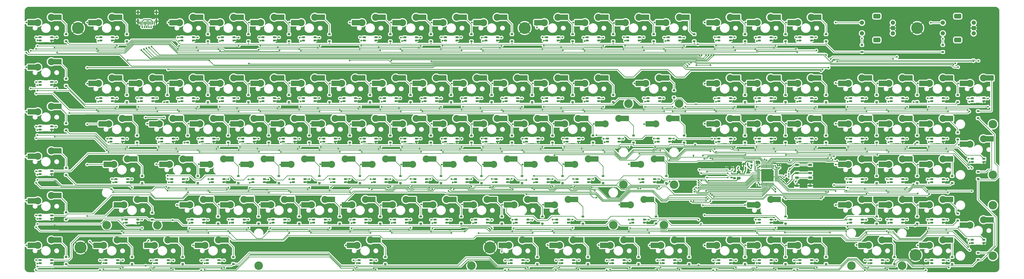
<source format=gbl>
%TF.GenerationSoftware,KiCad,Pcbnew,8.0.2*%
%TF.CreationDate,2024-07-25T18:57:38+02:00*%
%TF.ProjectId,micha_board,6d696368-615f-4626-9f61-72642e6b6963,rev?*%
%TF.SameCoordinates,Original*%
%TF.FileFunction,Copper,L2,Bot*%
%TF.FilePolarity,Positive*%
%FSLAX46Y46*%
G04 Gerber Fmt 4.6, Leading zero omitted, Abs format (unit mm)*
G04 Created by KiCad (PCBNEW 8.0.2) date 2024-07-25 18:57:38*
%MOMM*%
%LPD*%
G01*
G04 APERTURE LIST*
G04 Aperture macros list*
%AMRoundRect*
0 Rectangle with rounded corners*
0 $1 Rounding radius*
0 $2 $3 $4 $5 $6 $7 $8 $9 X,Y pos of 4 corners*
0 Add a 4 corners polygon primitive as box body*
4,1,4,$2,$3,$4,$5,$6,$7,$8,$9,$2,$3,0*
0 Add four circle primitives for the rounded corners*
1,1,$1+$1,$2,$3*
1,1,$1+$1,$4,$5*
1,1,$1+$1,$6,$7*
1,1,$1+$1,$8,$9*
0 Add four rect primitives between the rounded corners*
20,1,$1+$1,$2,$3,$4,$5,0*
20,1,$1+$1,$4,$5,$6,$7,0*
20,1,$1+$1,$6,$7,$8,$9,0*
20,1,$1+$1,$8,$9,$2,$3,0*%
%AMFreePoly0*
4,1,18,-0.410000,0.593000,-0.403758,0.624380,-0.385983,0.650983,-0.359380,0.668758,-0.328000,0.675000,0.328000,0.675000,0.359380,0.668758,0.385983,0.650983,0.403758,0.624380,0.410000,0.593000,0.410000,-0.593000,0.403758,-0.624380,0.385983,-0.650983,0.359380,-0.668758,0.328000,-0.675000,0.000000,-0.675000,-0.410000,-0.265000,-0.410000,0.593000,-0.410000,0.593000,$1*%
G04 Aperture macros list end*
%TA.AperFunction,ComponentPad*%
%ADD10C,5.600000*%
%TD*%
%TA.AperFunction,ComponentPad*%
%ADD11C,2.000000*%
%TD*%
%TA.AperFunction,ComponentPad*%
%ADD12RoundRect,0.500000X0.500000X0.500000X-0.500000X0.500000X-0.500000X-0.500000X0.500000X-0.500000X0*%
%TD*%
%TA.AperFunction,ComponentPad*%
%ADD13RoundRect,0.550000X1.150000X0.550000X-1.150000X0.550000X-1.150000X-0.550000X1.150000X-0.550000X0*%
%TD*%
%TA.AperFunction,ComponentPad*%
%ADD14C,4.000000*%
%TD*%
%TA.AperFunction,SMDPad,CuDef*%
%ADD15RoundRect,0.225000X0.375000X-0.225000X0.375000X0.225000X-0.375000X0.225000X-0.375000X-0.225000X0*%
%TD*%
%TA.AperFunction,SMDPad,CuDef*%
%ADD16RoundRect,0.082000X0.593000X-0.328000X0.593000X0.328000X-0.593000X0.328000X-0.593000X-0.328000X0*%
%TD*%
%TA.AperFunction,SMDPad,CuDef*%
%ADD17FreePoly0,90.000000*%
%TD*%
%TA.AperFunction,ComponentPad*%
%ADD18C,3.300000*%
%TD*%
%TA.AperFunction,SMDPad,CuDef*%
%ADD19R,1.650000X2.500000*%
%TD*%
%TA.AperFunction,SMDPad,CuDef*%
%ADD20RoundRect,0.250000X1.025000X1.000000X-1.025000X1.000000X-1.025000X-1.000000X1.025000X-1.000000X0*%
%TD*%
%TA.AperFunction,SMDPad,CuDef*%
%ADD21RoundRect,0.140000X0.140000X0.170000X-0.140000X0.170000X-0.140000X-0.170000X0.140000X-0.170000X0*%
%TD*%
%TA.AperFunction,SMDPad,CuDef*%
%ADD22RoundRect,0.075000X0.662500X0.075000X-0.662500X0.075000X-0.662500X-0.075000X0.662500X-0.075000X0*%
%TD*%
%TA.AperFunction,SMDPad,CuDef*%
%ADD23RoundRect,0.075000X0.075000X0.662500X-0.075000X0.662500X-0.075000X-0.662500X0.075000X-0.662500X0*%
%TD*%
%TA.AperFunction,SMDPad,CuDef*%
%ADD24RoundRect,0.140000X0.170000X-0.140000X0.170000X0.140000X-0.170000X0.140000X-0.170000X-0.140000X0*%
%TD*%
%TA.AperFunction,SMDPad,CuDef*%
%ADD25R,1.700000X1.000000*%
%TD*%
%TA.AperFunction,SMDPad,CuDef*%
%ADD26RoundRect,0.175000X0.325000X-0.175000X0.325000X0.175000X-0.325000X0.175000X-0.325000X-0.175000X0*%
%TD*%
%TA.AperFunction,SMDPad,CuDef*%
%ADD27RoundRect,0.150000X0.150000X-0.200000X0.150000X0.200000X-0.150000X0.200000X-0.150000X-0.200000X0*%
%TD*%
%TA.AperFunction,SMDPad,CuDef*%
%ADD28RoundRect,0.140000X-0.140000X-0.170000X0.140000X-0.170000X0.140000X0.170000X-0.140000X0.170000X0*%
%TD*%
%TA.AperFunction,SMDPad,CuDef*%
%ADD29RoundRect,0.150000X-0.150000X0.587500X-0.150000X-0.587500X0.150000X-0.587500X0.150000X0.587500X0*%
%TD*%
%TA.AperFunction,SMDPad,CuDef*%
%ADD30RoundRect,0.135000X-0.185000X0.135000X-0.185000X-0.135000X0.185000X-0.135000X0.185000X0.135000X0*%
%TD*%
%TA.AperFunction,SMDPad,CuDef*%
%ADD31RoundRect,0.140000X-0.170000X0.140000X-0.170000X-0.140000X0.170000X-0.140000X0.170000X0.140000X0*%
%TD*%
%TA.AperFunction,SMDPad,CuDef*%
%ADD32RoundRect,0.250000X0.625000X-0.375000X0.625000X0.375000X-0.625000X0.375000X-0.625000X-0.375000X0*%
%TD*%
%TA.AperFunction,SMDPad,CuDef*%
%ADD33RoundRect,0.135000X0.185000X-0.135000X0.185000X0.135000X-0.185000X0.135000X-0.185000X-0.135000X0*%
%TD*%
%TA.AperFunction,SMDPad,CuDef*%
%ADD34R,0.600000X1.450000*%
%TD*%
%TA.AperFunction,SMDPad,CuDef*%
%ADD35R,0.300000X1.450000*%
%TD*%
%TA.AperFunction,ComponentPad*%
%ADD36O,1.000000X1.600000*%
%TD*%
%TA.AperFunction,ComponentPad*%
%ADD37O,1.000000X2.100000*%
%TD*%
%TA.AperFunction,SMDPad,CuDef*%
%ADD38RoundRect,0.225000X0.250000X-0.225000X0.250000X0.225000X-0.250000X0.225000X-0.250000X-0.225000X0*%
%TD*%
%TA.AperFunction,ViaPad*%
%ADD39C,0.800000*%
%TD*%
%TA.AperFunction,Conductor*%
%ADD40C,0.250000*%
%TD*%
%TA.AperFunction,Conductor*%
%ADD41C,0.300000*%
%TD*%
%TA.AperFunction,Conductor*%
%ADD42C,0.400000*%
%TD*%
%TA.AperFunction,Conductor*%
%ADD43C,0.200000*%
%TD*%
G04 APERTURE END LIST*
D10*
%TO.P,H6,1,1*%
%TO.N,GND*%
X446881250Y-144859375D03*
%TD*%
%TO.P,H5,1,1*%
%TO.N,GND*%
X246856250Y-141287500D03*
%TD*%
%TO.P,H4,1,1*%
%TO.N,GND*%
X54371875Y-141287500D03*
%TD*%
%TO.P,H3,1,1*%
%TO.N,GND*%
X447675000Y-38100000D03*
%TD*%
%TO.P,H2,1,1*%
%TO.N,GND*%
X263128125Y-38100000D03*
%TD*%
%TO.P,H1,1,1*%
%TO.N,GND*%
X53181250Y-38100000D03*
%TD*%
D11*
%TO.P,SW1,A,A*%
%TO.N,ENC0_B*%
X436200000Y-40600000D03*
%TO.P,SW1,B,B*%
%TO.N,ENC0_A*%
X436200000Y-35600000D03*
D12*
%TO.P,SW1,C,C*%
%TO.N,GND*%
X436200000Y-38100000D03*
D13*
%TO.P,SW1,MP*%
%TO.N,N/C*%
X428700000Y-43700000D03*
X428700000Y-32500000D03*
D11*
%TO.P,SW1,S1,S1*%
%TO.N,COL17*%
X421700000Y-35600000D03*
%TO.P,SW1,S2,S2*%
%TO.N,Net-(D111-A)*%
X421700000Y-40600000D03*
%TD*%
D14*
%TO.P,S1,*%
%TO.N,*%
X238125000Y-149860000D03*
X138112500Y-149860000D03*
%TD*%
%TO.P,S4,*%
%TO.N,*%
X328612500Y-130730625D03*
X304800000Y-130730625D03*
%TD*%
%TO.P,S3,*%
%TO.N,*%
X333375000Y-111760000D03*
X309562500Y-111760000D03*
%TD*%
%TO.P,S8,*%
%TO.N,*%
X335756250Y-73660000D03*
X311943750Y-73660000D03*
%TD*%
%TO.P,S2,*%
%TO.N,*%
X90487500Y-130810000D03*
X66675000Y-130810000D03*
%TD*%
%TO.P,S6,*%
%TO.N,*%
X483235000Y-121443750D03*
X483235000Y-145256250D03*
%TD*%
%TO.P,S5,*%
%TO.N,*%
X440531250Y-149860000D03*
X416718750Y-149860000D03*
%TD*%
%TO.P,S7,*%
%TO.N,*%
X483235000Y-83343750D03*
X483235000Y-107156250D03*
%TD*%
D11*
%TO.P,SW2,A,A*%
%TO.N,ENC1_B*%
X474200000Y-40600000D03*
%TO.P,SW2,B,B*%
%TO.N,ENC1_A*%
X474200000Y-35600000D03*
D12*
%TO.P,SW2,C,C*%
%TO.N,GND*%
X474200000Y-38100000D03*
D13*
%TO.P,SW2,MP*%
%TO.N,N/C*%
X466700000Y-43700000D03*
X466700000Y-32500000D03*
D11*
%TO.P,SW2,S1,S1*%
%TO.N,COL18*%
X459700000Y-35600000D03*
%TO.P,SW2,S2,S2*%
%TO.N,Net-(D112-A)*%
X459700000Y-40600000D03*
%TD*%
D15*
%TO.P,D73,1,K*%
%TO.N,ROW3*%
X280962500Y-110975000D03*
%TO.P,D73,2,A*%
%TO.N,Net-(D73-A)*%
X280962500Y-107675000D03*
%TD*%
D16*
%TO.P,LED66,1,VDD*%
%TO.N,VCC*%
X135387500Y-109105000D03*
%TO.P,LED66,2,DOUT*%
%TO.N,Net-(LED66-DOUT)*%
X135387500Y-110605000D03*
%TO.P,LED66,3,DIN*%
%TO.N,Net-(LED65-DOUT)*%
X140837500Y-109105000D03*
D17*
%TO.P,LED66,4,VSS*%
%TO.N,GND*%
X140837500Y-110605000D03*
%TD*%
D15*
%TO.P,D106,1,K*%
%TO.N,ROW5*%
X366687500Y-149075000D03*
%TO.P,D106,2,A*%
%TO.N,Net-(D106-A)*%
X366687500Y-145775000D03*
%TD*%
%TO.P,D61,1,K*%
%TO.N,ROW5*%
X476300000Y-109050000D03*
%TO.P,D61,2,A*%
%TO.N,Net-(D61-A)*%
X476300000Y-105750000D03*
%TD*%
%TO.P,D80,1,K*%
%TO.N,ROW4*%
X88081250Y-128253125D03*
%TO.P,D80,2,A*%
%TO.N,Net-(D80-A)*%
X88081250Y-124953125D03*
%TD*%
D16*
%TO.P,LED34,1,VDD*%
%TO.N,VCC*%
X373512500Y-71005000D03*
%TO.P,LED34,2,DOUT*%
%TO.N,Net-(LED34-DOUT)*%
X373512500Y-72505000D03*
%TO.P,LED34,3,DIN*%
%TO.N,Net-(LED33-DOUT)*%
X378962500Y-71005000D03*
D17*
%TO.P,LED34,4,VSS*%
%TO.N,GND*%
X378962500Y-72505000D03*
%TD*%
D16*
%TO.P,LED18,1,VDD*%
%TO.N,VCC*%
X35375000Y-63385000D03*
%TO.P,LED18,2,DOUT*%
%TO.N,Net-(LED18-DOUT)*%
X35375000Y-64885000D03*
%TO.P,LED18,3,DIN*%
%TO.N,Net-(LED17-DOUT)*%
X40825000Y-63385000D03*
D17*
%TO.P,LED18,4,VSS*%
%TO.N,GND*%
X40825000Y-64885000D03*
%TD*%
D15*
%TO.P,D99,1,K*%
%TO.N,ROW5*%
X102368750Y-149075000D03*
%TO.P,D99,2,A*%
%TO.N,Net-(D99-A)*%
X102368750Y-145775000D03*
%TD*%
D18*
%TO.P,MX1,1,1*%
%TO.N,COL00*%
X34290000Y-35560000D03*
D19*
X32465000Y-35560000D03*
D20*
X30740000Y-35560000D03*
%TO.P,MX1,2,2*%
%TO.N,Net-(D1-A)*%
X44190000Y-33020000D03*
D19*
X42440000Y-33020000D03*
D18*
X40640000Y-33020000D03*
%TD*%
D16*
%TO.P,LED68,1,VDD*%
%TO.N,VCC*%
X173487500Y-109105000D03*
%TO.P,LED68,2,DOUT*%
%TO.N,Net-(LED68-DOUT)*%
X173487500Y-110605000D03*
%TO.P,LED68,3,DIN*%
%TO.N,Net-(LED67-DOUT)*%
X178937500Y-109105000D03*
D17*
%TO.P,LED68,4,VSS*%
%TO.N,GND*%
X178937500Y-110605000D03*
%TD*%
D18*
%TO.P,MX16,1,1*%
%TO.N,COL15*%
X372427500Y-35560000D03*
D19*
X370602500Y-35560000D03*
D20*
X368877500Y-35560000D03*
%TO.P,MX16,2,2*%
%TO.N,Net-(D16-A)*%
X382327500Y-33020000D03*
D19*
X380577500Y-33020000D03*
D18*
X378777500Y-33020000D03*
%TD*%
D15*
%TO.P,D51,1,K*%
%TO.N,ROW2*%
X276200000Y-91925000D03*
%TO.P,D51,2,A*%
%TO.N,Net-(D51-A)*%
X276200000Y-88625000D03*
%TD*%
D18*
%TO.P,MX66,1,1*%
%TO.N,COL03*%
X134302500Y-102235000D03*
D19*
X132477500Y-102235000D03*
D20*
X130752500Y-102235000D03*
%TO.P,MX66,2,2*%
%TO.N,Net-(D66-A)*%
X144202500Y-99695000D03*
D19*
X142452500Y-99695000D03*
D18*
X140652500Y-99695000D03*
%TD*%
D15*
%TO.P,D41,1,K*%
%TO.N,ROW2*%
X80937500Y-91925000D03*
%TO.P,D41,2,A*%
%TO.N,Net-(D41-A)*%
X80937500Y-88625000D03*
%TD*%
D16*
%TO.P,LED77,1,VDD*%
%TO.N,VCC*%
X435425000Y-109105000D03*
%TO.P,LED77,2,DOUT*%
%TO.N,Net-(LED77-DOUT)*%
X435425000Y-110605000D03*
%TO.P,LED77,3,DIN*%
%TO.N,Net-(LED76-DOUT)*%
X440875000Y-109105000D03*
D17*
%TO.P,LED77,4,VSS*%
%TO.N,GND*%
X440875000Y-110605000D03*
%TD*%
D15*
%TO.P,D24,1,K*%
%TO.N,ROW1*%
X171425000Y-72875000D03*
%TO.P,D24,2,A*%
%TO.N,Net-(D24-A)*%
X171425000Y-69575000D03*
%TD*%
D16*
%TO.P,LED33,1,VDD*%
%TO.N,VCC*%
X354462500Y-71005000D03*
%TO.P,LED33,2,DOUT*%
%TO.N,Net-(LED33-DOUT)*%
X354462500Y-72505000D03*
%TO.P,LED33,3,DIN*%
%TO.N,Net-(LED32-DOUT)*%
X359912500Y-71005000D03*
D17*
%TO.P,LED33,4,VSS*%
%TO.N,GND*%
X359912500Y-72505000D03*
%TD*%
D21*
%TO.P,C4,1*%
%TO.N,+3V3*%
X373473750Y-111850000D03*
%TO.P,C4,2*%
%TO.N,GND*%
X372513750Y-111850000D03*
%TD*%
D22*
%TO.P,U1,1,VBAT*%
%TO.N,+3V3*%
X381406250Y-104600000D03*
%TO.P,U1,2,PC13*%
%TO.N,/C13*%
X381406250Y-105100000D03*
%TO.P,U1,3,PC14*%
%TO.N,/C14*%
X381406250Y-105600000D03*
%TO.P,U1,4,PC15*%
%TO.N,/C15*%
X381406250Y-106100000D03*
%TO.P,U1,5,PF0*%
%TO.N,/F0*%
X381406250Y-106600000D03*
%TO.P,U1,6,PF1*%
%TO.N,/F1*%
X381406250Y-107100000D03*
%TO.P,U1,7,NRST*%
%TO.N,NRST*%
X381406250Y-107600000D03*
%TO.P,U1,8,VSSA*%
%TO.N,GND*%
X381406250Y-108100000D03*
%TO.P,U1,9,VDDA*%
%TO.N,+3V3*%
X381406250Y-108600000D03*
%TO.P,U1,10,PA0*%
%TO.N,COL18*%
X381406250Y-109100000D03*
%TO.P,U1,11,PA1*%
%TO.N,COL17*%
X381406250Y-109600000D03*
%TO.P,U1,12,PA2*%
%TO.N,DIN*%
X381406250Y-110100000D03*
D23*
%TO.P,U1,13,PA3*%
%TO.N,COL00*%
X379993750Y-111512500D03*
%TO.P,U1,14,PA4*%
%TO.N,COL01*%
X379493750Y-111512500D03*
%TO.P,U1,15,PA5*%
%TO.N,COL02*%
X378993750Y-111512500D03*
%TO.P,U1,16,PA6*%
%TO.N,COL03*%
X378493750Y-111512500D03*
%TO.P,U1,17,PA7*%
%TO.N,COL04*%
X377993750Y-111512500D03*
%TO.P,U1,18,PB0*%
%TO.N,COL05*%
X377493750Y-111512500D03*
%TO.P,U1,19,PB1*%
%TO.N,COL06*%
X376993750Y-111512500D03*
%TO.P,U1,20,PB2*%
%TO.N,COL07*%
X376493750Y-111512500D03*
%TO.P,U1,21,PB10*%
%TO.N,COL08*%
X375993750Y-111512500D03*
%TO.P,U1,22,PB11*%
%TO.N,COL09*%
X375493750Y-111512500D03*
%TO.P,U1,23,VSS*%
%TO.N,GND*%
X374993750Y-111512500D03*
%TO.P,U1,24,VDD*%
%TO.N,+3V3*%
X374493750Y-111512500D03*
D22*
%TO.P,U1,25,PB12*%
%TO.N,ROW5*%
X373081250Y-110100000D03*
%TO.P,U1,26,PB13*%
%TO.N,ROW4*%
X373081250Y-109600000D03*
%TO.P,U1,27,PB14*%
%TO.N,ROW3*%
X373081250Y-109100000D03*
%TO.P,U1,28,PB15*%
%TO.N,ROW2*%
X373081250Y-108600000D03*
%TO.P,U1,29,PA8*%
%TO.N,ROW1*%
X373081250Y-108100000D03*
%TO.P,U1,30,PA9*%
%TO.N,ROW0*%
X373081250Y-107600000D03*
%TO.P,U1,31,PA10*%
%TO.N,COL10*%
X373081250Y-107100000D03*
%TO.P,U1,32,PA11*%
%TO.N,D-*%
X373081250Y-106600000D03*
%TO.P,U1,33,PA12*%
%TO.N,D+*%
X373081250Y-106100000D03*
%TO.P,U1,34,PA13*%
%TO.N,COL11*%
X373081250Y-105600000D03*
%TO.P,U1,35,VSS*%
%TO.N,GND*%
X373081250Y-105100000D03*
%TO.P,U1,36,VDDIO2*%
%TO.N,+3V3*%
X373081250Y-104600000D03*
D23*
%TO.P,U1,37,PA14*%
%TO.N,COL12*%
X374493750Y-103187500D03*
%TO.P,U1,38,PA15*%
%TO.N,COL13*%
X374993750Y-103187500D03*
%TO.P,U1,39,PB3*%
%TO.N,COL14*%
X375493750Y-103187500D03*
%TO.P,U1,40,PB4*%
%TO.N,COL15*%
X375993750Y-103187500D03*
%TO.P,U1,41,PB5*%
%TO.N,COL16*%
X376493750Y-103187500D03*
%TO.P,U1,42,PB6*%
%TO.N,ENC0_A*%
X376993750Y-103187500D03*
%TO.P,U1,43,PB7*%
%TO.N,ENC0_B*%
X377493750Y-103187500D03*
%TO.P,U1,44,BOOT0*%
%TO.N,BOOT0*%
X377993750Y-103187500D03*
%TO.P,U1,45,PB8*%
%TO.N,ENC1_A*%
X378493750Y-103187500D03*
%TO.P,U1,46,PB9*%
%TO.N,ENC1_B*%
X378993750Y-103187500D03*
%TO.P,U1,47,VSS*%
%TO.N,GND*%
X379493750Y-103187500D03*
%TO.P,U1,48,VDD*%
%TO.N,+3V3*%
X379993750Y-103187500D03*
%TD*%
D15*
%TO.P,D39,1,K*%
%TO.N,ROW5*%
X476300000Y-80475000D03*
%TO.P,D39,2,A*%
%TO.N,Net-(D39-A)*%
X476300000Y-77175000D03*
%TD*%
D18*
%TO.P,MX51,1,1*%
%TO.N,COL10*%
X262890000Y-83185000D03*
D19*
X261065000Y-83185000D03*
D20*
X259340000Y-83185000D03*
%TO.P,MX51,2,2*%
%TO.N,Net-(D51-A)*%
X272790000Y-80645000D03*
D19*
X271040000Y-80645000D03*
D18*
X269240000Y-80645000D03*
%TD*%
%TO.P,MX99,1,1*%
%TO.N,COL11*%
X89058750Y-140335000D03*
D19*
X87233750Y-140335000D03*
D20*
X85508750Y-140335000D03*
%TO.P,MX99,2,2*%
%TO.N,Net-(D99-A)*%
X98958750Y-137795000D03*
D19*
X97208750Y-137795000D03*
D18*
X95408750Y-137795000D03*
%TD*%
%TO.P,MX46,1,1*%
%TO.N,COL05*%
X167640000Y-83185000D03*
D19*
X165815000Y-83185000D03*
D20*
X164090000Y-83185000D03*
%TO.P,MX46,2,2*%
%TO.N,Net-(D46-A)*%
X177540000Y-80645000D03*
D19*
X175790000Y-80645000D03*
D18*
X173990000Y-80645000D03*
%TD*%
D15*
%TO.P,D102,1,K*%
%TO.N,ROW5*%
X269056250Y-149075000D03*
%TO.P,D102,2,A*%
%TO.N,Net-(D102-A)*%
X269056250Y-145775000D03*
%TD*%
%TO.P,D40,1,K*%
%TO.N,ROW2*%
X47600000Y-86210000D03*
%TO.P,D40,2,A*%
%TO.N,Net-(D40-A)*%
X47600000Y-82910000D03*
%TD*%
D16*
%TO.P,LED29,1,VDD*%
%TO.N,VCC*%
X254450000Y-71005000D03*
%TO.P,LED29,2,DOUT*%
%TO.N,Net-(LED29-DOUT)*%
X254450000Y-72505000D03*
%TO.P,LED29,3,DIN*%
%TO.N,Net-(LED28-DOUT)*%
X259900000Y-71005000D03*
D17*
%TO.P,LED29,4,VSS*%
%TO.N,GND*%
X259900000Y-72505000D03*
%TD*%
D15*
%TO.P,D81,1,K*%
%TO.N,ROW4*%
X119037500Y-130025000D03*
%TO.P,D81,2,A*%
%TO.N,Net-(D81-A)*%
X119037500Y-126725000D03*
%TD*%
D18*
%TO.P,MX109,1,1*%
%TO.N,COL17*%
X424815000Y-140335000D03*
D19*
X422990000Y-140335000D03*
D20*
X421265000Y-140335000D03*
%TO.P,MX109,2,2*%
%TO.N,Net-(D109-A)*%
X434715000Y-137795000D03*
D19*
X432965000Y-137795000D03*
D18*
X431165000Y-137795000D03*
%TD*%
%TO.P,MX104,1,1*%
%TO.N,COL12*%
X303371250Y-140335000D03*
D19*
X301546250Y-140335000D03*
D20*
X299821250Y-140335000D03*
%TO.P,MX104,2,2*%
%TO.N,Net-(D104-A)*%
X313271250Y-137795000D03*
D19*
X311521250Y-137795000D03*
D18*
X309721250Y-137795000D03*
%TD*%
D16*
%TO.P,LED27,1,VDD*%
%TO.N,VCC*%
X216350000Y-71005000D03*
%TO.P,LED27,2,DOUT*%
%TO.N,Net-(LED27-DOUT)*%
X216350000Y-72505000D03*
%TO.P,LED27,3,DIN*%
%TO.N,Net-(LED26-DOUT)*%
X221800000Y-71005000D03*
D17*
%TO.P,LED27,4,VSS*%
%TO.N,GND*%
X221800000Y-72505000D03*
%TD*%
D18*
%TO.P,MX101,1,1*%
%TO.N,COL05*%
X184308750Y-140335000D03*
D19*
X182483750Y-140335000D03*
D20*
X180758750Y-140335000D03*
%TO.P,MX101,2,2*%
%TO.N,Net-(D101-A)*%
X194208750Y-137795000D03*
D19*
X192458750Y-137795000D03*
D18*
X190658750Y-137795000D03*
%TD*%
D16*
%TO.P,LED17,1,VDD*%
%TO.N,VCC*%
X392562500Y-42430000D03*
%TO.P,LED17,2,DOUT*%
%TO.N,Net-(LED17-DOUT)*%
X392562500Y-43930000D03*
%TO.P,LED17,3,DIN*%
%TO.N,Net-(LED16-DOUT)*%
X398012500Y-42430000D03*
D17*
%TO.P,LED17,4,VSS*%
%TO.N,GND*%
X398012500Y-43930000D03*
%TD*%
D15*
%TO.P,D52,1,K*%
%TO.N,ROW2*%
X295250000Y-91925000D03*
%TO.P,D52,2,A*%
%TO.N,Net-(D52-A)*%
X295250000Y-88625000D03*
%TD*%
D18*
%TO.P,MX31,1,1*%
%TO.N,COL12*%
X291465000Y-64135000D03*
D19*
X289640000Y-64135000D03*
D20*
X287915000Y-64135000D03*
%TO.P,MX31,2,2*%
%TO.N,Net-(D31-A)*%
X301365000Y-61595000D03*
D19*
X299615000Y-61595000D03*
D18*
X297815000Y-61595000D03*
%TD*%
D15*
%TO.P,D58,1,K*%
%TO.N,ROW2*%
X428600000Y-91925000D03*
%TO.P,D58,2,A*%
%TO.N,Net-(D58-A)*%
X428600000Y-88625000D03*
%TD*%
D18*
%TO.P,MX103,1,1*%
%TO.N,COL10*%
X279558750Y-140335000D03*
D19*
X277733750Y-140335000D03*
D20*
X276008750Y-140335000D03*
%TO.P,MX103,2,2*%
%TO.N,Net-(D103-A)*%
X289458750Y-137795000D03*
D19*
X287708750Y-137795000D03*
D18*
X285908750Y-137795000D03*
%TD*%
D16*
%TO.P,LED30,1,VDD*%
%TO.N,VCC*%
X273500000Y-71005000D03*
%TO.P,LED30,2,DOUT*%
%TO.N,Net-(LED30-DOUT)*%
X273500000Y-72505000D03*
%TO.P,LED30,3,DIN*%
%TO.N,Net-(LED29-DOUT)*%
X278950000Y-71005000D03*
D17*
%TO.P,LED30,4,VSS*%
%TO.N,GND*%
X278950000Y-72505000D03*
%TD*%
D18*
%TO.P,MX98,1,1*%
%TO.N,COL01*%
X65246250Y-140335000D03*
D19*
X63421250Y-140335000D03*
D20*
X61696250Y-140335000D03*
%TO.P,MX98,2,2*%
%TO.N,Net-(D98-A)*%
X75146250Y-137795000D03*
D19*
X73396250Y-137795000D03*
D18*
X71596250Y-137795000D03*
%TD*%
%TO.P,MX61,1,1*%
%TO.N,COL07*%
X472440000Y-92710000D03*
D19*
X470615000Y-92710000D03*
D20*
X468890000Y-92710000D03*
%TO.P,MX61,2,2*%
%TO.N,Net-(D61-A)*%
X482340000Y-90170000D03*
D19*
X480590000Y-90170000D03*
D18*
X478790000Y-90170000D03*
%TD*%
%TO.P,MX12,1,1*%
%TO.N,COL11*%
X291465000Y-35560000D03*
D19*
X289640000Y-35560000D03*
D20*
X287915000Y-35560000D03*
%TO.P,MX12,2,2*%
%TO.N,Net-(D12-A)*%
X301365000Y-33020000D03*
D19*
X299615000Y-33020000D03*
D18*
X297815000Y-33020000D03*
%TD*%
%TO.P,MX100,1,1*%
%TO.N,COL02*%
X112871250Y-140335000D03*
D19*
X111046250Y-140335000D03*
D20*
X109321250Y-140335000D03*
%TO.P,MX100,2,2*%
%TO.N,Net-(D100-A)*%
X122771250Y-137795000D03*
D19*
X121021250Y-137795000D03*
D18*
X119221250Y-137795000D03*
%TD*%
%TO.P,MX40,1,1*%
%TO.N,COL00*%
X34290000Y-77470000D03*
D19*
X32465000Y-77470000D03*
D20*
X30740000Y-77470000D03*
%TO.P,MX40,2,2*%
%TO.N,Net-(D40-A)*%
X44190000Y-74930000D03*
D19*
X42440000Y-74930000D03*
D18*
X40640000Y-74930000D03*
%TD*%
D15*
%TO.P,D94,1,K*%
%TO.N,ROW4*%
X447650000Y-130025000D03*
%TO.P,D94,2,A*%
%TO.N,Net-(D94-A)*%
X447650000Y-126725000D03*
%TD*%
D24*
%TO.P,C3,1*%
%TO.N,+3V3*%
X372743750Y-103580000D03*
%TO.P,C3,2*%
%TO.N,GND*%
X372743750Y-102620000D03*
%TD*%
D16*
%TO.P,LED38,1,VDD*%
%TO.N,VCC*%
X454475000Y-71005000D03*
%TO.P,LED38,2,DOUT*%
%TO.N,Net-(LED38-DOUT)*%
X454475000Y-72505000D03*
%TO.P,LED38,3,DIN*%
%TO.N,Net-(LED37-DOUT)*%
X459925000Y-71005000D03*
D17*
%TO.P,LED38,4,VSS*%
%TO.N,GND*%
X459925000Y-72505000D03*
%TD*%
D18*
%TO.P,MX50,1,1*%
%TO.N,COL09*%
X243840000Y-83185000D03*
D19*
X242015000Y-83185000D03*
D20*
X240290000Y-83185000D03*
%TO.P,MX50,2,2*%
%TO.N,Net-(D50-A)*%
X253740000Y-80645000D03*
D19*
X251990000Y-80645000D03*
D18*
X250190000Y-80645000D03*
%TD*%
%TO.P,MX106,1,1*%
%TO.N,COL14*%
X353377500Y-140335000D03*
D19*
X351552500Y-140335000D03*
D20*
X349827500Y-140335000D03*
%TO.P,MX106,2,2*%
%TO.N,Net-(D106-A)*%
X363277500Y-137795000D03*
D19*
X361527500Y-137795000D03*
D18*
X359727500Y-137795000D03*
%TD*%
D15*
%TO.P,D54,1,K*%
%TO.N,ROW2*%
X338112500Y-91925000D03*
%TO.P,D54,2,A*%
%TO.N,Net-(D54-A)*%
X338112500Y-88625000D03*
%TD*%
%TO.P,D57,1,K*%
%TO.N,ROW2*%
X404787500Y-91925000D03*
%TO.P,D57,2,A*%
%TO.N,Net-(D57-A)*%
X404787500Y-88625000D03*
%TD*%
%TO.P,D28,1,K*%
%TO.N,ROW1*%
X247625000Y-72875000D03*
%TO.P,D28,2,A*%
%TO.N,Net-(D28-A)*%
X247625000Y-69575000D03*
%TD*%
%TO.P,D93,1,K*%
%TO.N,ROW4*%
X428600000Y-130025000D03*
%TO.P,D93,2,A*%
%TO.N,Net-(D93-A)*%
X428600000Y-126725000D03*
%TD*%
%TO.P,D66,1,K*%
%TO.N,ROW3*%
X147612500Y-110975000D03*
%TO.P,D66,2,A*%
%TO.N,Net-(D66-A)*%
X147612500Y-107675000D03*
%TD*%
D18*
%TO.P,MX87,1,1*%
%TO.N,COL07*%
X220027500Y-121285000D03*
D19*
X218202500Y-121285000D03*
D20*
X216477500Y-121285000D03*
%TO.P,MX87,2,2*%
%TO.N,Net-(D87-A)*%
X229927500Y-118745000D03*
D19*
X228177500Y-118745000D03*
D18*
X226377500Y-118745000D03*
%TD*%
D16*
%TO.P,LED2,1,VDD*%
%TO.N,VCC*%
X63950000Y-42430000D03*
%TO.P,LED2,2,DOUT*%
%TO.N,Net-(LED2-DOUT)*%
X63950000Y-43930000D03*
%TO.P,LED2,3,DIN*%
%TO.N,Net-(LED1-DOUT)*%
X69400000Y-42430000D03*
D17*
%TO.P,LED2,4,VSS*%
%TO.N,GND*%
X69400000Y-43930000D03*
%TD*%
D18*
%TO.P,MX71,1,1*%
%TO.N,COL08*%
X229552500Y-102235000D03*
D19*
X227727500Y-102235000D03*
D20*
X226002500Y-102235000D03*
%TO.P,MX71,2,2*%
%TO.N,Net-(D71-A)*%
X239452500Y-99695000D03*
D19*
X237702500Y-99695000D03*
D18*
X235902500Y-99695000D03*
%TD*%
D15*
%TO.P,D16,1,K*%
%TO.N,ROW0*%
X385737500Y-44300000D03*
%TO.P,D16,2,A*%
%TO.N,Net-(D16-A)*%
X385737500Y-41000000D03*
%TD*%
D18*
%TO.P,MX39,1,1*%
%TO.N,COL06*%
X472440000Y-64135000D03*
D19*
X470615000Y-64135000D03*
D20*
X468890000Y-64135000D03*
%TO.P,MX39,2,2*%
%TO.N,Net-(D39-A)*%
X482340000Y-61595000D03*
D19*
X480590000Y-61595000D03*
D18*
X478790000Y-61595000D03*
%TD*%
D15*
%TO.P,D60,1,K*%
%TO.N,ROW2*%
X466725000Y-90550000D03*
%TO.P,D60,2,A*%
%TO.N,Net-(D60-A)*%
X466725000Y-87250000D03*
%TD*%
D25*
%TO.P,BOOT1,1,A*%
%TO.N,+3V3*%
X391093750Y-106250000D03*
X397393750Y-106250000D03*
%TO.P,BOOT1,2,B*%
%TO.N,BOOT0*%
X391093750Y-102450000D03*
X397393750Y-102450000D03*
%TD*%
D16*
%TO.P,LED67,1,VDD*%
%TO.N,VCC*%
X154437500Y-109105000D03*
%TO.P,LED67,2,DOUT*%
%TO.N,Net-(LED67-DOUT)*%
X154437500Y-110605000D03*
%TO.P,LED67,3,DIN*%
%TO.N,Net-(LED66-DOUT)*%
X159887500Y-109105000D03*
D17*
%TO.P,LED67,4,VSS*%
%TO.N,GND*%
X159887500Y-110605000D03*
%TD*%
D16*
%TO.P,LED43,1,VDD*%
%TO.N,VCC*%
X111575000Y-90055000D03*
%TO.P,LED43,2,DOUT*%
%TO.N,Net-(LED43-DOUT)*%
X111575000Y-91555000D03*
%TO.P,LED43,3,DIN*%
%TO.N,Net-(LED42-DOUT)*%
X117025000Y-90055000D03*
D17*
%TO.P,LED43,4,VSS*%
%TO.N,GND*%
X117025000Y-91555000D03*
%TD*%
D15*
%TO.P,D5,1,K*%
%TO.N,ROW0*%
X152375000Y-44300000D03*
%TO.P,D5,2,A*%
%TO.N,Net-(D5-A)*%
X152375000Y-41000000D03*
%TD*%
D18*
%TO.P,MX4,1,1*%
%TO.N,COL03*%
X120015000Y-35560000D03*
D19*
X118190000Y-35560000D03*
D20*
X116465000Y-35560000D03*
%TO.P,MX4,2,2*%
%TO.N,Net-(D4-A)*%
X129915000Y-33020000D03*
D19*
X128165000Y-33020000D03*
D18*
X126365000Y-33020000D03*
%TD*%
D16*
%TO.P,LED44,1,VDD*%
%TO.N,VCC*%
X130625000Y-90055000D03*
%TO.P,LED44,2,DOUT*%
%TO.N,Net-(LED44-DOUT)*%
X130625000Y-91555000D03*
%TO.P,LED44,3,DIN*%
%TO.N,Net-(LED43-DOUT)*%
X136075000Y-90055000D03*
D17*
%TO.P,LED44,4,VSS*%
%TO.N,GND*%
X136075000Y-91555000D03*
%TD*%
D18*
%TO.P,MX108,1,1*%
%TO.N,COL16*%
X391477500Y-140335000D03*
D19*
X389652500Y-140335000D03*
D20*
X387927500Y-140335000D03*
%TO.P,MX108,2,2*%
%TO.N,Net-(D108-A)*%
X401377500Y-137795000D03*
D19*
X399627500Y-137795000D03*
D18*
X397827500Y-137795000D03*
%TD*%
D15*
%TO.P,D21,1,K*%
%TO.N,ROW1*%
X114275000Y-72875000D03*
%TO.P,D21,2,A*%
%TO.N,Net-(D21-A)*%
X114275000Y-69575000D03*
%TD*%
D16*
%TO.P,LED110,1,VDD*%
%TO.N,VCC*%
X454475000Y-147205000D03*
%TO.P,LED110,2,DOUT*%
%TO.N,unconnected-(LED110-DOUT-Pad2)*%
X454475000Y-148705000D03*
%TO.P,LED110,3,DIN*%
%TO.N,Net-(LED109-DOUT)*%
X459925000Y-147205000D03*
D17*
%TO.P,LED110,4,VSS*%
%TO.N,GND*%
X459925000Y-148705000D03*
%TD*%
D15*
%TO.P,D29,1,K*%
%TO.N,ROW1*%
X266675000Y-72875000D03*
%TO.P,D29,2,A*%
%TO.N,Net-(D29-A)*%
X266675000Y-69575000D03*
%TD*%
%TO.P,D36,1,K*%
%TO.N,ROW1*%
X428600000Y-72875000D03*
%TO.P,D36,2,A*%
%TO.N,Net-(D36-A)*%
X428600000Y-69575000D03*
%TD*%
D16*
%TO.P,LED28,1,VDD*%
%TO.N,VCC*%
X235400000Y-71005000D03*
%TO.P,LED28,2,DOUT*%
%TO.N,Net-(LED28-DOUT)*%
X235400000Y-72505000D03*
%TO.P,LED28,3,DIN*%
%TO.N,Net-(LED27-DOUT)*%
X240850000Y-71005000D03*
D17*
%TO.P,LED28,4,VSS*%
%TO.N,GND*%
X240850000Y-72505000D03*
%TD*%
D18*
%TO.P,MX11,1,1*%
%TO.N,COL10*%
X272415000Y-35560000D03*
D19*
X270590000Y-35560000D03*
D20*
X268865000Y-35560000D03*
%TO.P,MX11,2,2*%
%TO.N,Net-(D11-A)*%
X282315000Y-33020000D03*
D19*
X280565000Y-33020000D03*
D18*
X278765000Y-33020000D03*
%TD*%
D16*
%TO.P,LED20,1,VDD*%
%TO.N,VCC*%
X83000000Y-71005000D03*
%TO.P,LED20,2,DOUT*%
%TO.N,Net-(LED20-DOUT)*%
X83000000Y-72505000D03*
%TO.P,LED20,3,DIN*%
%TO.N,Net-(LED19-DOUT)*%
X88450000Y-71005000D03*
D17*
%TO.P,LED20,4,VSS*%
%TO.N,GND*%
X88450000Y-72505000D03*
%TD*%
D16*
%TO.P,LED31,1,VDD*%
%TO.N,VCC*%
X292550000Y-71005000D03*
%TO.P,LED31,2,DOUT*%
%TO.N,Net-(LED31-DOUT)*%
X292550000Y-72505000D03*
%TO.P,LED31,3,DIN*%
%TO.N,Net-(LED30-DOUT)*%
X298000000Y-71005000D03*
D17*
%TO.P,LED31,4,VSS*%
%TO.N,GND*%
X298000000Y-72505000D03*
%TD*%
D26*
%TO.P,U2,1,GND*%
%TO.N,GND*%
X360243750Y-108350000D03*
D27*
%TO.P,U2,2,I/O1*%
%TO.N,D-*%
X358543750Y-108350000D03*
%TO.P,U2,3,I/O2*%
%TO.N,D+*%
X358543750Y-106350000D03*
%TO.P,U2,4,VCC*%
%TO.N,VCC*%
X360443750Y-106350000D03*
%TD*%
D28*
%TO.P,C5,1*%
%TO.N,+3V3*%
X381013750Y-102850000D03*
%TO.P,C5,2*%
%TO.N,GND*%
X381973750Y-102850000D03*
%TD*%
D16*
%TO.P,LED3,1,VDD*%
%TO.N,VCC*%
X102050000Y-42430000D03*
%TO.P,LED3,2,DOUT*%
%TO.N,Net-(LED3-DOUT)*%
X102050000Y-43930000D03*
%TO.P,LED3,3,DIN*%
%TO.N,Net-(LED2-DOUT)*%
X107500000Y-42430000D03*
D17*
%TO.P,LED3,4,VSS*%
%TO.N,GND*%
X107500000Y-43930000D03*
%TD*%
D18*
%TO.P,MX21,1,1*%
%TO.N,COL02*%
X100965000Y-64135000D03*
D19*
X99140000Y-64135000D03*
D20*
X97415000Y-64135000D03*
%TO.P,MX21,2,2*%
%TO.N,Net-(D21-A)*%
X110865000Y-61595000D03*
D19*
X109115000Y-61595000D03*
D18*
X107315000Y-61595000D03*
%TD*%
D16*
%TO.P,LED96,1,VDD*%
%TO.N,VCC*%
X473525000Y-137680000D03*
%TO.P,LED96,2,DOUT*%
%TO.N,Net-(LED96-DOUT)*%
X473525000Y-139180000D03*
%TO.P,LED96,3,DIN*%
%TO.N,Net-(LED95-DOUT)*%
X478975000Y-137680000D03*
D17*
%TO.P,LED96,4,VSS*%
%TO.N,GND*%
X478975000Y-139180000D03*
%TD*%
D18*
%TO.P,MX75,1,1*%
%TO.N,COL13*%
X317658750Y-102235000D03*
D19*
X315833750Y-102235000D03*
D20*
X314108750Y-102235000D03*
%TO.P,MX75,2,2*%
%TO.N,Net-(D75-A)*%
X327558750Y-99695000D03*
D19*
X325808750Y-99695000D03*
D18*
X324008750Y-99695000D03*
%TD*%
D16*
%TO.P,LED5,1,VDD*%
%TO.N,VCC*%
X140150000Y-42430000D03*
%TO.P,LED5,2,DOUT*%
%TO.N,Net-(LED5-DOUT)*%
X140150000Y-43930000D03*
%TO.P,LED5,3,DIN*%
%TO.N,Net-(LED4-DOUT)*%
X145600000Y-42430000D03*
D17*
%TO.P,LED5,4,VSS*%
%TO.N,GND*%
X145600000Y-43930000D03*
%TD*%
D16*
%TO.P,LED58,1,VDD*%
%TO.N,VCC*%
X416375000Y-90055000D03*
%TO.P,LED58,2,DOUT*%
%TO.N,Net-(LED58-DOUT)*%
X416375000Y-91555000D03*
%TO.P,LED58,3,DIN*%
%TO.N,Net-(LED57-DOUT)*%
X421825000Y-90055000D03*
D17*
%TO.P,LED58,4,VSS*%
%TO.N,GND*%
X421825000Y-91555000D03*
%TD*%
D15*
%TO.P,D33,1,K*%
%TO.N,ROW1*%
X366687500Y-72875000D03*
%TO.P,D33,2,A*%
%TO.N,Net-(D33-A)*%
X366687500Y-69575000D03*
%TD*%
D16*
%TO.P,LED99,1,VDD*%
%TO.N,VCC*%
X90143750Y-147205000D03*
%TO.P,LED99,2,DOUT*%
%TO.N,Net-(LED100-DIN)*%
X90143750Y-148705000D03*
%TO.P,LED99,3,DIN*%
%TO.N,Net-(LED98-DOUT)*%
X95593750Y-147205000D03*
D17*
%TO.P,LED99,4,VSS*%
%TO.N,GND*%
X95593750Y-148705000D03*
%TD*%
D18*
%TO.P,MX7,1,1*%
%TO.N,COL06*%
X186690000Y-35560000D03*
D19*
X184865000Y-35560000D03*
D20*
X183140000Y-35560000D03*
%TO.P,MX7,2,2*%
%TO.N,Net-(D7-A)*%
X196590000Y-33020000D03*
D19*
X194840000Y-33020000D03*
D18*
X193040000Y-33020000D03*
%TD*%
D15*
%TO.P,D69,1,K*%
%TO.N,ROW3*%
X204762500Y-110975000D03*
%TO.P,D69,2,A*%
%TO.N,Net-(D69-A)*%
X204762500Y-107675000D03*
%TD*%
D18*
%TO.P,MX35,1,1*%
%TO.N,COL16*%
X391477500Y-64135000D03*
D19*
X389652500Y-64135000D03*
D20*
X387927500Y-64135000D03*
%TO.P,MX35,2,2*%
%TO.N,Net-(D35-A)*%
X401377500Y-61595000D03*
D19*
X399627500Y-61595000D03*
D18*
X397827500Y-61595000D03*
%TD*%
D15*
%TO.P,D98,1,K*%
%TO.N,ROW5*%
X78556250Y-149075000D03*
%TO.P,D98,2,A*%
%TO.N,Net-(D98-A)*%
X78556250Y-145775000D03*
%TD*%
%TO.P,D42,1,K*%
%TO.N,ROW4*%
X104750000Y-91925000D03*
%TO.P,D42,2,A*%
%TO.N,Net-(D42-A)*%
X104750000Y-88625000D03*
%TD*%
D18*
%TO.P,MX82,1,1*%
%TO.N,COL02*%
X124777500Y-121285000D03*
D19*
X122952500Y-121285000D03*
D20*
X121227500Y-121285000D03*
%TO.P,MX82,2,2*%
%TO.N,Net-(D82-A)*%
X134677500Y-118745000D03*
D19*
X132927500Y-118745000D03*
D18*
X131127500Y-118745000D03*
%TD*%
%TO.P,MX53,1,1*%
%TO.N,COL12*%
X300990000Y-83185000D03*
D19*
X299165000Y-83185000D03*
D20*
X297440000Y-83185000D03*
%TO.P,MX53,2,2*%
%TO.N,Net-(D53-A)*%
X310890000Y-80645000D03*
D19*
X309140000Y-80645000D03*
D18*
X307340000Y-80645000D03*
%TD*%
D16*
%TO.P,LED59,1,VDD*%
%TO.N,VCC*%
X435425000Y-90055000D03*
%TO.P,LED59,2,DOUT*%
%TO.N,Net-(LED59-DOUT)*%
X435425000Y-91555000D03*
%TO.P,LED59,3,DIN*%
%TO.N,Net-(LED58-DOUT)*%
X440875000Y-90055000D03*
D17*
%TO.P,LED59,4,VSS*%
%TO.N,GND*%
X440875000Y-91555000D03*
%TD*%
D16*
%TO.P,LED32,1,VDD*%
%TO.N,VCC*%
X321125000Y-71005000D03*
%TO.P,LED32,2,DOUT*%
%TO.N,Net-(LED32-DOUT)*%
X321125000Y-72505000D03*
%TO.P,LED32,3,DIN*%
%TO.N,Net-(LED31-DOUT)*%
X326575000Y-71005000D03*
D17*
%TO.P,LED32,4,VSS*%
%TO.N,GND*%
X326575000Y-72505000D03*
%TD*%
D15*
%TO.P,D4,1,K*%
%TO.N,ROW0*%
X133325000Y-44300000D03*
%TO.P,D4,2,A*%
%TO.N,Net-(D4-A)*%
X133325000Y-41000000D03*
%TD*%
D16*
%TO.P,LED107,1,VDD*%
%TO.N,VCC*%
X373512500Y-147205000D03*
%TO.P,LED107,2,DOUT*%
%TO.N,Net-(LED107-DOUT)*%
X373512500Y-148705000D03*
%TO.P,LED107,3,DIN*%
%TO.N,Net-(LED106-DOUT)*%
X378962500Y-147205000D03*
D17*
%TO.P,LED107,4,VSS*%
%TO.N,GND*%
X378962500Y-148705000D03*
%TD*%
D16*
%TO.P,LED91,1,VDD*%
%TO.N,VCC*%
X313981250Y-128155000D03*
%TO.P,LED91,2,DOUT*%
%TO.N,Net-(LED91-DOUT)*%
X313981250Y-129655000D03*
%TO.P,LED91,3,DIN*%
%TO.N,Net-(LED90-DOUT)*%
X319431250Y-128155000D03*
D17*
%TO.P,LED91,4,VSS*%
%TO.N,GND*%
X319431250Y-129655000D03*
%TD*%
D18*
%TO.P,MX81,1,1*%
%TO.N,COL11*%
X105727500Y-121285000D03*
D19*
X103902500Y-121285000D03*
D20*
X102177500Y-121285000D03*
%TO.P,MX81,2,2*%
%TO.N,Net-(D81-A)*%
X115627500Y-118745000D03*
D19*
X113877500Y-118745000D03*
D18*
X112077500Y-118745000D03*
%TD*%
D15*
%TO.P,D79,1,K*%
%TO.N,ROW4*%
X47600000Y-128120000D03*
%TO.P,D79,2,A*%
%TO.N,Net-(D79-A)*%
X47600000Y-124820000D03*
%TD*%
D16*
%TO.P,LED24,1,VDD*%
%TO.N,VCC*%
X159200000Y-71005000D03*
%TO.P,LED24,2,DOUT*%
%TO.N,Net-(LED24-DOUT)*%
X159200000Y-72505000D03*
%TO.P,LED24,3,DIN*%
%TO.N,Net-(LED23-DOUT)*%
X164650000Y-71005000D03*
D17*
%TO.P,LED24,4,VSS*%
%TO.N,GND*%
X164650000Y-72505000D03*
%TD*%
D18*
%TO.P,MX17,1,1*%
%TO.N,COL16*%
X391477500Y-35560000D03*
D19*
X389652500Y-35560000D03*
D20*
X387927500Y-35560000D03*
%TO.P,MX17,2,2*%
%TO.N,Net-(D17-A)*%
X401377500Y-33020000D03*
D19*
X399627500Y-33020000D03*
D18*
X397827500Y-33020000D03*
%TD*%
%TO.P,MX23,1,1*%
%TO.N,COL04*%
X139065000Y-64135000D03*
D19*
X137240000Y-64135000D03*
D20*
X135515000Y-64135000D03*
%TO.P,MX23,2,2*%
%TO.N,Net-(D23-A)*%
X148965000Y-61595000D03*
D19*
X147215000Y-61595000D03*
D18*
X145415000Y-61595000D03*
%TD*%
%TO.P,MX59,1,1*%
%TO.N,COL16*%
X434340000Y-83185000D03*
D19*
X432515000Y-83185000D03*
D20*
X430790000Y-83185000D03*
%TO.P,MX59,2,2*%
%TO.N,Net-(D59-A)*%
X444240000Y-80645000D03*
D19*
X442490000Y-80645000D03*
D18*
X440690000Y-80645000D03*
%TD*%
D15*
%TO.P,D3,1,K*%
%TO.N,ROW0*%
X114275000Y-44300000D03*
%TO.P,D3,2,A*%
%TO.N,Net-(D3-A)*%
X114275000Y-41000000D03*
%TD*%
D16*
%TO.P,LED82,1,VDD*%
%TO.N,VCC*%
X125862500Y-128155000D03*
%TO.P,LED82,2,DOUT*%
%TO.N,Net-(LED82-DOUT)*%
X125862500Y-129655000D03*
%TO.P,LED82,3,DIN*%
%TO.N,Net-(LED81-DOUT)*%
X131312500Y-128155000D03*
D17*
%TO.P,LED82,4,VSS*%
%TO.N,GND*%
X131312500Y-129655000D03*
%TD*%
D15*
%TO.P,D78,1,K*%
%TO.N,ROW3*%
X464100000Y-110975000D03*
%TO.P,D78,2,A*%
%TO.N,Net-(D78-A)*%
X464100000Y-107675000D03*
%TD*%
%TO.P,D15,1,K*%
%TO.N,ROW0*%
X366687500Y-44300000D03*
%TO.P,D15,2,A*%
%TO.N,Net-(D15-A)*%
X366687500Y-41000000D03*
%TD*%
D16*
%TO.P,LED56,1,VDD*%
%TO.N,VCC*%
X373512500Y-90055000D03*
%TO.P,LED56,2,DOUT*%
%TO.N,Net-(LED56-DOUT)*%
X373512500Y-91555000D03*
%TO.P,LED56,3,DIN*%
%TO.N,Net-(LED55-DOUT)*%
X378962500Y-90055000D03*
D17*
%TO.P,LED56,4,VSS*%
%TO.N,GND*%
X378962500Y-91555000D03*
%TD*%
D15*
%TO.P,D32,1,K*%
%TO.N,ROW1*%
X333375000Y-70706250D03*
%TO.P,D32,2,A*%
%TO.N,Net-(D32-A)*%
X333375000Y-67406250D03*
%TD*%
%TO.P,D46,1,K*%
%TO.N,ROW2*%
X180950000Y-91925000D03*
%TO.P,D46,2,A*%
%TO.N,Net-(D46-A)*%
X180950000Y-88625000D03*
%TD*%
%TO.P,D20,1,K*%
%TO.N,ROW5*%
X95225000Y-72875000D03*
%TO.P,D20,2,A*%
%TO.N,Net-(D20-A)*%
X95225000Y-69575000D03*
%TD*%
%TO.P,D48,1,K*%
%TO.N,ROW2*%
X219050000Y-91925000D03*
%TO.P,D48,2,A*%
%TO.N,Net-(D48-A)*%
X219050000Y-88625000D03*
%TD*%
%TO.P,D105,1,K*%
%TO.N,ROW5*%
X340493750Y-149075000D03*
%TO.P,D105,2,A*%
%TO.N,Net-(D105-A)*%
X340493750Y-145775000D03*
%TD*%
%TO.P,D23,1,K*%
%TO.N,ROW1*%
X152375000Y-72875000D03*
%TO.P,D23,2,A*%
%TO.N,Net-(D23-A)*%
X152375000Y-69575000D03*
%TD*%
D18*
%TO.P,MX62,1,1*%
%TO.N,COL00*%
X34290000Y-98425000D03*
D19*
X32465000Y-98425000D03*
D20*
X30740000Y-98425000D03*
%TO.P,MX62,2,2*%
%TO.N,Net-(D62-A)*%
X44190000Y-95885000D03*
D19*
X42440000Y-95885000D03*
D18*
X40640000Y-95885000D03*
%TD*%
%TO.P,MX30,1,1*%
%TO.N,COL11*%
X272415000Y-64135000D03*
D19*
X270590000Y-64135000D03*
D20*
X268865000Y-64135000D03*
%TO.P,MX30,2,2*%
%TO.N,Net-(D30-A)*%
X282315000Y-61595000D03*
D19*
X280565000Y-61595000D03*
D18*
X278765000Y-61595000D03*
%TD*%
%TO.P,MX80,1,1*%
%TO.N,COL01*%
X74771250Y-121285000D03*
D19*
X72946250Y-121285000D03*
D20*
X71221250Y-121285000D03*
%TO.P,MX80,2,2*%
%TO.N,Net-(D80-A)*%
X84671250Y-118745000D03*
D19*
X82921250Y-118745000D03*
D18*
X81121250Y-118745000D03*
%TD*%
D16*
%TO.P,LED97,1,VDD*%
%TO.N,VCC*%
X35375000Y-147205000D03*
%TO.P,LED97,2,DOUT*%
%TO.N,Net-(LED97-DOUT)*%
X35375000Y-148705000D03*
%TO.P,LED97,3,DIN*%
%TO.N,Net-(LED96-DOUT)*%
X40825000Y-147205000D03*
D17*
%TO.P,LED97,4,VSS*%
%TO.N,GND*%
X40825000Y-148705000D03*
%TD*%
D18*
%TO.P,MX26,1,1*%
%TO.N,COL07*%
X196215000Y-64135000D03*
D19*
X194390000Y-64135000D03*
D20*
X192665000Y-64135000D03*
%TO.P,MX26,2,2*%
%TO.N,Net-(D26-A)*%
X206115000Y-61595000D03*
D19*
X204365000Y-61595000D03*
D18*
X202565000Y-61595000D03*
%TD*%
D25*
%TO.P,RST1,1,A*%
%TO.N,NRST*%
X397393750Y-108450000D03*
X391093750Y-108450000D03*
%TO.P,RST1,2,B*%
%TO.N,GND*%
X397393750Y-112250000D03*
X391093750Y-112250000D03*
%TD*%
D15*
%TO.P,D50,1,K*%
%TO.N,ROW2*%
X257150000Y-91925000D03*
%TO.P,D50,2,A*%
%TO.N,Net-(D50-A)*%
X257150000Y-88625000D03*
%TD*%
%TO.P,D95,1,K*%
%TO.N,ROW4*%
X466700000Y-128650000D03*
%TO.P,D95,2,A*%
%TO.N,Net-(D95-A)*%
X466700000Y-125350000D03*
%TD*%
D16*
%TO.P,LED76,1,VDD*%
%TO.N,VCC*%
X416375000Y-109105000D03*
%TO.P,LED76,2,DOUT*%
%TO.N,Net-(LED76-DOUT)*%
X416375000Y-110605000D03*
%TO.P,LED76,3,DIN*%
%TO.N,Net-(LED75-DOUT)*%
X421825000Y-109105000D03*
D17*
%TO.P,LED76,4,VSS*%
%TO.N,GND*%
X421825000Y-110605000D03*
%TD*%
D16*
%TO.P,LED102,1,VDD*%
%TO.N,VCC*%
X256831250Y-147205000D03*
%TO.P,LED102,2,DOUT*%
%TO.N,Net-(LED102-DOUT)*%
X256831250Y-148705000D03*
%TO.P,LED102,3,DIN*%
%TO.N,Net-(LED101-DOUT)*%
X262281250Y-147205000D03*
D17*
%TO.P,LED102,4,VSS*%
%TO.N,GND*%
X262281250Y-148705000D03*
%TD*%
D18*
%TO.P,MX79,1,1*%
%TO.N,COL00*%
X34290000Y-119380000D03*
D19*
X32465000Y-119380000D03*
D20*
X30740000Y-119380000D03*
%TO.P,MX79,2,2*%
%TO.N,Net-(D79-A)*%
X44190000Y-116840000D03*
D19*
X42440000Y-116840000D03*
D18*
X40640000Y-116840000D03*
%TD*%
D15*
%TO.P,D7,1,K*%
%TO.N,ROW0*%
X200000000Y-44300000D03*
%TO.P,D7,2,A*%
%TO.N,Net-(D7-A)*%
X200000000Y-41000000D03*
%TD*%
D18*
%TO.P,MX13,1,1*%
%TO.N,COL12*%
X310515000Y-35560000D03*
D19*
X308690000Y-35560000D03*
D20*
X306965000Y-35560000D03*
%TO.P,MX13,2,2*%
%TO.N,Net-(D13-A)*%
X320415000Y-33020000D03*
D19*
X318665000Y-33020000D03*
D18*
X316865000Y-33020000D03*
%TD*%
D16*
%TO.P,LED25,1,VDD*%
%TO.N,VCC*%
X178250000Y-71005000D03*
%TO.P,LED25,2,DOUT*%
%TO.N,Net-(LED25-DOUT)*%
X178250000Y-72505000D03*
%TO.P,LED25,3,DIN*%
%TO.N,Net-(LED24-DOUT)*%
X183700000Y-71005000D03*
D17*
%TO.P,LED25,4,VSS*%
%TO.N,GND*%
X183700000Y-72505000D03*
%TD*%
D15*
%TO.P,D25,1,K*%
%TO.N,ROW1*%
X190475000Y-72875000D03*
%TO.P,D25,2,A*%
%TO.N,Net-(D25-A)*%
X190475000Y-69575000D03*
%TD*%
D16*
%TO.P,LED109,1,VDD*%
%TO.N,VCC*%
X425900000Y-147205000D03*
%TO.P,LED109,2,DOUT*%
%TO.N,Net-(LED109-DOUT)*%
X425900000Y-148705000D03*
%TO.P,LED109,3,DIN*%
%TO.N,Net-(LED108-DOUT)*%
X431350000Y-147205000D03*
D17*
%TO.P,LED109,4,VSS*%
%TO.N,GND*%
X431350000Y-148705000D03*
%TD*%
D18*
%TO.P,MX56,1,1*%
%TO.N,COL15*%
X372427500Y-83185000D03*
D19*
X370602500Y-83185000D03*
D20*
X368877500Y-83185000D03*
%TO.P,MX56,2,2*%
%TO.N,Net-(D56-A)*%
X382327500Y-80645000D03*
D19*
X380577500Y-80645000D03*
D18*
X378777500Y-80645000D03*
%TD*%
D15*
%TO.P,D35,1,K*%
%TO.N,ROW1*%
X404787500Y-72875000D03*
%TO.P,D35,2,A*%
%TO.N,Net-(D35-A)*%
X404787500Y-69575000D03*
%TD*%
D18*
%TO.P,MX63,1,1*%
%TO.N,COL01*%
X70008750Y-102235000D03*
D19*
X68183750Y-102235000D03*
D20*
X66458750Y-102235000D03*
%TO.P,MX63,2,2*%
%TO.N,Net-(D63-A)*%
X79908750Y-99695000D03*
D19*
X78158750Y-99695000D03*
D18*
X76358750Y-99695000D03*
%TD*%
%TO.P,MX36,1,1*%
%TO.N,COL17*%
X415290000Y-64135000D03*
D19*
X413465000Y-64135000D03*
D20*
X411740000Y-64135000D03*
%TO.P,MX36,2,2*%
%TO.N,Net-(D36-A)*%
X425190000Y-61595000D03*
D19*
X423440000Y-61595000D03*
D18*
X421640000Y-61595000D03*
%TD*%
D15*
%TO.P,D62,1,K*%
%TO.N,ROW3*%
X47600000Y-107165000D03*
%TO.P,D62,2,A*%
%TO.N,Net-(D62-A)*%
X47600000Y-103865000D03*
%TD*%
D16*
%TO.P,LED37,1,VDD*%
%TO.N,VCC*%
X435425000Y-71005000D03*
%TO.P,LED37,2,DOUT*%
%TO.N,Net-(LED37-DOUT)*%
X435425000Y-72505000D03*
%TO.P,LED37,3,DIN*%
%TO.N,Net-(LED36-DOUT)*%
X440875000Y-71005000D03*
D17*
%TO.P,LED37,4,VSS*%
%TO.N,GND*%
X440875000Y-72505000D03*
%TD*%
D16*
%TO.P,LED103,1,VDD*%
%TO.N,VCC*%
X280643750Y-147205000D03*
%TO.P,LED103,2,DOUT*%
%TO.N,Net-(LED103-DOUT)*%
X280643750Y-148705000D03*
%TO.P,LED103,3,DIN*%
%TO.N,Net-(LED102-DOUT)*%
X286093750Y-147205000D03*
D17*
%TO.P,LED103,4,VSS*%
%TO.N,GND*%
X286093750Y-148705000D03*
%TD*%
D16*
%TO.P,LED71,1,VDD*%
%TO.N,VCC*%
X230637500Y-109105000D03*
%TO.P,LED71,2,DOUT*%
%TO.N,Net-(LED71-DOUT)*%
X230637500Y-110605000D03*
%TO.P,LED71,3,DIN*%
%TO.N,Net-(LED70-DOUT)*%
X236087500Y-109105000D03*
D17*
%TO.P,LED71,4,VSS*%
%TO.N,GND*%
X236087500Y-110605000D03*
%TD*%
D15*
%TO.P,D2,1,K*%
%TO.N,ROW0*%
X76175000Y-44300000D03*
%TO.P,D2,2,A*%
%TO.N,Net-(D2-A)*%
X76175000Y-41000000D03*
%TD*%
%TO.P,D88,1,K*%
%TO.N,ROW4*%
X252387500Y-130025000D03*
%TO.P,D88,2,A*%
%TO.N,Net-(D88-A)*%
X252387500Y-126725000D03*
%TD*%
%TO.P,D38,1,K*%
%TO.N,ROW1*%
X466700000Y-72875000D03*
%TO.P,D38,2,A*%
%TO.N,Net-(D38-A)*%
X466700000Y-69575000D03*
%TD*%
D16*
%TO.P,LED6,1,VDD*%
%TO.N,VCC*%
X159200000Y-42430000D03*
%TO.P,LED6,2,DOUT*%
%TO.N,Net-(LED6-DOUT)*%
X159200000Y-43930000D03*
%TO.P,LED6,3,DIN*%
%TO.N,Net-(LED5-DOUT)*%
X164650000Y-42430000D03*
D17*
%TO.P,LED6,4,VSS*%
%TO.N,GND*%
X164650000Y-43930000D03*
%TD*%
D15*
%TO.P,D72,1,K*%
%TO.N,ROW3*%
X261912500Y-110975000D03*
%TO.P,D72,2,A*%
%TO.N,Net-(D72-A)*%
X261912500Y-107675000D03*
%TD*%
D18*
%TO.P,MX45,1,1*%
%TO.N,COL04*%
X148590000Y-83185000D03*
D19*
X146765000Y-83185000D03*
D20*
X145040000Y-83185000D03*
%TO.P,MX45,2,2*%
%TO.N,Net-(D45-A)*%
X158490000Y-80645000D03*
D19*
X156740000Y-80645000D03*
D18*
X154940000Y-80645000D03*
%TD*%
D16*
%TO.P,LED40,1,VDD*%
%TO.N,VCC*%
X35375000Y-84340000D03*
%TO.P,LED40,2,DOUT*%
%TO.N,Net-(LED40-DOUT)*%
X35375000Y-85840000D03*
%TO.P,LED40,3,DIN*%
%TO.N,Net-(LED39-DOUT)*%
X40825000Y-84340000D03*
D17*
%TO.P,LED40,4,VSS*%
%TO.N,GND*%
X40825000Y-85840000D03*
%TD*%
D18*
%TO.P,MX102,1,1*%
%TO.N,COL09*%
X255746250Y-140335000D03*
D19*
X253921250Y-140335000D03*
D20*
X252196250Y-140335000D03*
%TO.P,MX102,2,2*%
%TO.N,Net-(D102-A)*%
X265646250Y-137795000D03*
D19*
X263896250Y-137795000D03*
D18*
X262096250Y-137795000D03*
%TD*%
D15*
%TO.P,D100,1,K*%
%TO.N,ROW5*%
X126181250Y-149075000D03*
%TO.P,D100,2,A*%
%TO.N,Net-(D100-A)*%
X126181250Y-145775000D03*
%TD*%
D16*
%TO.P,LED16,1,VDD*%
%TO.N,VCC*%
X373512500Y-42430000D03*
%TO.P,LED16,2,DOUT*%
%TO.N,Net-(LED16-DOUT)*%
X373512500Y-43930000D03*
%TO.P,LED16,3,DIN*%
%TO.N,Net-(LED15-DOUT)*%
X378962500Y-42430000D03*
D17*
%TO.P,LED16,4,VSS*%
%TO.N,GND*%
X378962500Y-43930000D03*
%TD*%
D18*
%TO.P,MX38,1,1*%
%TO.N,COL18*%
X453390000Y-64135000D03*
D19*
X451565000Y-64135000D03*
D20*
X449840000Y-64135000D03*
%TO.P,MX38,2,2*%
%TO.N,Net-(D38-A)*%
X463290000Y-61595000D03*
D19*
X461540000Y-61595000D03*
D18*
X459740000Y-61595000D03*
%TD*%
D16*
%TO.P,LED50,1,VDD*%
%TO.N,VCC*%
X244925000Y-90055000D03*
%TO.P,LED50,2,DOUT*%
%TO.N,Net-(LED50-DOUT)*%
X244925000Y-91555000D03*
%TO.P,LED50,3,DIN*%
%TO.N,Net-(LED49-DOUT)*%
X250375000Y-90055000D03*
D17*
%TO.P,LED50,4,VSS*%
%TO.N,GND*%
X250375000Y-91555000D03*
%TD*%
D18*
%TO.P,MX58,1,1*%
%TO.N,COL17*%
X415290000Y-83185000D03*
D19*
X413465000Y-83185000D03*
D20*
X411740000Y-83185000D03*
%TO.P,MX58,2,2*%
%TO.N,Net-(D58-A)*%
X425190000Y-80645000D03*
D19*
X423440000Y-80645000D03*
D18*
X421640000Y-80645000D03*
%TD*%
%TO.P,MX83,1,1*%
%TO.N,COL03*%
X143827500Y-121285000D03*
D19*
X142002500Y-121285000D03*
D20*
X140277500Y-121285000D03*
%TO.P,MX83,2,2*%
%TO.N,Net-(D83-A)*%
X153727500Y-118745000D03*
D19*
X151977500Y-118745000D03*
D18*
X150177500Y-118745000D03*
%TD*%
D15*
%TO.P,D90,1,K*%
%TO.N,ROW4*%
X290487500Y-130025000D03*
%TO.P,D90,2,A*%
%TO.N,Net-(D90-A)*%
X290487500Y-126725000D03*
%TD*%
D18*
%TO.P,MX76,1,1*%
%TO.N,COL17*%
X415290000Y-102235000D03*
D19*
X413465000Y-102235000D03*
D20*
X411740000Y-102235000D03*
%TO.P,MX76,2,2*%
%TO.N,Net-(D76-A)*%
X425190000Y-99695000D03*
D19*
X423440000Y-99695000D03*
D18*
X421640000Y-99695000D03*
%TD*%
D16*
%TO.P,LED92,1,VDD*%
%TO.N,VCC*%
X373512500Y-128155000D03*
%TO.P,LED92,2,DOUT*%
%TO.N,Net-(LED92-DOUT)*%
X373512500Y-129655000D03*
%TO.P,LED92,3,DIN*%
%TO.N,Net-(LED91-DOUT)*%
X378962500Y-128155000D03*
D17*
%TO.P,LED92,4,VSS*%
%TO.N,GND*%
X378962500Y-129655000D03*
%TD*%
D16*
%TO.P,LED13,1,VDD*%
%TO.N,VCC*%
X311600000Y-42430000D03*
%TO.P,LED13,2,DOUT*%
%TO.N,Net-(LED13-DOUT)*%
X311600000Y-43930000D03*
%TO.P,LED13,3,DIN*%
%TO.N,Net-(LED12-DOUT)*%
X317050000Y-42430000D03*
D17*
%TO.P,LED13,4,VSS*%
%TO.N,GND*%
X317050000Y-43930000D03*
%TD*%
D18*
%TO.P,MX69,1,1*%
%TO.N,COL06*%
X191452500Y-102235000D03*
D19*
X189627500Y-102235000D03*
D20*
X187902500Y-102235000D03*
%TO.P,MX69,2,2*%
%TO.N,Net-(D69-A)*%
X201352500Y-99695000D03*
D19*
X199602500Y-99695000D03*
D18*
X197802500Y-99695000D03*
%TD*%
%TO.P,MX43,1,1*%
%TO.N,COL02*%
X110490000Y-83185000D03*
D19*
X108665000Y-83185000D03*
D20*
X106940000Y-83185000D03*
%TO.P,MX43,2,2*%
%TO.N,Net-(D43-A)*%
X120390000Y-80645000D03*
D19*
X118640000Y-80645000D03*
D18*
X116840000Y-80645000D03*
%TD*%
D15*
%TO.P,D44,1,K*%
%TO.N,ROW2*%
X142850000Y-91925000D03*
%TO.P,D44,2,A*%
%TO.N,Net-(D44-A)*%
X142850000Y-88625000D03*
%TD*%
D16*
%TO.P,LED79,1,VDD*%
%TO.N,VCC*%
X35375000Y-126250000D03*
%TO.P,LED79,2,DOUT*%
%TO.N,Net-(LED79-DOUT)*%
X35375000Y-127750000D03*
%TO.P,LED79,3,DIN*%
%TO.N,Net-(LED78-DOUT)*%
X40825000Y-126250000D03*
D17*
%TO.P,LED79,4,VSS*%
%TO.N,GND*%
X40825000Y-127750000D03*
%TD*%
D16*
%TO.P,LED73,1,VDD*%
%TO.N,VCC*%
X268737500Y-109105000D03*
%TO.P,LED73,2,DOUT*%
%TO.N,Net-(LED73-DOUT)*%
X268737500Y-110605000D03*
%TO.P,LED73,3,DIN*%
%TO.N,Net-(LED72-DOUT)*%
X274187500Y-109105000D03*
D17*
%TO.P,LED73,4,VSS*%
%TO.N,GND*%
X274187500Y-110605000D03*
%TD*%
D15*
%TO.P,D37,1,K*%
%TO.N,ROW3*%
X447650000Y-72875000D03*
%TO.P,D37,2,A*%
%TO.N,Net-(D37-A)*%
X447650000Y-69575000D03*
%TD*%
D16*
%TO.P,LED105,1,VDD*%
%TO.N,VCC*%
X328268750Y-147205000D03*
%TO.P,LED105,2,DOUT*%
%TO.N,Net-(LED105-DOUT)*%
X328268750Y-148705000D03*
%TO.P,LED105,3,DIN*%
%TO.N,Net-(LED104-DOUT)*%
X333718750Y-147205000D03*
D17*
%TO.P,LED105,4,VSS*%
%TO.N,GND*%
X333718750Y-148705000D03*
%TD*%
D18*
%TO.P,MX24,1,1*%
%TO.N,COL05*%
X158115000Y-64135000D03*
D19*
X156290000Y-64135000D03*
D20*
X154565000Y-64135000D03*
%TO.P,MX24,2,2*%
%TO.N,Net-(D24-A)*%
X168015000Y-61595000D03*
D19*
X166265000Y-61595000D03*
D18*
X164465000Y-61595000D03*
%TD*%
D16*
%TO.P,LED62,1,VDD*%
%TO.N,VCC*%
X35375000Y-105295000D03*
%TO.P,LED62,2,DOUT*%
%TO.N,Net-(LED62-DOUT)*%
X35375000Y-106795000D03*
%TO.P,LED62,3,DIN*%
%TO.N,Net-(LED61-DOUT)*%
X40825000Y-105295000D03*
D17*
%TO.P,LED62,4,VSS*%
%TO.N,GND*%
X40825000Y-106795000D03*
%TD*%
D18*
%TO.P,MX34,1,1*%
%TO.N,COL15*%
X372427500Y-64135000D03*
D19*
X370602500Y-64135000D03*
D20*
X368877500Y-64135000D03*
%TO.P,MX34,2,2*%
%TO.N,Net-(D34-A)*%
X382327500Y-61595000D03*
D19*
X380577500Y-61595000D03*
D18*
X378777500Y-61595000D03*
%TD*%
D16*
%TO.P,LED26,1,VDD*%
%TO.N,VCC*%
X197300000Y-71005000D03*
%TO.P,LED26,2,DOUT*%
%TO.N,Net-(LED26-DOUT)*%
X197300000Y-72505000D03*
%TO.P,LED26,3,DIN*%
%TO.N,Net-(LED25-DOUT)*%
X202750000Y-71005000D03*
D17*
%TO.P,LED26,4,VSS*%
%TO.N,GND*%
X202750000Y-72505000D03*
%TD*%
D15*
%TO.P,D12,1,K*%
%TO.N,ROW0*%
X304775000Y-44300000D03*
%TO.P,D12,2,A*%
%TO.N,Net-(D12-A)*%
X304775000Y-41000000D03*
%TD*%
D16*
%TO.P,LED48,1,VDD*%
%TO.N,VCC*%
X206825000Y-90055000D03*
%TO.P,LED48,2,DOUT*%
%TO.N,Net-(LED48-DOUT)*%
X206825000Y-91555000D03*
%TO.P,LED48,3,DIN*%
%TO.N,Net-(LED47-DOUT)*%
X212275000Y-90055000D03*
D17*
%TO.P,LED48,4,VSS*%
%TO.N,GND*%
X212275000Y-91555000D03*
%TD*%
D18*
%TO.P,MX91,1,1*%
%TO.N,COL13*%
X312896250Y-121285000D03*
D19*
X311071250Y-121285000D03*
D20*
X309346250Y-121285000D03*
%TO.P,MX91,2,2*%
%TO.N,Net-(D91-A)*%
X322796250Y-118745000D03*
D19*
X321046250Y-118745000D03*
D18*
X319246250Y-118745000D03*
%TD*%
D16*
%TO.P,LED72,1,VDD*%
%TO.N,VCC*%
X249687500Y-109105000D03*
%TO.P,LED72,2,DOUT*%
%TO.N,Net-(LED72-DOUT)*%
X249687500Y-110605000D03*
%TO.P,LED72,3,DIN*%
%TO.N,Net-(LED71-DOUT)*%
X255137500Y-109105000D03*
D17*
%TO.P,LED72,4,VSS*%
%TO.N,GND*%
X255137500Y-110605000D03*
%TD*%
D15*
%TO.P,D53,1,K*%
%TO.N,ROW2*%
X314300000Y-91925000D03*
%TO.P,D53,2,A*%
%TO.N,Net-(D53-A)*%
X314300000Y-88625000D03*
%TD*%
D16*
%TO.P,LED100,1,VDD*%
%TO.N,VCC*%
X113956250Y-147205000D03*
%TO.P,LED100,2,DOUT*%
%TO.N,Net-(LED100-DOUT)*%
X113956250Y-148705000D03*
%TO.P,LED100,3,DIN*%
%TO.N,Net-(LED100-DIN)*%
X119406250Y-147205000D03*
D17*
%TO.P,LED100,4,VSS*%
%TO.N,GND*%
X119406250Y-148705000D03*
%TD*%
D18*
%TO.P,MX41,1,1*%
%TO.N,COL01*%
X67627500Y-83185000D03*
D19*
X65802500Y-83185000D03*
D20*
X64077500Y-83185000D03*
%TO.P,MX41,2,2*%
%TO.N,Net-(D41-A)*%
X77527500Y-80645000D03*
D19*
X75777500Y-80645000D03*
D18*
X73977500Y-80645000D03*
%TD*%
%TO.P,MX47,1,1*%
%TO.N,COL06*%
X186690000Y-83185000D03*
D19*
X184865000Y-83185000D03*
D20*
X183140000Y-83185000D03*
%TO.P,MX47,2,2*%
%TO.N,Net-(D47-A)*%
X196590000Y-80645000D03*
D19*
X194840000Y-80645000D03*
D18*
X193040000Y-80645000D03*
%TD*%
%TO.P,MX22,1,1*%
%TO.N,COL03*%
X120015000Y-64135000D03*
D19*
X118190000Y-64135000D03*
D20*
X116465000Y-64135000D03*
%TO.P,MX22,2,2*%
%TO.N,Net-(D22-A)*%
X129915000Y-61595000D03*
D19*
X128165000Y-61595000D03*
D18*
X126365000Y-61595000D03*
%TD*%
D15*
%TO.P,D109,1,K*%
%TO.N,ROW5*%
X436900000Y-149075000D03*
%TO.P,D109,2,A*%
%TO.N,Net-(D109-A)*%
X436900000Y-145775000D03*
%TD*%
D16*
%TO.P,LED23,1,VDD*%
%TO.N,VCC*%
X140150000Y-71005000D03*
%TO.P,LED23,2,DOUT*%
%TO.N,Net-(LED23-DOUT)*%
X140150000Y-72505000D03*
%TO.P,LED23,3,DIN*%
%TO.N,Net-(LED22-DOUT)*%
X145600000Y-71005000D03*
D17*
%TO.P,LED23,4,VSS*%
%TO.N,GND*%
X145600000Y-72505000D03*
%TD*%
D15*
%TO.P,D17,1,K*%
%TO.N,ROW0*%
X404787500Y-44300000D03*
%TO.P,D17,2,A*%
%TO.N,Net-(D17-A)*%
X404787500Y-41000000D03*
%TD*%
D18*
%TO.P,MX67,1,1*%
%TO.N,COL04*%
X153352500Y-102235000D03*
D19*
X151527500Y-102235000D03*
D20*
X149802500Y-102235000D03*
%TO.P,MX67,2,2*%
%TO.N,Net-(D67-A)*%
X163252500Y-99695000D03*
D19*
X161502500Y-99695000D03*
D18*
X159702500Y-99695000D03*
%TD*%
D16*
%TO.P,LED57,1,VDD*%
%TO.N,VCC*%
X392562500Y-90055000D03*
%TO.P,LED57,2,DOUT*%
%TO.N,Net-(LED57-DOUT)*%
X392562500Y-91555000D03*
%TO.P,LED57,3,DIN*%
%TO.N,Net-(LED56-DOUT)*%
X398012500Y-90055000D03*
D17*
%TO.P,LED57,4,VSS*%
%TO.N,GND*%
X398012500Y-91555000D03*
%TD*%
D16*
%TO.P,LED81,1,VDD*%
%TO.N,VCC*%
X106812500Y-128155000D03*
%TO.P,LED81,2,DOUT*%
%TO.N,Net-(LED81-DOUT)*%
X106812500Y-129655000D03*
%TO.P,LED81,3,DIN*%
%TO.N,Net-(LED80-DOUT)*%
X112262500Y-128155000D03*
D17*
%TO.P,LED81,4,VSS*%
%TO.N,GND*%
X112262500Y-129655000D03*
%TD*%
D16*
%TO.P,LED12,1,VDD*%
%TO.N,VCC*%
X292550000Y-42430000D03*
%TO.P,LED12,2,DOUT*%
%TO.N,Net-(LED12-DOUT)*%
X292550000Y-43930000D03*
%TO.P,LED12,3,DIN*%
%TO.N,Net-(LED11-DOUT)*%
X298000000Y-42430000D03*
D17*
%TO.P,LED12,4,VSS*%
%TO.N,GND*%
X298000000Y-43930000D03*
%TD*%
D18*
%TO.P,MX60,1,1*%
%TO.N,COL18*%
X453390000Y-83185000D03*
D19*
X451565000Y-83185000D03*
D20*
X449840000Y-83185000D03*
%TO.P,MX60,2,2*%
%TO.N,Net-(D60-A)*%
X463290000Y-80645000D03*
D19*
X461540000Y-80645000D03*
D18*
X459740000Y-80645000D03*
%TD*%
D16*
%TO.P,LED22,1,VDD*%
%TO.N,VCC*%
X121100000Y-71005000D03*
%TO.P,LED22,2,DOUT*%
%TO.N,Net-(LED22-DOUT)*%
X121100000Y-72505000D03*
%TO.P,LED22,3,DIN*%
%TO.N,Net-(LED21-DOUT)*%
X126550000Y-71005000D03*
D17*
%TO.P,LED22,4,VSS*%
%TO.N,GND*%
X126550000Y-72505000D03*
%TD*%
D18*
%TO.P,MX14,1,1*%
%TO.N,COL13*%
X329565000Y-35560000D03*
D19*
X327740000Y-35560000D03*
D20*
X326015000Y-35560000D03*
%TO.P,MX14,2,2*%
%TO.N,Net-(D14-A)*%
X339465000Y-33020000D03*
D19*
X337715000Y-33020000D03*
D18*
X335915000Y-33020000D03*
%TD*%
D15*
%TO.P,D112,1,K*%
%TO.N,ROW0*%
X459700000Y-49350000D03*
%TO.P,D112,2,A*%
%TO.N,Net-(D112-A)*%
X459700000Y-46050000D03*
%TD*%
D16*
%TO.P,LED55,1,VDD*%
%TO.N,VCC*%
X354462500Y-90055000D03*
%TO.P,LED55,2,DOUT*%
%TO.N,Net-(LED55-DOUT)*%
X354462500Y-91555000D03*
%TO.P,LED55,3,DIN*%
%TO.N,Net-(LED54-DOUT)*%
X359912500Y-90055000D03*
D17*
%TO.P,LED55,4,VSS*%
%TO.N,GND*%
X359912500Y-91555000D03*
%TD*%
D18*
%TO.P,MX89,1,1*%
%TO.N,COL09*%
X258127500Y-121285000D03*
D19*
X256302500Y-121285000D03*
D20*
X254577500Y-121285000D03*
%TO.P,MX89,2,2*%
%TO.N,Net-(D89-A)*%
X268027500Y-118745000D03*
D19*
X266277500Y-118745000D03*
D18*
X264477500Y-118745000D03*
%TD*%
D29*
%TO.P,U3,1,GND*%
%TO.N,GND*%
X366043750Y-102162500D03*
%TO.P,U3,2,VO*%
%TO.N,+3V3*%
X367943750Y-102162500D03*
%TO.P,U3,3,VI*%
%TO.N,VCC*%
X366993750Y-104037500D03*
%TD*%
D15*
%TO.P,D86,1,K*%
%TO.N,ROW4*%
X214287500Y-130025000D03*
%TO.P,D86,2,A*%
%TO.N,Net-(D86-A)*%
X214287500Y-126725000D03*
%TD*%
D18*
%TO.P,MX72,1,1*%
%TO.N,COL09*%
X248602500Y-102235000D03*
D19*
X246777500Y-102235000D03*
D20*
X245052500Y-102235000D03*
%TO.P,MX72,2,2*%
%TO.N,Net-(D72-A)*%
X258502500Y-99695000D03*
D19*
X256752500Y-99695000D03*
D18*
X254952500Y-99695000D03*
%TD*%
D15*
%TO.P,D75,1,K*%
%TO.N,ROW3*%
X329700000Y-110975000D03*
%TO.P,D75,2,A*%
%TO.N,Net-(D75-A)*%
X329700000Y-107675000D03*
%TD*%
D16*
%TO.P,LED46,1,VDD*%
%TO.N,VCC*%
X168725000Y-90055000D03*
%TO.P,LED46,2,DOUT*%
%TO.N,Net-(LED46-DOUT)*%
X168725000Y-91555000D03*
%TO.P,LED46,3,DIN*%
%TO.N,Net-(LED45-DOUT)*%
X174175000Y-90055000D03*
D17*
%TO.P,LED46,4,VSS*%
%TO.N,GND*%
X174175000Y-91555000D03*
%TD*%
D15*
%TO.P,D67,1,K*%
%TO.N,ROW3*%
X166662500Y-110975000D03*
%TO.P,D67,2,A*%
%TO.N,Net-(D67-A)*%
X166662500Y-107675000D03*
%TD*%
%TO.P,D31,1,K*%
%TO.N,ROW1*%
X304775000Y-72875000D03*
%TO.P,D31,2,A*%
%TO.N,Net-(D31-A)*%
X304775000Y-69575000D03*
%TD*%
D18*
%TO.P,MX25,1,1*%
%TO.N,COL06*%
X177165000Y-64135000D03*
D19*
X175340000Y-64135000D03*
D20*
X173615000Y-64135000D03*
%TO.P,MX25,2,2*%
%TO.N,Net-(D25-A)*%
X187065000Y-61595000D03*
D19*
X185315000Y-61595000D03*
D18*
X183515000Y-61595000D03*
%TD*%
D16*
%TO.P,LED63,1,VDD*%
%TO.N,VCC*%
X71093750Y-109105000D03*
%TO.P,LED63,2,DOUT*%
%TO.N,Net-(LED63-DOUT)*%
X71093750Y-110605000D03*
%TO.P,LED63,3,DIN*%
%TO.N,Net-(LED62-DOUT)*%
X76543750Y-109105000D03*
D17*
%TO.P,LED63,4,VSS*%
%TO.N,GND*%
X76543750Y-110605000D03*
%TD*%
D18*
%TO.P,MX33,1,1*%
%TO.N,COL14*%
X353377500Y-64135000D03*
D19*
X351552500Y-64135000D03*
D20*
X349827500Y-64135000D03*
%TO.P,MX33,2,2*%
%TO.N,Net-(D33-A)*%
X363277500Y-61595000D03*
D19*
X361527500Y-61595000D03*
D18*
X359727500Y-61595000D03*
%TD*%
D15*
%TO.P,D76,1,K*%
%TO.N,ROW3*%
X428600000Y-110975000D03*
%TO.P,D76,2,A*%
%TO.N,Net-(D76-A)*%
X428600000Y-107675000D03*
%TD*%
D16*
%TO.P,LED87,1,VDD*%
%TO.N,VCC*%
X221112500Y-128155000D03*
%TO.P,LED87,2,DOUT*%
%TO.N,Net-(LED87-DOUT)*%
X221112500Y-129655000D03*
%TO.P,LED87,3,DIN*%
%TO.N,Net-(LED86-DOUT)*%
X226562500Y-128155000D03*
D17*
%TO.P,LED87,4,VSS*%
%TO.N,GND*%
X226562500Y-129655000D03*
%TD*%
D24*
%TO.P,C6,1*%
%TO.N,+3V3*%
X382993750Y-103830000D03*
%TO.P,C6,2*%
%TO.N,GND*%
X382993750Y-102870000D03*
%TD*%
D15*
%TO.P,D92,1,K*%
%TO.N,ROW4*%
X385737500Y-130025000D03*
%TO.P,D92,2,A*%
%TO.N,Net-(D92-A)*%
X385737500Y-126725000D03*
%TD*%
D16*
%TO.P,LED93,1,VDD*%
%TO.N,VCC*%
X416375000Y-128155000D03*
%TO.P,LED93,2,DOUT*%
%TO.N,Net-(LED93-DOUT)*%
X416375000Y-129655000D03*
%TO.P,LED93,3,DIN*%
%TO.N,Net-(LED92-DOUT)*%
X421825000Y-128155000D03*
D17*
%TO.P,LED93,4,VSS*%
%TO.N,GND*%
X421825000Y-129655000D03*
%TD*%
D15*
%TO.P,D47,1,K*%
%TO.N,ROW2*%
X200000000Y-91925000D03*
%TO.P,D47,2,A*%
%TO.N,Net-(D47-A)*%
X200000000Y-88625000D03*
%TD*%
D18*
%TO.P,MX96,1,1*%
%TO.N,COL08*%
X472440000Y-130810000D03*
D19*
X470615000Y-130810000D03*
D20*
X468890000Y-130810000D03*
%TO.P,MX96,2,2*%
%TO.N,Net-(D96-A)*%
X482340000Y-128270000D03*
D19*
X480590000Y-128270000D03*
D18*
X478790000Y-128270000D03*
%TD*%
D16*
%TO.P,LED95,1,VDD*%
%TO.N,VCC*%
X454475000Y-128155000D03*
%TO.P,LED95,2,DOUT*%
%TO.N,Net-(LED95-DOUT)*%
X454475000Y-129655000D03*
%TO.P,LED95,3,DIN*%
%TO.N,Net-(LED94-DOUT)*%
X459925000Y-128155000D03*
D17*
%TO.P,LED95,4,VSS*%
%TO.N,GND*%
X459925000Y-129655000D03*
%TD*%
D16*
%TO.P,LED78,1,VDD*%
%TO.N,VCC*%
X454475000Y-109105000D03*
%TO.P,LED78,2,DOUT*%
%TO.N,Net-(LED78-DOUT)*%
X454475000Y-110605000D03*
%TO.P,LED78,3,DIN*%
%TO.N,Net-(LED77-DOUT)*%
X459925000Y-109105000D03*
D17*
%TO.P,LED78,4,VSS*%
%TO.N,GND*%
X459925000Y-110605000D03*
%TD*%
D18*
%TO.P,MX86,1,1*%
%TO.N,COL06*%
X200977500Y-121285000D03*
D19*
X199152500Y-121285000D03*
D20*
X197427500Y-121285000D03*
%TO.P,MX86,2,2*%
%TO.N,Net-(D86-A)*%
X210877500Y-118745000D03*
D19*
X209127500Y-118745000D03*
D18*
X207327500Y-118745000D03*
%TD*%
D15*
%TO.P,D87,1,K*%
%TO.N,ROW4*%
X233337500Y-130025000D03*
%TO.P,D87,2,A*%
%TO.N,Net-(D87-A)*%
X233337500Y-126725000D03*
%TD*%
D16*
%TO.P,LED54,1,VDD*%
%TO.N,VCC*%
X325887500Y-90055000D03*
%TO.P,LED54,2,DOUT*%
%TO.N,Net-(LED54-DOUT)*%
X325887500Y-91555000D03*
%TO.P,LED54,3,DIN*%
%TO.N,Net-(LED53-DOUT)*%
X331337500Y-90055000D03*
D17*
%TO.P,LED54,4,VSS*%
%TO.N,GND*%
X331337500Y-91555000D03*
%TD*%
D16*
%TO.P,LED86,1,VDD*%
%TO.N,VCC*%
X202062500Y-128155000D03*
%TO.P,LED86,2,DOUT*%
%TO.N,Net-(LED86-DOUT)*%
X202062500Y-129655000D03*
%TO.P,LED86,3,DIN*%
%TO.N,Net-(LED85-DOUT)*%
X207512500Y-128155000D03*
D17*
%TO.P,LED86,4,VSS*%
%TO.N,GND*%
X207512500Y-129655000D03*
%TD*%
D16*
%TO.P,LED42,1,VDD*%
%TO.N,VCC*%
X92525000Y-90055000D03*
%TO.P,LED42,2,DOUT*%
%TO.N,Net-(LED42-DOUT)*%
X92525000Y-91555000D03*
%TO.P,LED42,3,DIN*%
%TO.N,Net-(LED41-DOUT)*%
X97975000Y-90055000D03*
D17*
%TO.P,LED42,4,VSS*%
%TO.N,GND*%
X97975000Y-91555000D03*
%TD*%
D15*
%TO.P,D85,1,K*%
%TO.N,ROW4*%
X195237500Y-130025000D03*
%TO.P,D85,2,A*%
%TO.N,Net-(D85-A)*%
X195237500Y-126725000D03*
%TD*%
D18*
%TO.P,MX94,1,1*%
%TO.N,COL14*%
X434340000Y-121285000D03*
D19*
X432515000Y-121285000D03*
D20*
X430790000Y-121285000D03*
%TO.P,MX94,2,2*%
%TO.N,Net-(D94-A)*%
X444240000Y-118745000D03*
D19*
X442490000Y-118745000D03*
D18*
X440690000Y-118745000D03*
%TD*%
D16*
%TO.P,LED8,1,VDD*%
%TO.N,VCC*%
X206825000Y-42430000D03*
%TO.P,LED8,2,DOUT*%
%TO.N,Net-(LED8-DOUT)*%
X206825000Y-43930000D03*
%TO.P,LED8,3,DIN*%
%TO.N,Net-(LED7-DOUT)*%
X212275000Y-42430000D03*
D17*
%TO.P,LED8,4,VSS*%
%TO.N,GND*%
X212275000Y-43930000D03*
%TD*%
D18*
%TO.P,MX29,1,1*%
%TO.N,COL10*%
X253365000Y-64135000D03*
D19*
X251540000Y-64135000D03*
D20*
X249815000Y-64135000D03*
%TO.P,MX29,2,2*%
%TO.N,Net-(D29-A)*%
X263265000Y-61595000D03*
D19*
X261515000Y-61595000D03*
D18*
X259715000Y-61595000D03*
%TD*%
D16*
%TO.P,LED51,1,VDD*%
%TO.N,VCC*%
X263975000Y-90055000D03*
%TO.P,LED51,2,DOUT*%
%TO.N,Net-(LED51-DOUT)*%
X263975000Y-91555000D03*
%TO.P,LED51,3,DIN*%
%TO.N,Net-(LED50-DOUT)*%
X269425000Y-90055000D03*
D17*
%TO.P,LED51,4,VSS*%
%TO.N,GND*%
X269425000Y-91555000D03*
%TD*%
D18*
%TO.P,MX57,1,1*%
%TO.N,COL16*%
X391477500Y-83185000D03*
D19*
X389652500Y-83185000D03*
D20*
X387927500Y-83185000D03*
%TO.P,MX57,2,2*%
%TO.N,Net-(D57-A)*%
X401377500Y-80645000D03*
D19*
X399627500Y-80645000D03*
D18*
X397827500Y-80645000D03*
%TD*%
D16*
%TO.P,LED98,1,VDD*%
%TO.N,VCC*%
X66331250Y-147205000D03*
%TO.P,LED98,2,DOUT*%
%TO.N,Net-(LED98-DOUT)*%
X66331250Y-148705000D03*
%TO.P,LED98,3,DIN*%
%TO.N,Net-(LED97-DOUT)*%
X71781250Y-147205000D03*
D17*
%TO.P,LED98,4,VSS*%
%TO.N,GND*%
X71781250Y-148705000D03*
%TD*%
D16*
%TO.P,LED83,1,VDD*%
%TO.N,VCC*%
X144912500Y-128155000D03*
%TO.P,LED83,2,DOUT*%
%TO.N,Net-(LED83-DOUT)*%
X144912500Y-129655000D03*
%TO.P,LED83,3,DIN*%
%TO.N,Net-(LED82-DOUT)*%
X150362500Y-128155000D03*
D17*
%TO.P,LED83,4,VSS*%
%TO.N,GND*%
X150362500Y-129655000D03*
%TD*%
D15*
%TO.P,D56,1,K*%
%TO.N,ROW2*%
X385737500Y-91925000D03*
%TO.P,D56,2,A*%
%TO.N,Net-(D56-A)*%
X385737500Y-88625000D03*
%TD*%
D18*
%TO.P,MX5,1,1*%
%TO.N,COL04*%
X139065000Y-35560000D03*
D19*
X137240000Y-35560000D03*
D20*
X135515000Y-35560000D03*
%TO.P,MX5,2,2*%
%TO.N,Net-(D5-A)*%
X148965000Y-33020000D03*
D19*
X147215000Y-33020000D03*
D18*
X145415000Y-33020000D03*
%TD*%
D15*
%TO.P,D26,1,K*%
%TO.N,ROW1*%
X209525000Y-72875000D03*
%TO.P,D26,2,A*%
%TO.N,Net-(D26-A)*%
X209525000Y-69575000D03*
%TD*%
D18*
%TO.P,MX110,1,1*%
%TO.N,COL18*%
X453390000Y-140335000D03*
D19*
X451565000Y-140335000D03*
D20*
X449840000Y-140335000D03*
%TO.P,MX110,2,2*%
%TO.N,Net-(D110-A)*%
X463290000Y-137795000D03*
D19*
X461540000Y-137795000D03*
D18*
X459740000Y-137795000D03*
%TD*%
D16*
%TO.P,LED108,1,VDD*%
%TO.N,VCC*%
X392562500Y-147205000D03*
%TO.P,LED108,2,DOUT*%
%TO.N,Net-(LED108-DOUT)*%
X392562500Y-148705000D03*
%TO.P,LED108,3,DIN*%
%TO.N,Net-(LED107-DOUT)*%
X398012500Y-147205000D03*
D17*
%TO.P,LED108,4,VSS*%
%TO.N,GND*%
X398012500Y-148705000D03*
%TD*%
D16*
%TO.P,LED14,1,VDD*%
%TO.N,VCC*%
X330650000Y-42430000D03*
%TO.P,LED14,2,DOUT*%
%TO.N,Net-(LED14-DOUT)*%
X330650000Y-43930000D03*
%TO.P,LED14,3,DIN*%
%TO.N,Net-(LED13-DOUT)*%
X336100000Y-42430000D03*
D17*
%TO.P,LED14,4,VSS*%
%TO.N,GND*%
X336100000Y-43930000D03*
%TD*%
D15*
%TO.P,D9,1,K*%
%TO.N,ROW0*%
X238100000Y-44300000D03*
%TO.P,D9,2,A*%
%TO.N,Net-(D9-A)*%
X238100000Y-41000000D03*
%TD*%
D18*
%TO.P,MX52,1,1*%
%TO.N,COL11*%
X281940000Y-83185000D03*
D19*
X280115000Y-83185000D03*
D20*
X278390000Y-83185000D03*
%TO.P,MX52,2,2*%
%TO.N,Net-(D52-A)*%
X291840000Y-80645000D03*
D19*
X290090000Y-80645000D03*
D18*
X288290000Y-80645000D03*
%TD*%
D16*
%TO.P,LED84,1,VDD*%
%TO.N,VCC*%
X163962500Y-128155000D03*
%TO.P,LED84,2,DOUT*%
%TO.N,Net-(LED84-DOUT)*%
X163962500Y-129655000D03*
%TO.P,LED84,3,DIN*%
%TO.N,Net-(LED83-DOUT)*%
X169412500Y-128155000D03*
D17*
%TO.P,LED84,4,VSS*%
%TO.N,GND*%
X169412500Y-129655000D03*
%TD*%
D30*
%TO.P,R1,1*%
%TO.N,GND*%
X360743750Y-103840000D03*
%TO.P,R1,2*%
%TO.N,Net-(J1-CC1)*%
X360743750Y-104860000D03*
%TD*%
D18*
%TO.P,MX27,1,1*%
%TO.N,COL08*%
X215265000Y-64135000D03*
D19*
X213440000Y-64135000D03*
D20*
X211715000Y-64135000D03*
%TO.P,MX27,2,2*%
%TO.N,Net-(D27-A)*%
X225165000Y-61595000D03*
D19*
X223415000Y-61595000D03*
D18*
X221615000Y-61595000D03*
%TD*%
%TO.P,MX70,1,1*%
%TO.N,COL07*%
X210502500Y-102235000D03*
D19*
X208677500Y-102235000D03*
D20*
X206952500Y-102235000D03*
%TO.P,MX70,2,2*%
%TO.N,Net-(D70-A)*%
X220402500Y-99695000D03*
D19*
X218652500Y-99695000D03*
D18*
X216852500Y-99695000D03*
%TD*%
D15*
%TO.P,D84,1,K*%
%TO.N,ROW4*%
X176187500Y-130025000D03*
%TO.P,D84,2,A*%
%TO.N,Net-(D84-A)*%
X176187500Y-126725000D03*
%TD*%
%TO.P,D45,1,K*%
%TO.N,ROW2*%
X161900000Y-91925000D03*
%TO.P,D45,2,A*%
%TO.N,Net-(D45-A)*%
X161900000Y-88625000D03*
%TD*%
%TO.P,D110,1,K*%
%TO.N,ROW5*%
X464100000Y-149075000D03*
%TO.P,D110,2,A*%
%TO.N,Net-(D110-A)*%
X464100000Y-145775000D03*
%TD*%
%TO.P,D10,1,K*%
%TO.N,ROW0*%
X257150000Y-44300000D03*
%TO.P,D10,2,A*%
%TO.N,Net-(D10-A)*%
X257150000Y-41000000D03*
%TD*%
D16*
%TO.P,LED1,1,VDD*%
%TO.N,VCC*%
X35375000Y-42430000D03*
%TO.P,LED1,2,DOUT*%
%TO.N,Net-(LED1-DOUT)*%
X35375000Y-43930000D03*
%TO.P,LED1,3,DIN*%
%TO.N,DIN*%
X40825000Y-42430000D03*
D17*
%TO.P,LED1,4,VSS*%
%TO.N,GND*%
X40825000Y-43930000D03*
%TD*%
D15*
%TO.P,D104,1,K*%
%TO.N,ROW5*%
X316681250Y-149075000D03*
%TO.P,D104,2,A*%
%TO.N,Net-(D104-A)*%
X316681250Y-145775000D03*
%TD*%
D31*
%TO.P,C10,1*%
%TO.N,+3V3*%
X369493750Y-104120000D03*
%TO.P,C10,2*%
%TO.N,GND*%
X369493750Y-105080000D03*
%TD*%
D15*
%TO.P,D11,1,K*%
%TO.N,ROW0*%
X285725000Y-44300000D03*
%TO.P,D11,2,A*%
%TO.N,Net-(D11-A)*%
X285725000Y-41000000D03*
%TD*%
D16*
%TO.P,LED35,1,VDD*%
%TO.N,VCC*%
X392562500Y-71005000D03*
%TO.P,LED35,2,DOUT*%
%TO.N,Net-(LED35-DOUT)*%
X392562500Y-72505000D03*
%TO.P,LED35,3,DIN*%
%TO.N,Net-(LED34-DOUT)*%
X398012500Y-71005000D03*
D17*
%TO.P,LED35,4,VSS*%
%TO.N,GND*%
X398012500Y-72505000D03*
%TD*%
D18*
%TO.P,MX95,1,1*%
%TO.N,COL18*%
X453390000Y-121285000D03*
D19*
X451565000Y-121285000D03*
D20*
X449840000Y-121285000D03*
%TO.P,MX95,2,2*%
%TO.N,Net-(D95-A)*%
X463290000Y-118745000D03*
D19*
X461540000Y-118745000D03*
D18*
X459740000Y-118745000D03*
%TD*%
D32*
%TO.P,F1,1*%
%TO.N,VBUS*%
X363743750Y-108750000D03*
%TO.P,F1,2*%
%TO.N,VCC*%
X363743750Y-105950000D03*
%TD*%
D18*
%TO.P,MX44,1,1*%
%TO.N,COL03*%
X129540000Y-83185000D03*
D19*
X127715000Y-83185000D03*
D20*
X125990000Y-83185000D03*
%TO.P,MX44,2,2*%
%TO.N,Net-(D44-A)*%
X139440000Y-80645000D03*
D19*
X137690000Y-80645000D03*
D18*
X135890000Y-80645000D03*
%TD*%
D15*
%TO.P,D70,1,K*%
%TO.N,ROW3*%
X223812500Y-110975000D03*
%TO.P,D70,2,A*%
%TO.N,Net-(D70-A)*%
X223812500Y-107675000D03*
%TD*%
%TO.P,D27,1,K*%
%TO.N,ROW1*%
X228575000Y-72875000D03*
%TO.P,D27,2,A*%
%TO.N,Net-(D27-A)*%
X228575000Y-69575000D03*
%TD*%
D18*
%TO.P,MX48,1,1*%
%TO.N,COL07*%
X205740000Y-83185000D03*
D19*
X203915000Y-83185000D03*
D20*
X202190000Y-83185000D03*
%TO.P,MX48,2,2*%
%TO.N,Net-(D48-A)*%
X215640000Y-80645000D03*
D19*
X213890000Y-80645000D03*
D18*
X212090000Y-80645000D03*
%TD*%
%TO.P,MX68,1,1*%
%TO.N,COL05*%
X172402500Y-102235000D03*
D19*
X170577500Y-102235000D03*
D20*
X168852500Y-102235000D03*
%TO.P,MX68,2,2*%
%TO.N,Net-(D68-A)*%
X182302500Y-99695000D03*
D19*
X180552500Y-99695000D03*
D18*
X178752500Y-99695000D03*
%TD*%
%TO.P,MX9,1,1*%
%TO.N,COL08*%
X224790000Y-35560000D03*
D19*
X222965000Y-35560000D03*
D20*
X221240000Y-35560000D03*
%TO.P,MX9,2,2*%
%TO.N,Net-(D9-A)*%
X234690000Y-33020000D03*
D19*
X232940000Y-33020000D03*
D18*
X231140000Y-33020000D03*
%TD*%
D15*
%TO.P,D74,1,K*%
%TO.N,ROW3*%
X300012500Y-110975000D03*
%TO.P,D74,2,A*%
%TO.N,Net-(D74-A)*%
X300012500Y-107675000D03*
%TD*%
D16*
%TO.P,LED65,1,VDD*%
%TO.N,VCC*%
X116337500Y-109105000D03*
%TO.P,LED65,2,DOUT*%
%TO.N,Net-(LED65-DOUT)*%
X116337500Y-110605000D03*
%TO.P,LED65,3,DIN*%
%TO.N,Net-(LED64-DOUT)*%
X121787500Y-109105000D03*
D17*
%TO.P,LED65,4,VSS*%
%TO.N,GND*%
X121787500Y-110605000D03*
%TD*%
D18*
%TO.P,MX8,1,1*%
%TO.N,COL07*%
X205740000Y-35560000D03*
D19*
X203915000Y-35560000D03*
D20*
X202190000Y-35560000D03*
%TO.P,MX8,2,2*%
%TO.N,Net-(D8-A)*%
X215640000Y-33020000D03*
D19*
X213890000Y-33020000D03*
D18*
X212090000Y-33020000D03*
%TD*%
D16*
%TO.P,LED101,1,VDD*%
%TO.N,VCC*%
X185393750Y-147205000D03*
%TO.P,LED101,2,DOUT*%
%TO.N,Net-(LED101-DOUT)*%
X185393750Y-148705000D03*
%TO.P,LED101,3,DIN*%
%TO.N,Net-(LED100-DOUT)*%
X190843750Y-147205000D03*
D17*
%TO.P,LED101,4,VSS*%
%TO.N,GND*%
X190843750Y-148705000D03*
%TD*%
D16*
%TO.P,LED64,1,VDD*%
%TO.N,VCC*%
X97287500Y-109105000D03*
%TO.P,LED64,2,DOUT*%
%TO.N,Net-(LED64-DOUT)*%
X97287500Y-110605000D03*
%TO.P,LED64,3,DIN*%
%TO.N,Net-(LED63-DOUT)*%
X102737500Y-109105000D03*
D17*
%TO.P,LED64,4,VSS*%
%TO.N,GND*%
X102737500Y-110605000D03*
%TD*%
D18*
%TO.P,MX74,1,1*%
%TO.N,COL11*%
X286702500Y-102235000D03*
D19*
X284877500Y-102235000D03*
D20*
X283152500Y-102235000D03*
%TO.P,MX74,2,2*%
%TO.N,Net-(D74-A)*%
X296602500Y-99695000D03*
D19*
X294852500Y-99695000D03*
D18*
X293052500Y-99695000D03*
%TD*%
D15*
%TO.P,D89,1,K*%
%TO.N,ROW4*%
X271437500Y-130025000D03*
%TO.P,D89,2,A*%
%TO.N,Net-(D89-A)*%
X271437500Y-126725000D03*
%TD*%
%TO.P,D59,1,K*%
%TO.N,ROW4*%
X447650000Y-91925000D03*
%TO.P,D59,2,A*%
%TO.N,Net-(D59-A)*%
X447650000Y-88625000D03*
%TD*%
D16*
%TO.P,LED7,1,VDD*%
%TO.N,VCC*%
X187775000Y-42430000D03*
%TO.P,LED7,2,DOUT*%
%TO.N,Net-(LED7-DOUT)*%
X187775000Y-43930000D03*
%TO.P,LED7,3,DIN*%
%TO.N,Net-(LED6-DOUT)*%
X193225000Y-42430000D03*
D17*
%TO.P,LED7,4,VSS*%
%TO.N,GND*%
X193225000Y-43930000D03*
%TD*%
D15*
%TO.P,D65,1,K*%
%TO.N,ROW3*%
X128562500Y-110975000D03*
%TO.P,D65,2,A*%
%TO.N,Net-(D65-A)*%
X128562500Y-107675000D03*
%TD*%
%TO.P,D77,1,K*%
%TO.N,ROW3*%
X447650000Y-110975000D03*
%TO.P,D77,2,A*%
%TO.N,Net-(D77-A)*%
X447650000Y-107675000D03*
%TD*%
D18*
%TO.P,MX2,1,1*%
%TO.N,COL01*%
X62865000Y-35560000D03*
D19*
X61040000Y-35560000D03*
D20*
X59315000Y-35560000D03*
%TO.P,MX2,2,2*%
%TO.N,Net-(D2-A)*%
X72765000Y-33020000D03*
D19*
X71015000Y-33020000D03*
D18*
X69215000Y-33020000D03*
%TD*%
%TO.P,MX107,1,1*%
%TO.N,COL15*%
X372427500Y-140335000D03*
D19*
X370602500Y-140335000D03*
D20*
X368877500Y-140335000D03*
%TO.P,MX107,2,2*%
%TO.N,Net-(D107-A)*%
X382327500Y-137795000D03*
D19*
X380577500Y-137795000D03*
D18*
X378777500Y-137795000D03*
%TD*%
D21*
%TO.P,C9,1*%
%TO.N,VCC*%
X366473750Y-105850000D03*
%TO.P,C9,2*%
%TO.N,GND*%
X365513750Y-105850000D03*
%TD*%
D16*
%TO.P,LED4,1,VDD*%
%TO.N,VCC*%
X121100000Y-42430000D03*
%TO.P,LED4,2,DOUT*%
%TO.N,Net-(LED4-DOUT)*%
X121100000Y-43930000D03*
%TO.P,LED4,3,DIN*%
%TO.N,Net-(LED3-DOUT)*%
X126550000Y-42430000D03*
D17*
%TO.P,LED4,4,VSS*%
%TO.N,GND*%
X126550000Y-43930000D03*
%TD*%
D18*
%TO.P,MX6,1,1*%
%TO.N,COL05*%
X158115000Y-35560000D03*
D19*
X156290000Y-35560000D03*
D20*
X154565000Y-35560000D03*
%TO.P,MX6,2,2*%
%TO.N,Net-(D6-A)*%
X168015000Y-33020000D03*
D19*
X166265000Y-33020000D03*
D18*
X164465000Y-33020000D03*
%TD*%
D15*
%TO.P,D8,1,K*%
%TO.N,ROW0*%
X219050000Y-44300000D03*
%TO.P,D8,2,A*%
%TO.N,Net-(D8-A)*%
X219050000Y-41000000D03*
%TD*%
D18*
%TO.P,MX54,1,1*%
%TO.N,COL13*%
X324802500Y-83185000D03*
D19*
X322977500Y-83185000D03*
D20*
X321252500Y-83185000D03*
%TO.P,MX54,2,2*%
%TO.N,Net-(D54-A)*%
X334702500Y-80645000D03*
D19*
X332952500Y-80645000D03*
D18*
X331152500Y-80645000D03*
%TD*%
D15*
%TO.P,D108,1,K*%
%TO.N,ROW5*%
X404787500Y-149075000D03*
%TO.P,D108,2,A*%
%TO.N,Net-(D108-A)*%
X404787500Y-145775000D03*
%TD*%
D16*
%TO.P,LED41,1,VDD*%
%TO.N,VCC*%
X68712500Y-90055000D03*
%TO.P,LED41,2,DOUT*%
%TO.N,Net-(LED41-DOUT)*%
X68712500Y-91555000D03*
%TO.P,LED41,3,DIN*%
%TO.N,Net-(LED40-DOUT)*%
X74162500Y-90055000D03*
D17*
%TO.P,LED41,4,VSS*%
%TO.N,GND*%
X74162500Y-91555000D03*
%TD*%
D18*
%TO.P,MX20,1,1*%
%TO.N,COL03*%
X81915000Y-64135000D03*
D19*
X80090000Y-64135000D03*
D20*
X78365000Y-64135000D03*
%TO.P,MX20,2,2*%
%TO.N,Net-(D20-A)*%
X91815000Y-61595000D03*
D19*
X90065000Y-61595000D03*
D18*
X88265000Y-61595000D03*
%TD*%
D16*
%TO.P,LED74,1,VDD*%
%TO.N,VCC*%
X287787500Y-109105000D03*
%TO.P,LED74,2,DOUT*%
%TO.N,Net-(LED74-DOUT)*%
X287787500Y-110605000D03*
%TO.P,LED74,3,DIN*%
%TO.N,Net-(LED73-DOUT)*%
X293237500Y-109105000D03*
D17*
%TO.P,LED74,4,VSS*%
%TO.N,GND*%
X293237500Y-110605000D03*
%TD*%
D16*
%TO.P,LED80,1,VDD*%
%TO.N,VCC*%
X75856250Y-128155000D03*
%TO.P,LED80,2,DOUT*%
%TO.N,Net-(LED80-DOUT)*%
X75856250Y-129655000D03*
%TO.P,LED80,3,DIN*%
%TO.N,Net-(LED79-DOUT)*%
X81306250Y-128155000D03*
D17*
%TO.P,LED80,4,VSS*%
%TO.N,GND*%
X81306250Y-129655000D03*
%TD*%
D31*
%TO.P,C1,1*%
%TO.N,NRST*%
X384980327Y-108383423D03*
%TO.P,C1,2*%
%TO.N,GND*%
X384980327Y-109343423D03*
%TD*%
D16*
%TO.P,LED49,1,VDD*%
%TO.N,VCC*%
X225875000Y-90055000D03*
%TO.P,LED49,2,DOUT*%
%TO.N,Net-(LED49-DOUT)*%
X225875000Y-91555000D03*
%TO.P,LED49,3,DIN*%
%TO.N,Net-(LED48-DOUT)*%
X231325000Y-90055000D03*
D17*
%TO.P,LED49,4,VSS*%
%TO.N,GND*%
X231325000Y-91555000D03*
%TD*%
D15*
%TO.P,D34,1,K*%
%TO.N,ROW1*%
X385737500Y-72875000D03*
%TO.P,D34,2,A*%
%TO.N,Net-(D34-A)*%
X385737500Y-69575000D03*
%TD*%
%TO.P,D19,1,K*%
%TO.N,ROW1*%
X76175000Y-72875000D03*
%TO.P,D19,2,A*%
%TO.N,Net-(D19-A)*%
X76175000Y-69575000D03*
%TD*%
D30*
%TO.P,R4,1*%
%TO.N,Net-(R3-Pad2)*%
X387243750Y-108090000D03*
%TO.P,R4,2*%
%TO.N,GND*%
X387243750Y-109110000D03*
%TD*%
D16*
%TO.P,LED104,1,VDD*%
%TO.N,VCC*%
X304456250Y-147205000D03*
%TO.P,LED104,2,DOUT*%
%TO.N,Net-(LED104-DOUT)*%
X304456250Y-148705000D03*
%TO.P,LED104,3,DIN*%
%TO.N,Net-(LED103-DOUT)*%
X309906250Y-147205000D03*
D17*
%TO.P,LED104,4,VSS*%
%TO.N,GND*%
X309906250Y-148705000D03*
%TD*%
D15*
%TO.P,D49,1,K*%
%TO.N,ROW2*%
X238100000Y-91925000D03*
%TO.P,D49,2,A*%
%TO.N,Net-(D49-A)*%
X238100000Y-88625000D03*
%TD*%
%TO.P,D14,1,K*%
%TO.N,ROW0*%
X342875000Y-44300000D03*
%TO.P,D14,2,A*%
%TO.N,Net-(D14-A)*%
X342875000Y-41000000D03*
%TD*%
%TO.P,D1,1,K*%
%TO.N,ROW0*%
X47600000Y-44300000D03*
%TO.P,D1,2,A*%
%TO.N,Net-(D1-A)*%
X47600000Y-41000000D03*
%TD*%
D18*
%TO.P,MX105,1,1*%
%TO.N,COL13*%
X327183750Y-140335000D03*
D19*
X325358750Y-140335000D03*
D20*
X323633750Y-140335000D03*
%TO.P,MX105,2,2*%
%TO.N,Net-(D105-A)*%
X337083750Y-137795000D03*
D19*
X335333750Y-137795000D03*
D18*
X333533750Y-137795000D03*
%TD*%
D15*
%TO.P,D63,1,K*%
%TO.N,ROW3*%
X83318750Y-110975000D03*
%TO.P,D63,2,A*%
%TO.N,Net-(D63-A)*%
X83318750Y-107675000D03*
%TD*%
D18*
%TO.P,MX10,1,1*%
%TO.N,COL09*%
X243840000Y-35560000D03*
D19*
X242015000Y-35560000D03*
D20*
X240290000Y-35560000D03*
%TO.P,MX10,2,2*%
%TO.N,Net-(D10-A)*%
X253740000Y-33020000D03*
D19*
X251990000Y-33020000D03*
D18*
X250190000Y-33020000D03*
%TD*%
D15*
%TO.P,D68,1,K*%
%TO.N,ROW3*%
X185712500Y-110975000D03*
%TO.P,D68,2,A*%
%TO.N,Net-(D68-A)*%
X185712500Y-107675000D03*
%TD*%
D18*
%TO.P,MX55,1,1*%
%TO.N,COL14*%
X353377500Y-83185000D03*
D19*
X351552500Y-83185000D03*
D20*
X349827500Y-83185000D03*
%TO.P,MX55,2,2*%
%TO.N,Net-(D55-A)*%
X363277500Y-80645000D03*
D19*
X361527500Y-80645000D03*
D18*
X359727500Y-80645000D03*
%TD*%
D24*
%TO.P,C7,1*%
%TO.N,+3V3*%
X383730327Y-109343423D03*
%TO.P,C7,2*%
%TO.N,GND*%
X383730327Y-108383423D03*
%TD*%
D15*
%TO.P,D22,1,K*%
%TO.N,ROW1*%
X133325000Y-72875000D03*
%TO.P,D22,2,A*%
%TO.N,Net-(D22-A)*%
X133325000Y-69575000D03*
%TD*%
D16*
%TO.P,LED106,1,VDD*%
%TO.N,VCC*%
X354462500Y-147205000D03*
%TO.P,LED106,2,DOUT*%
%TO.N,Net-(LED106-DOUT)*%
X354462500Y-148705000D03*
%TO.P,LED106,3,DIN*%
%TO.N,Net-(LED105-DOUT)*%
X359912500Y-147205000D03*
D17*
%TO.P,LED106,4,VSS*%
%TO.N,GND*%
X359912500Y-148705000D03*
%TD*%
D16*
%TO.P,LED94,1,VDD*%
%TO.N,VCC*%
X435425000Y-128155000D03*
%TO.P,LED94,2,DOUT*%
%TO.N,Net-(LED94-DOUT)*%
X435425000Y-129655000D03*
%TO.P,LED94,3,DIN*%
%TO.N,Net-(LED93-DOUT)*%
X440875000Y-128155000D03*
D17*
%TO.P,LED94,4,VSS*%
%TO.N,GND*%
X440875000Y-129655000D03*
%TD*%
D15*
%TO.P,D6,1,K*%
%TO.N,ROW0*%
X171425000Y-44300000D03*
%TO.P,D6,2,A*%
%TO.N,Net-(D6-A)*%
X171425000Y-41000000D03*
%TD*%
D18*
%TO.P,MX90,1,1*%
%TO.N,COL10*%
X277177500Y-121285000D03*
D19*
X275352500Y-121285000D03*
D20*
X273627500Y-121285000D03*
%TO.P,MX90,2,2*%
%TO.N,Net-(D90-A)*%
X287077500Y-118745000D03*
D19*
X285327500Y-118745000D03*
D18*
X283527500Y-118745000D03*
%TD*%
D33*
%TO.P,R2,1*%
%TO.N,Net-(J1-CC2)*%
X358243750Y-104860000D03*
%TO.P,R2,2*%
%TO.N,GND*%
X358243750Y-103840000D03*
%TD*%
D18*
%TO.P,MX19,1,1*%
%TO.N,COL01*%
X62865000Y-64135000D03*
D19*
X61040000Y-64135000D03*
D20*
X59315000Y-64135000D03*
%TO.P,MX19,2,2*%
%TO.N,Net-(D19-A)*%
X72765000Y-61595000D03*
D19*
X71015000Y-61595000D03*
D18*
X69215000Y-61595000D03*
%TD*%
D16*
%TO.P,LED70,1,VDD*%
%TO.N,VCC*%
X211587500Y-109105000D03*
%TO.P,LED70,2,DOUT*%
%TO.N,Net-(LED70-DOUT)*%
X211587500Y-110605000D03*
%TO.P,LED70,3,DIN*%
%TO.N,Net-(LED69-DOUT)*%
X217037500Y-109105000D03*
D17*
%TO.P,LED70,4,VSS*%
%TO.N,GND*%
X217037500Y-110605000D03*
%TD*%
D18*
%TO.P,MX77,1,1*%
%TO.N,COL14*%
X434340000Y-102235000D03*
D19*
X432515000Y-102235000D03*
D20*
X430790000Y-102235000D03*
%TO.P,MX77,2,2*%
%TO.N,Net-(D77-A)*%
X444240000Y-99695000D03*
D19*
X442490000Y-99695000D03*
D18*
X440690000Y-99695000D03*
%TD*%
%TO.P,MX92,1,1*%
%TO.N,COL15*%
X372427500Y-121285000D03*
D19*
X370602500Y-121285000D03*
D20*
X368877500Y-121285000D03*
%TO.P,MX92,2,2*%
%TO.N,Net-(D92-A)*%
X382327500Y-118745000D03*
D19*
X380577500Y-118745000D03*
D18*
X378777500Y-118745000D03*
%TD*%
D16*
%TO.P,LED61,1,VDD*%
%TO.N,VCC*%
X473525000Y-99580000D03*
%TO.P,LED61,2,DOUT*%
%TO.N,Net-(LED61-DOUT)*%
X473525000Y-101080000D03*
%TO.P,LED61,3,DIN*%
%TO.N,Net-(LED60-DOUT)*%
X478975000Y-99580000D03*
D17*
%TO.P,LED61,4,VSS*%
%TO.N,GND*%
X478975000Y-101080000D03*
%TD*%
D18*
%TO.P,MX88,1,1*%
%TO.N,COL08*%
X239077500Y-121285000D03*
D19*
X237252500Y-121285000D03*
D20*
X235527500Y-121285000D03*
%TO.P,MX88,2,2*%
%TO.N,Net-(D88-A)*%
X248977500Y-118745000D03*
D19*
X247227500Y-118745000D03*
D18*
X245427500Y-118745000D03*
%TD*%
%TO.P,MX37,1,1*%
%TO.N,COL16*%
X434340000Y-64135000D03*
D19*
X432515000Y-64135000D03*
D20*
X430790000Y-64135000D03*
%TO.P,MX37,2,2*%
%TO.N,Net-(D37-A)*%
X444240000Y-61595000D03*
D19*
X442490000Y-61595000D03*
D18*
X440690000Y-61595000D03*
%TD*%
%TO.P,MX73,1,1*%
%TO.N,COL10*%
X267652500Y-102235000D03*
D19*
X265827500Y-102235000D03*
D20*
X264102500Y-102235000D03*
%TO.P,MX73,2,2*%
%TO.N,Net-(D73-A)*%
X277552500Y-99695000D03*
D19*
X275802500Y-99695000D03*
D18*
X274002500Y-99695000D03*
%TD*%
D34*
%TO.P,J1,A1,GND*%
%TO.N,GND*%
X82475000Y-35776250D03*
%TO.P,J1,A4,VBUS*%
%TO.N,VBUS*%
X83275000Y-35776250D03*
D35*
%TO.P,J1,A5,CC1*%
%TO.N,Net-(J1-CC1)*%
X84475000Y-35776250D03*
%TO.P,J1,A6,D+*%
%TO.N,D+*%
X85475000Y-35776250D03*
%TO.P,J1,A7,D-*%
%TO.N,D-*%
X85975000Y-35776250D03*
%TO.P,J1,A8,SBU1*%
%TO.N,unconnected-(J1-SBU1-PadA8)*%
X86975000Y-35776250D03*
D34*
%TO.P,J1,A9,VBUS*%
%TO.N,VBUS*%
X88175000Y-35776250D03*
%TO.P,J1,A12,GND*%
%TO.N,GND*%
X88975000Y-35776250D03*
%TO.P,J1,B1,GND*%
X88975000Y-35776250D03*
%TO.P,J1,B4,VBUS*%
%TO.N,VBUS*%
X88175000Y-35776250D03*
D35*
%TO.P,J1,B5,CC2*%
%TO.N,Net-(J1-CC2)*%
X87475000Y-35776250D03*
%TO.P,J1,B6,D+*%
%TO.N,D+*%
X86475000Y-35776250D03*
%TO.P,J1,B7,D-*%
%TO.N,D-*%
X84975000Y-35776250D03*
%TO.P,J1,B8,SBU2*%
%TO.N,unconnected-(J1-SBU2-PadB8)*%
X83975000Y-35776250D03*
D34*
%TO.P,J1,B9,VBUS*%
%TO.N,VBUS*%
X83275000Y-35776250D03*
%TO.P,J1,B12,GND*%
%TO.N,GND*%
X82475000Y-35776250D03*
D36*
%TO.P,J1,S1,SHIELD*%
X81405000Y-30681250D03*
D37*
X81405000Y-34861250D03*
D36*
X90045000Y-30681250D03*
D37*
X90045000Y-34861250D03*
%TD*%
D18*
%TO.P,MX49,1,1*%
%TO.N,COL08*%
X224790000Y-83185000D03*
D19*
X222965000Y-83185000D03*
D20*
X221240000Y-83185000D03*
%TO.P,MX49,2,2*%
%TO.N,Net-(D49-A)*%
X234690000Y-80645000D03*
D19*
X232940000Y-80645000D03*
D18*
X231140000Y-80645000D03*
%TD*%
D16*
%TO.P,LED47,1,VDD*%
%TO.N,VCC*%
X187775000Y-90055000D03*
%TO.P,LED47,2,DOUT*%
%TO.N,Net-(LED47-DOUT)*%
X187775000Y-91555000D03*
%TO.P,LED47,3,DIN*%
%TO.N,Net-(LED46-DOUT)*%
X193225000Y-90055000D03*
D17*
%TO.P,LED47,4,VSS*%
%TO.N,GND*%
X193225000Y-91555000D03*
%TD*%
D15*
%TO.P,D96,1,K*%
%TO.N,ROW5*%
X476300000Y-147150000D03*
%TO.P,D96,2,A*%
%TO.N,Net-(D96-A)*%
X476300000Y-143850000D03*
%TD*%
%TO.P,D55,1,K*%
%TO.N,ROW2*%
X366687500Y-91925000D03*
%TO.P,D55,2,A*%
%TO.N,Net-(D55-A)*%
X366687500Y-88625000D03*
%TD*%
D16*
%TO.P,LED60,1,VDD*%
%TO.N,VCC*%
X454475000Y-90055000D03*
%TO.P,LED60,2,DOUT*%
%TO.N,Net-(LED60-DOUT)*%
X454475000Y-91555000D03*
%TO.P,LED60,3,DIN*%
%TO.N,Net-(LED59-DOUT)*%
X459925000Y-90055000D03*
D17*
%TO.P,LED60,4,VSS*%
%TO.N,GND*%
X459925000Y-91555000D03*
%TD*%
D18*
%TO.P,MX32,1,1*%
%TO.N,COL13*%
X320040000Y-64135000D03*
D19*
X318215000Y-64135000D03*
D20*
X316490000Y-64135000D03*
%TO.P,MX32,2,2*%
%TO.N,Net-(D32-A)*%
X329940000Y-61595000D03*
D19*
X328190000Y-61595000D03*
D18*
X326390000Y-61595000D03*
%TD*%
D15*
%TO.P,D18,1,K*%
%TO.N,ROW1*%
X47600000Y-65255000D03*
%TO.P,D18,2,A*%
%TO.N,Net-(D18-A)*%
X47600000Y-61955000D03*
%TD*%
D30*
%TO.P,R3,1*%
%TO.N,BOOT0*%
X387243750Y-105590000D03*
%TO.P,R3,2*%
%TO.N,Net-(R3-Pad2)*%
X387243750Y-106610000D03*
%TD*%
D16*
%TO.P,LED15,1,VDD*%
%TO.N,VCC*%
X354462500Y-42430000D03*
%TO.P,LED15,2,DOUT*%
%TO.N,Net-(LED15-DOUT)*%
X354462500Y-43930000D03*
%TO.P,LED15,3,DIN*%
%TO.N,Net-(LED14-DOUT)*%
X359912500Y-42430000D03*
D17*
%TO.P,LED15,4,VSS*%
%TO.N,GND*%
X359912500Y-43930000D03*
%TD*%
D15*
%TO.P,D91,1,K*%
%TO.N,ROW4*%
X324900000Y-130025000D03*
%TO.P,D91,2,A*%
%TO.N,Net-(D91-A)*%
X324900000Y-126725000D03*
%TD*%
D16*
%TO.P,LED90,1,VDD*%
%TO.N,VCC*%
X278262500Y-128155000D03*
%TO.P,LED90,2,DOUT*%
%TO.N,Net-(LED90-DOUT)*%
X278262500Y-129655000D03*
%TO.P,LED90,3,DIN*%
%TO.N,Net-(LED89-DOUT)*%
X283712500Y-128155000D03*
D17*
%TO.P,LED90,4,VSS*%
%TO.N,GND*%
X283712500Y-129655000D03*
%TD*%
D16*
%TO.P,LED39,1,VDD*%
%TO.N,VCC*%
X473525000Y-71005000D03*
%TO.P,LED39,2,DOUT*%
%TO.N,Net-(LED39-DOUT)*%
X473525000Y-72505000D03*
%TO.P,LED39,3,DIN*%
%TO.N,Net-(LED38-DOUT)*%
X478975000Y-71005000D03*
D17*
%TO.P,LED39,4,VSS*%
%TO.N,GND*%
X478975000Y-72505000D03*
%TD*%
D16*
%TO.P,LED85,1,VDD*%
%TO.N,VCC*%
X183012500Y-128155000D03*
%TO.P,LED85,2,DOUT*%
%TO.N,Net-(LED85-DOUT)*%
X183012500Y-129655000D03*
%TO.P,LED85,3,DIN*%
%TO.N,Net-(LED84-DOUT)*%
X188462500Y-128155000D03*
D17*
%TO.P,LED85,4,VSS*%
%TO.N,GND*%
X188462500Y-129655000D03*
%TD*%
D16*
%TO.P,LED19,1,VDD*%
%TO.N,VCC*%
X63950000Y-71005000D03*
%TO.P,LED19,2,DOUT*%
%TO.N,Net-(LED19-DOUT)*%
X63950000Y-72505000D03*
%TO.P,LED19,3,DIN*%
%TO.N,Net-(LED18-DOUT)*%
X69400000Y-71005000D03*
D17*
%TO.P,LED19,4,VSS*%
%TO.N,GND*%
X69400000Y-72505000D03*
%TD*%
D38*
%TO.P,C2,1*%
%TO.N,+3V3*%
X369743750Y-102625000D03*
%TO.P,C2,2*%
%TO.N,GND*%
X369743750Y-101075000D03*
%TD*%
D16*
%TO.P,LED9,1,VDD*%
%TO.N,VCC*%
X225875000Y-42430000D03*
%TO.P,LED9,2,DOUT*%
%TO.N,Net-(LED10-DIN)*%
X225875000Y-43930000D03*
%TO.P,LED9,3,DIN*%
%TO.N,Net-(LED8-DOUT)*%
X231325000Y-42430000D03*
D17*
%TO.P,LED9,4,VSS*%
%TO.N,GND*%
X231325000Y-43930000D03*
%TD*%
D18*
%TO.P,MX84,1,1*%
%TO.N,COL04*%
X162877500Y-121285000D03*
D19*
X161052500Y-121285000D03*
D20*
X159327500Y-121285000D03*
%TO.P,MX84,2,2*%
%TO.N,Net-(D84-A)*%
X172777500Y-118745000D03*
D19*
X171027500Y-118745000D03*
D18*
X169227500Y-118745000D03*
%TD*%
D21*
%TO.P,C8,1*%
%TO.N,VCC*%
X363223750Y-104350000D03*
%TO.P,C8,2*%
%TO.N,GND*%
X362263750Y-104350000D03*
%TD*%
D15*
%TO.P,D111,1,K*%
%TO.N,ROW0*%
X421700000Y-49350000D03*
%TO.P,D111,2,A*%
%TO.N,Net-(D111-A)*%
X421700000Y-46050000D03*
%TD*%
D16*
%TO.P,LED36,1,VDD*%
%TO.N,VCC*%
X416375000Y-71005000D03*
%TO.P,LED36,2,DOUT*%
%TO.N,Net-(LED36-DOUT)*%
X416375000Y-72505000D03*
%TO.P,LED36,3,DIN*%
%TO.N,Net-(LED35-DOUT)*%
X421825000Y-71005000D03*
D17*
%TO.P,LED36,4,VSS*%
%TO.N,GND*%
X421825000Y-72505000D03*
%TD*%
D18*
%TO.P,MX42,1,1*%
%TO.N,COL12*%
X91440000Y-83185000D03*
D19*
X89615000Y-83185000D03*
D20*
X87890000Y-83185000D03*
%TO.P,MX42,2,2*%
%TO.N,Net-(D42-A)*%
X101340000Y-80645000D03*
D19*
X99590000Y-80645000D03*
D18*
X97790000Y-80645000D03*
%TD*%
%TO.P,MX85,1,1*%
%TO.N,COL05*%
X181927500Y-121285000D03*
D19*
X180102500Y-121285000D03*
D20*
X178377500Y-121285000D03*
%TO.P,MX85,2,2*%
%TO.N,Net-(D85-A)*%
X191827500Y-118745000D03*
D19*
X190077500Y-118745000D03*
D18*
X188277500Y-118745000D03*
%TD*%
D16*
%TO.P,LED52,1,VDD*%
%TO.N,VCC*%
X283025000Y-90055000D03*
%TO.P,LED52,2,DOUT*%
%TO.N,Net-(LED52-DOUT)*%
X283025000Y-91555000D03*
%TO.P,LED52,3,DIN*%
%TO.N,Net-(LED51-DOUT)*%
X288475000Y-90055000D03*
D17*
%TO.P,LED52,4,VSS*%
%TO.N,GND*%
X288475000Y-91555000D03*
%TD*%
D15*
%TO.P,D83,1,K*%
%TO.N,ROW4*%
X157137500Y-130025000D03*
%TO.P,D83,2,A*%
%TO.N,Net-(D83-A)*%
X157137500Y-126725000D03*
%TD*%
D16*
%TO.P,LED75,1,VDD*%
%TO.N,VCC*%
X318743750Y-109105000D03*
%TO.P,LED75,2,DOUT*%
%TO.N,Net-(LED75-DOUT)*%
X318743750Y-110605000D03*
%TO.P,LED75,3,DIN*%
%TO.N,Net-(LED74-DOUT)*%
X324193750Y-109105000D03*
D17*
%TO.P,LED75,4,VSS*%
%TO.N,GND*%
X324193750Y-110605000D03*
%TD*%
D15*
%TO.P,D30,1,K*%
%TO.N,ROW1*%
X285725000Y-72875000D03*
%TO.P,D30,2,A*%
%TO.N,Net-(D30-A)*%
X285725000Y-69575000D03*
%TD*%
D18*
%TO.P,MX3,1,1*%
%TO.N,COL02*%
X100965000Y-35560000D03*
D19*
X99140000Y-35560000D03*
D20*
X97415000Y-35560000D03*
%TO.P,MX3,2,2*%
%TO.N,Net-(D3-A)*%
X110865000Y-33020000D03*
D19*
X109115000Y-33020000D03*
D18*
X107315000Y-33020000D03*
%TD*%
D15*
%TO.P,D97,1,K*%
%TO.N,ROW5*%
X47600000Y-149075000D03*
%TO.P,D97,2,A*%
%TO.N,Net-(D97-A)*%
X47600000Y-145775000D03*
%TD*%
D16*
%TO.P,LED10,1,VDD*%
%TO.N,VCC*%
X244925000Y-42430000D03*
%TO.P,LED10,2,DOUT*%
%TO.N,Net-(LED10-DOUT)*%
X244925000Y-43930000D03*
%TO.P,LED10,3,DIN*%
%TO.N,Net-(LED10-DIN)*%
X250375000Y-42430000D03*
D17*
%TO.P,LED10,4,VSS*%
%TO.N,GND*%
X250375000Y-43930000D03*
%TD*%
D18*
%TO.P,MX28,1,1*%
%TO.N,COL09*%
X234315000Y-64135000D03*
D19*
X232490000Y-64135000D03*
D20*
X230765000Y-64135000D03*
%TO.P,MX28,2,2*%
%TO.N,Net-(D28-A)*%
X244215000Y-61595000D03*
D19*
X242465000Y-61595000D03*
D18*
X240665000Y-61595000D03*
%TD*%
%TO.P,MX65,1,1*%
%TO.N,COL02*%
X115252500Y-102235000D03*
D19*
X113427500Y-102235000D03*
D20*
X111702500Y-102235000D03*
%TO.P,MX65,2,2*%
%TO.N,Net-(D65-A)*%
X125152500Y-99695000D03*
D19*
X123402500Y-99695000D03*
D18*
X121602500Y-99695000D03*
%TD*%
D16*
%TO.P,LED53,1,VDD*%
%TO.N,VCC*%
X302075000Y-90055000D03*
%TO.P,LED53,2,DOUT*%
%TO.N,Net-(LED53-DOUT)*%
X302075000Y-91555000D03*
%TO.P,LED53,3,DIN*%
%TO.N,Net-(LED52-DOUT)*%
X307525000Y-90055000D03*
D17*
%TO.P,LED53,4,VSS*%
%TO.N,GND*%
X307525000Y-91555000D03*
%TD*%
D16*
%TO.P,LED21,1,VDD*%
%TO.N,VCC*%
X102050000Y-71005000D03*
%TO.P,LED21,2,DOUT*%
%TO.N,Net-(LED21-DOUT)*%
X102050000Y-72505000D03*
%TO.P,LED21,3,DIN*%
%TO.N,Net-(LED20-DOUT)*%
X107500000Y-71005000D03*
D17*
%TO.P,LED21,4,VSS*%
%TO.N,GND*%
X107500000Y-72505000D03*
%TD*%
D16*
%TO.P,LED69,1,VDD*%
%TO.N,VCC*%
X192537500Y-109105000D03*
%TO.P,LED69,2,DOUT*%
%TO.N,Net-(LED69-DOUT)*%
X192537500Y-110605000D03*
%TO.P,LED69,3,DIN*%
%TO.N,Net-(LED68-DOUT)*%
X197987500Y-109105000D03*
D17*
%TO.P,LED69,4,VSS*%
%TO.N,GND*%
X197987500Y-110605000D03*
%TD*%
D18*
%TO.P,MX97,1,1*%
%TO.N,COL00*%
X34290000Y-140335000D03*
D19*
X32465000Y-140335000D03*
D20*
X30740000Y-140335000D03*
%TO.P,MX97,2,2*%
%TO.N,Net-(D97-A)*%
X44190000Y-137795000D03*
D19*
X42440000Y-137795000D03*
D18*
X40640000Y-137795000D03*
%TD*%
D16*
%TO.P,LED11,1,VDD*%
%TO.N,VCC*%
X273500000Y-42430000D03*
%TO.P,LED11,2,DOUT*%
%TO.N,Net-(LED11-DOUT)*%
X273500000Y-43930000D03*
%TO.P,LED11,3,DIN*%
%TO.N,Net-(LED10-DOUT)*%
X278950000Y-42430000D03*
D17*
%TO.P,LED11,4,VSS*%
%TO.N,GND*%
X278950000Y-43930000D03*
%TD*%
D18*
%TO.P,MX93,1,1*%
%TO.N,COL17*%
X415290000Y-121285000D03*
D19*
X413465000Y-121285000D03*
D20*
X411740000Y-121285000D03*
%TO.P,MX93,2,2*%
%TO.N,Net-(D93-A)*%
X425190000Y-118745000D03*
D19*
X423440000Y-118745000D03*
D18*
X421640000Y-118745000D03*
%TD*%
D15*
%TO.P,D101,1,K*%
%TO.N,ROW5*%
X197618750Y-149075000D03*
%TO.P,D101,2,A*%
%TO.N,Net-(D101-A)*%
X197618750Y-145775000D03*
%TD*%
D18*
%TO.P,MX78,1,1*%
%TO.N,COL18*%
X453390000Y-102235000D03*
D19*
X451565000Y-102235000D03*
D20*
X449840000Y-102235000D03*
%TO.P,MX78,2,2*%
%TO.N,Net-(D78-A)*%
X463290000Y-99695000D03*
D19*
X461540000Y-99695000D03*
D18*
X459740000Y-99695000D03*
%TD*%
D16*
%TO.P,LED45,1,VDD*%
%TO.N,VCC*%
X149675000Y-90055000D03*
%TO.P,LED45,2,DOUT*%
%TO.N,Net-(LED45-DOUT)*%
X149675000Y-91555000D03*
%TO.P,LED45,3,DIN*%
%TO.N,Net-(LED44-DOUT)*%
X155125000Y-90055000D03*
D17*
%TO.P,LED45,4,VSS*%
%TO.N,GND*%
X155125000Y-91555000D03*
%TD*%
D15*
%TO.P,D64,1,K*%
%TO.N,ROW3*%
X109512500Y-110975000D03*
%TO.P,D64,2,A*%
%TO.N,Net-(D64-A)*%
X109512500Y-107675000D03*
%TD*%
D16*
%TO.P,LED88,1,VDD*%
%TO.N,VCC*%
X240162500Y-128155000D03*
%TO.P,LED88,2,DOUT*%
%TO.N,Net-(LED88-DOUT)*%
X240162500Y-129655000D03*
%TO.P,LED88,3,DIN*%
%TO.N,Net-(LED87-DOUT)*%
X245612500Y-128155000D03*
D17*
%TO.P,LED88,4,VSS*%
%TO.N,GND*%
X245612500Y-129655000D03*
%TD*%
D15*
%TO.P,D13,1,K*%
%TO.N,ROW0*%
X323825000Y-44300000D03*
%TO.P,D13,2,A*%
%TO.N,Net-(D13-A)*%
X323825000Y-41000000D03*
%TD*%
%TO.P,D71,1,K*%
%TO.N,ROW3*%
X242862500Y-110975000D03*
%TO.P,D71,2,A*%
%TO.N,Net-(D71-A)*%
X242862500Y-107675000D03*
%TD*%
D18*
%TO.P,MX64,1,1*%
%TO.N,COL12*%
X96202500Y-102235000D03*
D19*
X94377500Y-102235000D03*
D20*
X92652500Y-102235000D03*
%TO.P,MX64,2,2*%
%TO.N,Net-(D64-A)*%
X106102500Y-99695000D03*
D19*
X104352500Y-99695000D03*
D18*
X102552500Y-99695000D03*
%TD*%
%TO.P,MX18,1,1*%
%TO.N,COL00*%
X34290000Y-56515000D03*
D19*
X32465000Y-56515000D03*
D20*
X30740000Y-56515000D03*
%TO.P,MX18,2,2*%
%TO.N,Net-(D18-A)*%
X44190000Y-53975000D03*
D19*
X42440000Y-53975000D03*
D18*
X40640000Y-53975000D03*
%TD*%
%TO.P,MX15,1,1*%
%TO.N,COL14*%
X353377500Y-35560000D03*
D19*
X351552500Y-35560000D03*
D20*
X349827500Y-35560000D03*
%TO.P,MX15,2,2*%
%TO.N,Net-(D15-A)*%
X363277500Y-33020000D03*
D19*
X361527500Y-33020000D03*
D18*
X359727500Y-33020000D03*
%TD*%
D15*
%TO.P,D103,1,K*%
%TO.N,ROW5*%
X292868750Y-149075000D03*
%TO.P,D103,2,A*%
%TO.N,Net-(D103-A)*%
X292868750Y-145775000D03*
%TD*%
%TO.P,D107,1,K*%
%TO.N,ROW5*%
X385737500Y-149075000D03*
%TO.P,D107,2,A*%
%TO.N,Net-(D107-A)*%
X385737500Y-145775000D03*
%TD*%
%TO.P,D43,1,K*%
%TO.N,ROW2*%
X123800000Y-91925000D03*
%TO.P,D43,2,A*%
%TO.N,Net-(D43-A)*%
X123800000Y-88625000D03*
%TD*%
D16*
%TO.P,LED89,1,VDD*%
%TO.N,VCC*%
X259212500Y-128155000D03*
%TO.P,LED89,2,DOUT*%
%TO.N,Net-(LED89-DOUT)*%
X259212500Y-129655000D03*
%TO.P,LED89,3,DIN*%
%TO.N,Net-(LED88-DOUT)*%
X264662500Y-128155000D03*
D17*
%TO.P,LED89,4,VSS*%
%TO.N,GND*%
X264662500Y-129655000D03*
%TD*%
D15*
%TO.P,D82,1,K*%
%TO.N,ROW4*%
X138087500Y-130025000D03*
%TO.P,D82,2,A*%
%TO.N,Net-(D82-A)*%
X138087500Y-126725000D03*
%TD*%
D39*
%TO.N,GND*%
X337343750Y-113506250D03*
X359171875Y-119856250D03*
X396478125Y-124221875D03*
X357981250Y-123825000D03*
X42285000Y-151100000D03*
X280300000Y-75825000D03*
X337300000Y-47300000D03*
X480175000Y-72575000D03*
X70700000Y-47225000D03*
X147100000Y-47175000D03*
X380300000Y-75825000D03*
X75575000Y-91575000D03*
X194500000Y-47175000D03*
X251575000Y-43975000D03*
X118300000Y-94900000D03*
X380300000Y-91700000D03*
X386230327Y-110613423D03*
X423100000Y-133025000D03*
X311300000Y-151175000D03*
X399375000Y-91575000D03*
X242300000Y-75825000D03*
X275317239Y-113040625D03*
X327900000Y-75825000D03*
X161175000Y-110575000D03*
X442175000Y-91575000D03*
X461300000Y-133025000D03*
X275575000Y-110575000D03*
X127975000Y-43975000D03*
X423100000Y-75825000D03*
X96900000Y-148775000D03*
X132500000Y-132900000D03*
X184975000Y-72575000D03*
X146900000Y-75900000D03*
X42100000Y-47225000D03*
X204100000Y-75825000D03*
X294700000Y-110700000D03*
X294700000Y-113040625D03*
X399300000Y-151175000D03*
X399300000Y-94900000D03*
X208775000Y-129575000D03*
X361175000Y-72575000D03*
X380300000Y-47300000D03*
X280300000Y-47175000D03*
X318500000Y-47175000D03*
X380300000Y-132900000D03*
X218281250Y-113109375D03*
X42285000Y-127870000D03*
X151700000Y-133025000D03*
X361300000Y-47175000D03*
X266100000Y-129900000D03*
X461300000Y-148775000D03*
X311300000Y-148775000D03*
X147100000Y-44050000D03*
X132575000Y-129575000D03*
X113700000Y-133025000D03*
X42285000Y-68195000D03*
X439300000Y-146360000D03*
X380236765Y-151111765D03*
X461300000Y-75825000D03*
X142100000Y-114025000D03*
X108700000Y-75900000D03*
X480100000Y-75900000D03*
X42285000Y-110195000D03*
X99300000Y-91700000D03*
X251700000Y-94825000D03*
X199375000Y-110575000D03*
X170775000Y-129575000D03*
X380300000Y-72700000D03*
X299375000Y-72575000D03*
X75500000Y-94900000D03*
X232700000Y-47175000D03*
X251700000Y-91700000D03*
X42285000Y-89195000D03*
X284975000Y-129575000D03*
X242300000Y-72700000D03*
X213500000Y-47300000D03*
X270775000Y-91575000D03*
X335036765Y-148711765D03*
X156500000Y-94900000D03*
X438178475Y-150966554D03*
X423100000Y-72700000D03*
X380236765Y-148711765D03*
X99300000Y-94825000D03*
X42285000Y-86070000D03*
X127950000Y-75795000D03*
X165975000Y-43975000D03*
X204100000Y-72700000D03*
X308775000Y-91575000D03*
X194500000Y-94900000D03*
X42285000Y-130995000D03*
X151700000Y-129900000D03*
X368243750Y-104600000D03*
X432636765Y-151111765D03*
X299300000Y-75900000D03*
X480300000Y-142500000D03*
X127950000Y-72670000D03*
X331300000Y-94825000D03*
X123175000Y-110575000D03*
X108900000Y-47225000D03*
X307425000Y-94825000D03*
X266100000Y-133025000D03*
X442100000Y-75900000D03*
X261175000Y-72575000D03*
X156575000Y-91575000D03*
X232700000Y-94900000D03*
X42285000Y-65070000D03*
X461300000Y-129900000D03*
X82575000Y-129575000D03*
X77700000Y-113900000D03*
X361993750Y-105600000D03*
X359493750Y-102850000D03*
X104100000Y-110700000D03*
X461300000Y-72700000D03*
X380300000Y-94825000D03*
X383993750Y-102850000D03*
X251500000Y-47300000D03*
X284900000Y-132900000D03*
X256500000Y-110700000D03*
X318500000Y-44050000D03*
X120700000Y-148775000D03*
X263500000Y-151175000D03*
X223175000Y-72575000D03*
X237375000Y-110575000D03*
X213700000Y-94825000D03*
X450700000Y-151100000D03*
X361300000Y-151175000D03*
X335036765Y-151111765D03*
X442175000Y-129575000D03*
X280300000Y-44050000D03*
X73100000Y-151100000D03*
X232775000Y-91575000D03*
X165900000Y-47300000D03*
X371493750Y-111850000D03*
X82500000Y-132900000D03*
X361993750Y-108850000D03*
X175500000Y-94825000D03*
X194500000Y-44050000D03*
X480375000Y-102500000D03*
X108900000Y-44100000D03*
X441975000Y-110575000D03*
X399500000Y-44050000D03*
X256381250Y-113040625D03*
X180300000Y-110700000D03*
X461300000Y-94825000D03*
X361002498Y-94550000D03*
X175500000Y-91700000D03*
X442700000Y-133100000D03*
X213700000Y-91700000D03*
X423300000Y-94825000D03*
X320900000Y-129900000D03*
X461300000Y-110900000D03*
X287436765Y-151111765D03*
X261100000Y-75900000D03*
X399300000Y-148775000D03*
X161100000Y-113900000D03*
X227900000Y-133025000D03*
X208700000Y-132900000D03*
X461300000Y-151175000D03*
X287436765Y-148711765D03*
X474100000Y-102500000D03*
X104100000Y-113825000D03*
X118375000Y-91575000D03*
X450700000Y-149175000D03*
X389493750Y-111350000D03*
X213575000Y-43975000D03*
X320900000Y-133025000D03*
X184900000Y-75900000D03*
X380375000Y-129575000D03*
X192236765Y-148711765D03*
X96900000Y-151175000D03*
X423100000Y-110700000D03*
X423100000Y-129900000D03*
X227900000Y-129900000D03*
X270700000Y-94900000D03*
X289900000Y-94825000D03*
X137500000Y-91700000D03*
X73100000Y-148700000D03*
X399300000Y-75900000D03*
X189900000Y-129900000D03*
X441900000Y-113900000D03*
X442175000Y-72575000D03*
X223100000Y-75900000D03*
X325575000Y-110575000D03*
X289900000Y-91700000D03*
X180300000Y-113040625D03*
X423300000Y-91700000D03*
X142100000Y-110900000D03*
X192236765Y-151111765D03*
X246975000Y-129775000D03*
X237250358Y-113103464D03*
X461300000Y-114025000D03*
X246900000Y-133100000D03*
X423100000Y-113825000D03*
X120700000Y-151175000D03*
X399500000Y-47175000D03*
X337375000Y-43975000D03*
X70775000Y-72575000D03*
X199258003Y-113115588D03*
X232700000Y-44050000D03*
X461300000Y-91700000D03*
X299375000Y-43975000D03*
X108775000Y-72575000D03*
X325468499Y-113180529D03*
X399375000Y-72575000D03*
X442100000Y-94900000D03*
X218300000Y-110700000D03*
X42100000Y-43900000D03*
X77775000Y-110575000D03*
X146975000Y-72575000D03*
X137500000Y-94825000D03*
X480375000Y-100975000D03*
X89750000Y-75795000D03*
X123100000Y-113900000D03*
X327900000Y-72700000D03*
X361100000Y-75900000D03*
X474025000Y-113900000D03*
X70775000Y-43900000D03*
X127900000Y-47300000D03*
X361175000Y-91575000D03*
X332700000Y-91700000D03*
X42285000Y-107070000D03*
X361300000Y-148775000D03*
X299300000Y-47300000D03*
X189900000Y-133025000D03*
X380375000Y-43975000D03*
X263500000Y-148775000D03*
X42285000Y-148870000D03*
X113700000Y-129900000D03*
X170700000Y-132900000D03*
X280300000Y-72700000D03*
X70700000Y-75900000D03*
X194575000Y-91575000D03*
X480375000Y-139175000D03*
X432636765Y-148711765D03*
X89750000Y-72670000D03*
X165950000Y-75795000D03*
X361300000Y-44050000D03*
X165950000Y-72670000D03*
%TO.N,+3V3*%
X384730327Y-110363423D03*
X373743750Y-103100000D03*
X372993750Y-110850000D03*
X381493750Y-103850000D03*
X368493750Y-103350000D03*
%TO.N,NRST*%
X390493750Y-110350000D03*
X385943750Y-107400000D03*
%TO.N,VBUS*%
X82946875Y-48418750D03*
X83381250Y-37703125D03*
X350837500Y-50925000D03*
X349646875Y-109934375D03*
%TO.N,Net-(J1-CC1)*%
X348846875Y-105568750D03*
X84181250Y-48021875D03*
X349646875Y-50925000D03*
X84534375Y-37703125D03*
%TO.N,Net-(J1-CC2)*%
X345271875Y-50998438D03*
X87721880Y-46818745D03*
X345281250Y-104775000D03*
X87534384Y-37703125D03*
%TO.N,BOOT0*%
X387746875Y-100393750D03*
X387746875Y-104378125D03*
%TO.N,COL18*%
X447900000Y-115887500D03*
X447900000Y-83100000D03*
X454025000Y-35600000D03*
X447900000Y-102300000D03*
X447900000Y-64100000D03*
X447900000Y-121300000D03*
X447900000Y-140300000D03*
%TO.N,D+*%
X346269177Y-50925000D03*
X86534381Y-37703125D03*
X86534381Y-47228125D03*
X346075000Y-106362500D03*
%TO.N,D-*%
X348846875Y-108346875D03*
X85328125Y-47625000D03*
X348456250Y-50925000D03*
X85534378Y-37703125D03*
%TO.N,Net-(LED1-DOUT)*%
X71500000Y-46425000D03*
X34100000Y-43900000D03*
X71500000Y-42500000D03*
X34100000Y-46500000D03*
%TO.N,Net-(LED2-DOUT)*%
X109500000Y-42500000D03*
X62700000Y-48675000D03*
X62700000Y-44100000D03*
X109700000Y-48700000D03*
%TO.N,Net-(LED3-DOUT)*%
X128700000Y-46500000D03*
X128700000Y-42575000D03*
X100700000Y-44100000D03*
X100700000Y-46500000D03*
%TO.N,Net-(LED4-DOUT)*%
X119900000Y-44175000D03*
X119900000Y-48750000D03*
X147700000Y-42450000D03*
X147900000Y-48650000D03*
%TO.N,Net-(LED5-DOUT)*%
X138900000Y-44050000D03*
X166700000Y-42575000D03*
X166700000Y-46500000D03*
X138900000Y-46450000D03*
%TO.N,Net-(LED6-DOUT)*%
X195300000Y-48650000D03*
X157900000Y-48750000D03*
X195100000Y-42450000D03*
X157900000Y-44175000D03*
%TO.N,Net-(LED7-DOUT)*%
X214300000Y-42575000D03*
X186300000Y-44050000D03*
X214300000Y-46500000D03*
X186300000Y-46450000D03*
%TO.N,Net-(LED8-DOUT)*%
X205500000Y-44175000D03*
X205500000Y-48750000D03*
X233300000Y-42450000D03*
X233500000Y-48650000D03*
%TO.N,Net-(LED10-DIN)*%
X252300000Y-46500000D03*
X224500000Y-46450000D03*
X252300000Y-42575000D03*
X224500000Y-44050000D03*
%TO.N,Net-(LED10-DOUT)*%
X243500000Y-48750000D03*
X281100000Y-48650000D03*
X280900000Y-42450000D03*
X243500000Y-44175000D03*
%TO.N,Net-(LED11-DOUT)*%
X272100000Y-44050000D03*
X300100000Y-46500000D03*
X272100000Y-46450000D03*
X300100000Y-42575000D03*
%TO.N,Net-(LED12-DOUT)*%
X291300000Y-48750000D03*
X319300000Y-48650000D03*
X319100000Y-42450000D03*
X291300000Y-44175000D03*
%TO.N,Net-(LED13-DOUT)*%
X338100000Y-42575000D03*
X338100000Y-46500000D03*
X310300000Y-44050000D03*
X310300000Y-46450000D03*
%TO.N,Net-(LED14-DOUT)*%
X329300000Y-44175000D03*
X362100000Y-48650000D03*
X329300000Y-48750000D03*
X361900000Y-42450000D03*
%TO.N,Net-(LED15-DOUT)*%
X353100000Y-44050000D03*
X381100000Y-46500000D03*
X353100000Y-46450000D03*
X381100000Y-42575000D03*
%TO.N,Net-(LED16-DOUT)*%
X400300000Y-48650000D03*
X372300000Y-48750000D03*
X372300000Y-44175000D03*
X400100000Y-42450000D03*
%TO.N,Net-(LED18-DOUT)*%
X34085000Y-67470000D03*
X71500000Y-71175000D03*
X34085000Y-65070000D03*
X71500000Y-75100000D03*
%TO.N,Net-(LED19-DOUT)*%
X62700000Y-77350000D03*
X62700000Y-72775000D03*
X90350000Y-71070000D03*
X90550000Y-77270000D03*
%TO.N,Net-(LED20-DOUT)*%
X109500000Y-75100000D03*
X109500000Y-71175000D03*
X81550000Y-72670000D03*
X81550000Y-75070000D03*
%TO.N,Net-(LED21-DOUT)*%
X100700000Y-72775000D03*
X128750000Y-77270000D03*
X100700000Y-77350000D03*
X128550000Y-71070000D03*
%TO.N,Net-(LED22-DOUT)*%
X119750000Y-72670000D03*
X147700000Y-71175000D03*
X119750000Y-75070000D03*
X147700000Y-75100000D03*
%TO.N,Net-(LED23-DOUT)*%
X166750000Y-77270000D03*
X138900000Y-72775000D03*
X138900000Y-77350000D03*
X166550000Y-71070000D03*
%TO.N,Net-(LED24-DOUT)*%
X185700000Y-71175000D03*
X157750000Y-75070000D03*
X185700000Y-75100000D03*
X157750000Y-72670000D03*
%TO.N,Net-(LED25-DOUT)*%
X176900000Y-72775000D03*
X176900000Y-77350000D03*
X204900000Y-77300000D03*
X204700000Y-71100000D03*
%TO.N,Net-(LED26-DOUT)*%
X223900000Y-71175000D03*
X223900000Y-75100000D03*
X195900000Y-75100000D03*
X195900000Y-72700000D03*
%TO.N,Net-(LED27-DOUT)*%
X215100000Y-77350000D03*
X215100000Y-72775000D03*
X243100000Y-77300000D03*
X242900000Y-71100000D03*
%TO.N,Net-(LED28-DOUT)*%
X234100000Y-72700000D03*
X261900000Y-71175000D03*
X234100000Y-75100000D03*
X261900000Y-75100000D03*
%TO.N,Net-(LED29-DOUT)*%
X280900000Y-71100000D03*
X253100000Y-72775000D03*
X253100000Y-77350000D03*
X281100000Y-77300000D03*
%TO.N,Net-(LED30-DOUT)*%
X300100000Y-71175000D03*
X272100000Y-75100000D03*
X272100000Y-72700000D03*
X300100000Y-75100000D03*
%TO.N,Net-(LED31-DOUT)*%
X328500000Y-71100000D03*
X291300000Y-72775000D03*
X328700000Y-77300000D03*
X291300000Y-77350000D03*
%TO.N,Net-(LED32-DOUT)*%
X361900000Y-75100000D03*
X338700000Y-75100000D03*
X319700000Y-75100000D03*
X319700000Y-72700000D03*
X332700000Y-77350000D03*
X332700000Y-75100000D03*
X338700000Y-77350000D03*
X361900000Y-71175000D03*
%TO.N,Net-(LED33-DOUT)*%
X381100000Y-77300000D03*
X353100000Y-77350000D03*
X353100000Y-72775000D03*
X380900000Y-71100000D03*
%TO.N,Net-(LED34-DOUT)*%
X400100000Y-71175000D03*
X400100000Y-75100000D03*
X372100000Y-75100000D03*
X372100000Y-72700000D03*
%TO.N,Net-(LED35-DOUT)*%
X423700000Y-71100000D03*
X391300000Y-72775000D03*
X391300000Y-77350000D03*
X423900000Y-77300000D03*
%TO.N,Net-(LED36-DOUT)*%
X414900000Y-75100000D03*
X442900000Y-71175000D03*
X442900000Y-75100000D03*
X414900000Y-72700000D03*
%TO.N,Net-(LED37-DOUT)*%
X461900000Y-71100000D03*
X434100000Y-72775000D03*
X462100000Y-77300000D03*
X434100000Y-77350000D03*
%TO.N,Net-(LED38-DOUT)*%
X453100000Y-72700000D03*
X480900000Y-71175000D03*
X453100000Y-75100000D03*
X480900000Y-75100000D03*
%TO.N,Net-(LED40-DOUT)*%
X76300000Y-94100000D03*
X34085000Y-86070000D03*
X34085000Y-88470000D03*
X76300000Y-90175000D03*
%TO.N,Net-(LED41-DOUT)*%
X100100000Y-96300000D03*
X67500000Y-91775000D03*
X99900000Y-90100000D03*
X67500000Y-96350000D03*
%TO.N,Net-(LED42-DOUT)*%
X119100000Y-90175000D03*
X91100000Y-91700000D03*
X91100000Y-94100000D03*
X119100000Y-94100000D03*
%TO.N,Net-(LED43-DOUT)*%
X110300000Y-91775000D03*
X138300000Y-96300000D03*
X110300000Y-96350000D03*
X138100000Y-90100000D03*
%TO.N,Net-(LED44-DOUT)*%
X129300000Y-94100000D03*
X157300000Y-90175000D03*
X157300000Y-94100000D03*
X129300000Y-91700000D03*
%TO.N,Net-(LED45-DOUT)*%
X176100000Y-90100000D03*
X176300000Y-96300000D03*
X148500000Y-96350000D03*
X148500000Y-91775000D03*
%TO.N,Net-(LED46-DOUT)*%
X167300000Y-91700000D03*
X195300000Y-94100000D03*
X167300000Y-94100000D03*
X195300000Y-90175000D03*
%TO.N,Net-(LED47-DOUT)*%
X186500000Y-91775000D03*
X214300000Y-90100000D03*
X214500000Y-96300000D03*
X186500000Y-96350000D03*
%TO.N,Net-(LED48-DOUT)*%
X205500000Y-91700000D03*
X233500000Y-90175000D03*
X233500000Y-94100000D03*
X205500000Y-94100000D03*
%TO.N,Net-(LED49-DOUT)*%
X252500000Y-96300000D03*
X224700000Y-91775000D03*
X252300000Y-90100000D03*
X224700000Y-96350000D03*
%TO.N,Net-(LED50-DOUT)*%
X271500000Y-90175000D03*
X243500000Y-94100000D03*
X243500000Y-91700000D03*
X271500000Y-94100000D03*
%TO.N,Net-(LED51-DOUT)*%
X262700000Y-91775000D03*
X262700000Y-96350000D03*
X290700000Y-96300000D03*
X290500000Y-90100000D03*
%TO.N,Net-(LED52-DOUT)*%
X311900000Y-94100000D03*
X281700000Y-91700000D03*
X309500000Y-90175000D03*
X281700000Y-94100000D03*
%TO.N,Net-(LED53-DOUT)*%
X333300000Y-90100000D03*
X300700000Y-96350000D03*
X326900000Y-95725000D03*
X300700000Y-91775000D03*
%TO.N,Net-(LED54-DOUT)*%
X324500000Y-94100000D03*
X361900000Y-94100000D03*
X324500000Y-91700000D03*
X361900000Y-90175000D03*
%TO.N,Net-(LED55-DOUT)*%
X380900000Y-90100000D03*
X353100000Y-96350000D03*
X381100000Y-96300000D03*
X353100000Y-91775000D03*
%TO.N,Net-(LED56-DOUT)*%
X400100000Y-94100000D03*
X372100000Y-91700000D03*
X372100000Y-94100000D03*
X400100000Y-90175000D03*
%TO.N,Net-(LED57-DOUT)*%
X391300000Y-96350000D03*
X391300000Y-91775000D03*
X423900000Y-90100000D03*
X424100000Y-96300000D03*
%TO.N,Net-(LED58-DOUT)*%
X415100000Y-94100000D03*
X442900000Y-94100000D03*
X442900000Y-90175000D03*
X415100000Y-91700000D03*
%TO.N,Net-(LED59-DOUT)*%
X434100000Y-91775000D03*
X434100000Y-96350000D03*
X462100000Y-96300000D03*
X461900000Y-90100000D03*
%TO.N,Net-(LED60-DOUT)*%
X453100000Y-91700000D03*
X453100000Y-94100000D03*
%TO.N,Net-(LED62-DOUT)*%
X78500000Y-113100000D03*
X34085000Y-107070000D03*
X78500000Y-109175000D03*
X34085000Y-109470000D03*
%TO.N,Net-(LED63-DOUT)*%
X69700000Y-110775000D03*
X69700000Y-115350000D03*
X104900000Y-115300000D03*
X104700000Y-109100000D03*
%TO.N,Net-(LED64-DOUT)*%
X123900000Y-109175000D03*
X95900000Y-113100000D03*
X123900000Y-113100000D03*
X95900000Y-110700000D03*
%TO.N,Net-(LED65-DOUT)*%
X142700000Y-109300000D03*
X115100000Y-110775000D03*
X115100000Y-115350000D03*
X142900000Y-115500000D03*
%TO.N,Net-(LED66-DOUT)*%
X133900000Y-110900000D03*
X161900000Y-113100000D03*
X133900000Y-113300000D03*
X161900000Y-109175000D03*
%TO.N,Net-(LED67-DOUT)*%
X181100000Y-115300000D03*
X153100000Y-115350000D03*
X153100000Y-110775000D03*
X180900000Y-109100000D03*
%TO.N,Net-(LED68-DOUT)*%
X200100000Y-112576100D03*
X172100000Y-113100000D03*
X200100000Y-109175000D03*
X172100000Y-110700000D03*
%TO.N,Net-(LED69-DOUT)*%
X219716144Y-113926100D03*
X191300000Y-110775000D03*
X218900000Y-109100000D03*
X191300000Y-113940625D03*
%TO.N,Net-(LED70-DOUT)*%
X238100000Y-109175000D03*
X210100000Y-112576100D03*
X238100000Y-112576100D03*
X210100000Y-110700000D03*
%TO.N,Net-(LED71-DOUT)*%
X229300000Y-110775000D03*
X257571875Y-113940625D03*
X257100000Y-109100000D03*
X229790625Y-113926100D03*
%TO.N,Net-(LED72-DOUT)*%
X276300000Y-109175000D03*
X248300000Y-112576100D03*
X248300000Y-110700000D03*
X276300000Y-112576100D03*
%TO.N,Net-(LED73-DOUT)*%
X267588806Y-113948915D03*
X295300000Y-109100000D03*
X296117500Y-114513663D03*
X267500000Y-110775000D03*
%TO.N,Net-(LED74-DOUT)*%
X326300000Y-112625000D03*
X286500000Y-110700000D03*
X326300000Y-109175000D03*
X286500000Y-112576100D03*
%TO.N,Net-(LED75-DOUT)*%
X423900000Y-116025000D03*
X423700000Y-109100000D03*
X317500000Y-113525000D03*
X317500000Y-110775000D03*
%TO.N,Net-(LED76-DOUT)*%
X442700000Y-113100000D03*
X414900000Y-113100000D03*
X414900000Y-110700000D03*
X442700000Y-109175000D03*
%TO.N,Net-(LED77-DOUT)*%
X433900000Y-110775000D03*
X461900000Y-109300000D03*
X433900000Y-115350000D03*
X462100000Y-115500000D03*
%TO.N,Net-(LED79-DOUT)*%
X34085000Y-127870000D03*
X83300000Y-132100000D03*
X34085000Y-130270000D03*
X83300000Y-128175000D03*
%TO.N,Net-(LED80-DOUT)*%
X114300000Y-128300000D03*
X114500000Y-134500000D03*
X74500000Y-129775000D03*
X74500000Y-134350000D03*
%TO.N,Net-(LED81-DOUT)*%
X133300000Y-132100000D03*
X105500000Y-129900000D03*
X133300000Y-128175000D03*
X105500000Y-132300000D03*
%TO.N,Net-(LED82-DOUT)*%
X124500000Y-129775000D03*
X152300000Y-128300000D03*
X124500000Y-134350000D03*
X152500000Y-134500000D03*
%TO.N,Net-(LED83-DOUT)*%
X143500000Y-129900000D03*
X143500000Y-132300000D03*
X171500000Y-132100000D03*
X171500000Y-128175000D03*
%TO.N,Net-(LED84-DOUT)*%
X162700000Y-129775000D03*
X190500000Y-128300000D03*
X190700000Y-134500000D03*
X162700000Y-134350000D03*
%TO.N,Net-(LED85-DOUT)*%
X209500000Y-128175000D03*
X181700000Y-132300000D03*
X181700000Y-129900000D03*
X209500000Y-132100000D03*
%TO.N,Net-(LED86-DOUT)*%
X228500000Y-128300000D03*
X228700000Y-134500000D03*
X200700000Y-129775000D03*
X200700000Y-134350000D03*
%TO.N,Net-(LED87-DOUT)*%
X247700000Y-132300000D03*
X219700000Y-132300000D03*
X219700000Y-129900000D03*
X247700000Y-128375000D03*
%TO.N,Net-(LED88-DOUT)*%
X266700000Y-128300000D03*
X241500000Y-134550000D03*
X266900000Y-134500000D03*
X238900000Y-129975000D03*
%TO.N,Net-(LED89-DOUT)*%
X285700000Y-132100000D03*
X257900000Y-129900000D03*
X285700000Y-128175000D03*
X257900000Y-132300000D03*
%TO.N,Net-(LED90-DOUT)*%
X321700000Y-134500000D03*
X276900000Y-134350000D03*
X321500000Y-128300000D03*
X276900000Y-129775000D03*
%TO.N,Net-(LED91-DOUT)*%
X381100000Y-132100000D03*
X381100000Y-128175000D03*
X312700000Y-132300000D03*
X312700000Y-129900000D03*
%TO.N,Net-(LED92-DOUT)*%
X372300000Y-134350000D03*
X423700000Y-128300000D03*
X423900000Y-134500000D03*
X372300000Y-129775000D03*
%TO.N,Net-(LED93-DOUT)*%
X414900000Y-129900000D03*
X442900000Y-128175000D03*
X442900000Y-132100000D03*
X414900000Y-131625000D03*
%TO.N,Net-(LED94-DOUT)*%
X434100000Y-129775000D03*
X434100000Y-134350000D03*
X462100000Y-134500000D03*
X461900000Y-128300000D03*
%TO.N,Net-(LED95-DOUT)*%
X453100000Y-129900000D03*
X453100000Y-132300000D03*
%TO.N,Net-(LED97-DOUT)*%
X74300000Y-147300000D03*
X34085000Y-150300000D03*
X74300000Y-150625000D03*
X34085000Y-148870000D03*
%TO.N,Net-(LED98-DOUT)*%
X65100000Y-148700000D03*
X98100000Y-147375000D03*
X97826469Y-151700000D03*
X65100000Y-151625000D03*
%TO.N,Net-(LED100-DIN)*%
X121900000Y-150700000D03*
X121900000Y-147375000D03*
X88900000Y-150625000D03*
X88900000Y-148775000D03*
%TO.N,Net-(LED100-DOUT)*%
X112700000Y-151700000D03*
X193163234Y-151636765D03*
X112700000Y-148775000D03*
X193436765Y-147311765D03*
%TO.N,Net-(LED101-DOUT)*%
X184236765Y-150561765D03*
X264700000Y-147375000D03*
X184236765Y-148711765D03*
X264700000Y-150700000D03*
%TO.N,Net-(LED102-DOUT)*%
X255500000Y-148775000D03*
X288363234Y-151636765D03*
X288636765Y-147311765D03*
X255500000Y-151700000D03*
%TO.N,Net-(LED103-DOUT)*%
X312500000Y-147375000D03*
X279436765Y-150561765D03*
X279436765Y-148711765D03*
X312500000Y-150700000D03*
%TO.N,Net-(LED104-DOUT)*%
X335963234Y-151636765D03*
X303300000Y-151700000D03*
X303300000Y-148775000D03*
X336236765Y-147311765D03*
%TO.N,Net-(LED105-DOUT)*%
X362500000Y-150700000D03*
X327036765Y-150561765D03*
X362500000Y-147375000D03*
X327036765Y-148711765D03*
%TO.N,Net-(LED106-DOUT)*%
X353300000Y-151700000D03*
X381436765Y-147311765D03*
X381163234Y-151636765D03*
X353300000Y-148775000D03*
%TO.N,Net-(LED107-DOUT)*%
X400500000Y-147375000D03*
X400500000Y-150700000D03*
X372236765Y-148711765D03*
X372236765Y-150561765D03*
%TO.N,Net-(LED108-DOUT)*%
X391300000Y-148775000D03*
X433563234Y-151636765D03*
X391300000Y-151700000D03*
X433836765Y-147311765D03*
%TO.N,Net-(LED109-DOUT)*%
X424636765Y-150561765D03*
X462500000Y-150700000D03*
X424636765Y-148711765D03*
X462500000Y-147375000D03*
%TO.N,Net-(D111-A)*%
X421700000Y-42900000D03*
%TO.N,Net-(D112-A)*%
X459700000Y-43100000D03*
%TO.N,ROW0*%
X344546875Y-45700000D03*
X346143750Y-109865625D03*
%TO.N,ROW1*%
X343693750Y-73900000D03*
X344884375Y-109865625D03*
%TO.N,ROW3*%
X408575000Y-98500000D03*
X445900000Y-72900000D03*
X331326301Y-110159111D03*
X331252514Y-100150612D03*
X342503125Y-98028125D03*
X408575000Y-111900000D03*
X445900000Y-111625000D03*
X344884375Y-111918750D03*
%TO.N,ROW5*%
X84931250Y-80168750D03*
X93662500Y-80168750D03*
X343693750Y-113109375D03*
X344884375Y-149661765D03*
X93662500Y-73025000D03*
X84931250Y-149900000D03*
%TO.N,ROW2*%
X343296875Y-92868750D03*
X344871723Y-110878280D03*
%TO.N,ROW4*%
X103187500Y-92075000D03*
X97631250Y-128485000D03*
X346075000Y-130175000D03*
X446625000Y-92650000D03*
X446700000Y-130900000D03*
X344884375Y-113109375D03*
%TO.N,COL00*%
X405812503Y-115078125D03*
X28900000Y-35500000D03*
X28900000Y-77500000D03*
X406003125Y-56753125D03*
X28900000Y-49609375D03*
X28900000Y-119300000D03*
X28900000Y-140300000D03*
X28900000Y-98500000D03*
X28900000Y-56500000D03*
%TO.N,COL01*%
X403225000Y-117495000D03*
X57500000Y-35500000D03*
X384968750Y-117495000D03*
X57500000Y-83300000D03*
X403225000Y-57546875D03*
X57500000Y-56753125D03*
X58737500Y-138509375D03*
X57500000Y-126500000D03*
X57500000Y-102300000D03*
X57500000Y-64300000D03*
X381000000Y-113903125D03*
%TO.N,COL02*%
X95500000Y-57546875D03*
X381000000Y-115093750D03*
X105100000Y-83100000D03*
X402431250Y-58340625D03*
X107300000Y-140300000D03*
X119300000Y-121100000D03*
X385762500Y-118268750D03*
X109900000Y-102100000D03*
X95700000Y-35500000D03*
X402431250Y-118268750D03*
X95500000Y-64100000D03*
%TO.N,COL03*%
X76596875Y-53181250D03*
X352028125Y-117475000D03*
X339709035Y-55975340D03*
X350440625Y-119459375D03*
X129100000Y-102300000D03*
X114900000Y-35500000D03*
X114900000Y-53325000D03*
X114900000Y-64100000D03*
X138600000Y-121200000D03*
X341312500Y-119459375D03*
X76596875Y-64293750D03*
X124600000Y-83400000D03*
%TO.N,COL04*%
X342503125Y-119459375D03*
X133500000Y-35500000D03*
X351234375Y-116703125D03*
X143300000Y-83300000D03*
X133613829Y-64268524D03*
X348387500Y-119390625D03*
X340518750Y-55165625D03*
X157700000Y-121300000D03*
X148200000Y-102400000D03*
X133500000Y-54768750D03*
%TO.N,COL05*%
X152500000Y-63900000D03*
X162500000Y-83100000D03*
X176700000Y-121300000D03*
X152500000Y-35500000D03*
X167100000Y-102100000D03*
X350440625Y-115978125D03*
X179100000Y-140300000D03*
X349199718Y-118540649D03*
%TO.N,COL06*%
X466900000Y-56500000D03*
X186100000Y-102300000D03*
X171522653Y-64077347D03*
X342900000Y-115093750D03*
X181300000Y-83300000D03*
X180900000Y-53325000D03*
X195500000Y-121300000D03*
X180900000Y-35500000D03*
X466900000Y-64100000D03*
X341312500Y-54371875D03*
%TO.N,COL07*%
X214500000Y-121100000D03*
X465626100Y-54700000D03*
X200421875Y-53325000D03*
X350446875Y-55562500D03*
X343821875Y-55562500D03*
X351862805Y-50925000D03*
X342900000Y-113903125D03*
X200500000Y-83300000D03*
X200300000Y-35500000D03*
X190700000Y-64100000D03*
X467093128Y-92975000D03*
X205100000Y-102300000D03*
%TO.N,COL08*%
X227353125Y-114753125D03*
X348456250Y-117871875D03*
X464700000Y-55300000D03*
X467112113Y-131713192D03*
X219300000Y-53775000D03*
X348456250Y-114696875D03*
X209700000Y-64100000D03*
X233700000Y-121100000D03*
X219300000Y-83100000D03*
X224100000Y-102300000D03*
X219300000Y-35500000D03*
%TO.N,COL09*%
X252528903Y-121271097D03*
X238300000Y-35500000D03*
X252412500Y-143271875D03*
X243500000Y-102300000D03*
X228797653Y-64202347D03*
X238335153Y-83264847D03*
X344884375Y-114696875D03*
X344884375Y-128190625D03*
%TO.N,COL10*%
X268900000Y-37900000D03*
X271800000Y-121200000D03*
X267443304Y-107603571D03*
X262100000Y-102260267D03*
X257500000Y-83300000D03*
X273900000Y-140100000D03*
X247900000Y-64100000D03*
%TO.N,COL11*%
X276700000Y-83100000D03*
X281300000Y-102100000D03*
X266900000Y-64100000D03*
X86300000Y-138100000D03*
X277123437Y-97845000D03*
X285900000Y-35500000D03*
X99700000Y-121300000D03*
%TO.N,COL12*%
X263921875Y-116353464D03*
X295600000Y-83200000D03*
X85700000Y-83100000D03*
X351234375Y-90090625D03*
X296842500Y-117871875D03*
X296842500Y-88503125D03*
X286100000Y-64100000D03*
X351385030Y-99775000D03*
X89900000Y-102100000D03*
X263921875Y-109537500D03*
X305100000Y-35700000D03*
X95250000Y-107553125D03*
X297900000Y-140100000D03*
%TO.N,COL13*%
X321900000Y-140300000D03*
X312100000Y-102100000D03*
X350446875Y-99325000D03*
X350446875Y-96028125D03*
X307600000Y-121200000D03*
X324100000Y-35500000D03*
X317034375Y-97218750D03*
X314700000Y-64100000D03*
X319300000Y-83300000D03*
%TO.N,COL14*%
X347700000Y-35500000D03*
X347593750Y-99615625D03*
X430300000Y-128100000D03*
X347700000Y-64300000D03*
X428900000Y-102300000D03*
X347700000Y-83100000D03*
X347700000Y-140300000D03*
X347700000Y-126100000D03*
X428809014Y-121338709D03*
%TO.N,COL15*%
X366900000Y-35500000D03*
X366753903Y-140246097D03*
X375945299Y-99867947D03*
X366950778Y-64242972D03*
X366950778Y-83292972D03*
X366900000Y-97700000D03*
X346868750Y-121443750D03*
X366700000Y-121300000D03*
X346868750Y-98028125D03*
%TO.N,COL16*%
X428900000Y-97700000D03*
X428900000Y-64100000D03*
X376910937Y-100289062D03*
X385900000Y-97700000D03*
X428900000Y-83100000D03*
X406700000Y-134300000D03*
X385500000Y-134300000D03*
X385900000Y-64100000D03*
X385900000Y-140300000D03*
X385900000Y-83100000D03*
X385900000Y-35500000D03*
X406700000Y-97700000D03*
%TO.N,COL17*%
X409300000Y-121300000D03*
X409300000Y-102300000D03*
X409300000Y-83100000D03*
X409300000Y-35500000D03*
X419100000Y-140100000D03*
X409300000Y-114696875D03*
X409300000Y-63900000D03*
%TO.N,ENC0_A*%
X438100000Y-51700000D03*
X405775000Y-99218750D03*
X406900000Y-52700000D03*
%TO.N,ENC0_B*%
X407665524Y-53715761D03*
X436275000Y-52575000D03*
X407281479Y-99250205D03*
%TO.N,ENC1_B*%
X410025000Y-100700000D03*
X410025000Y-53775000D03*
X474100000Y-53700000D03*
%TO.N,ENC1_A*%
X407850000Y-100072874D03*
X408575000Y-53300000D03*
X476500000Y-53500000D03*
%TO.N,DIN*%
X43259375Y-42465625D03*
X404812500Y-115078125D03*
X404812500Y-50800000D03*
X43340000Y-49609375D03*
%TO.N,VCC*%
X351700000Y-151975000D03*
X277836765Y-151911765D03*
X252375000Y-76625000D03*
X33485000Y-105470000D03*
X195300000Y-71100000D03*
X176175000Y-76625000D03*
X390700000Y-71175000D03*
X276175000Y-133625000D03*
X290575000Y-76625000D03*
X61975000Y-76625000D03*
X433500000Y-71175000D03*
X119150000Y-71070000D03*
X223775000Y-48025000D03*
X185700000Y-42450000D03*
X473300000Y-114700000D03*
X66900000Y-90175000D03*
X471375000Y-76625000D03*
X33485000Y-110920000D03*
X73900000Y-128175000D03*
X271462500Y-48021875D03*
X87300000Y-147375000D03*
X301700000Y-151975000D03*
X90500000Y-90100000D03*
X473300000Y-103900000D03*
X390650000Y-47950000D03*
X414500000Y-90100000D03*
X452500000Y-90100000D03*
X99975000Y-76625000D03*
X452500000Y-109300000D03*
X33485000Y-68920000D03*
X252500000Y-71175000D03*
X316900000Y-109175000D03*
X247700000Y-109100000D03*
X390700000Y-90175000D03*
X199975000Y-133625000D03*
X471575000Y-141100000D03*
X157150000Y-71070000D03*
X371500000Y-90100000D03*
X224100000Y-90175000D03*
X162100000Y-128175000D03*
X285900000Y-109100000D03*
X363537500Y-95550000D03*
X133300000Y-109300000D03*
X363537500Y-103584375D03*
X90500000Y-95550000D03*
X352500000Y-71175000D03*
X433375000Y-95625000D03*
X95300000Y-109100000D03*
X33485000Y-147270000D03*
X312100000Y-128300000D03*
X284956250Y-113109375D03*
X301700000Y-147375000D03*
X257300000Y-133750000D03*
X157175000Y-48025000D03*
X138300000Y-42450000D03*
X128700000Y-90100000D03*
X328575000Y-48025000D03*
X223900000Y-42450000D03*
X390575000Y-76625000D03*
X147775000Y-95625000D03*
X242900000Y-95550000D03*
X157300000Y-42575000D03*
X100100000Y-47950000D03*
X87300000Y-151975000D03*
X433375000Y-133625000D03*
X433500000Y-90175000D03*
X290575000Y-48025000D03*
X371700000Y-42575000D03*
X200100000Y-128175000D03*
X195300000Y-76550000D03*
X80950000Y-71070000D03*
X319100000Y-71100000D03*
X128700000Y-95550000D03*
X214375000Y-76625000D03*
X33485000Y-126270000D03*
X452500000Y-76550000D03*
X323900000Y-90100000D03*
X33360000Y-151900000D03*
X433500000Y-128175000D03*
X171500000Y-114550000D03*
X351700000Y-147375000D03*
X233500000Y-71100000D03*
X208359375Y-113109375D03*
X352500000Y-48021875D03*
X219100000Y-133750000D03*
X371575000Y-133625000D03*
X261975000Y-95625000D03*
X414300000Y-71100000D03*
X66775000Y-95625000D03*
X209500000Y-109100000D03*
X352500000Y-90175000D03*
X190700000Y-109175000D03*
X33500000Y-47900000D03*
X266900000Y-109175000D03*
X246819457Y-113146168D03*
X111100000Y-151975000D03*
X182636765Y-151911765D03*
X190103125Y-113490625D03*
X147900000Y-90175000D03*
X452500000Y-71100000D03*
X166700000Y-95550000D03*
X119150000Y-76520000D03*
X185775000Y-95625000D03*
X181100000Y-128300000D03*
X109700000Y-90175000D03*
X323687226Y-95337837D03*
X114500000Y-109175000D03*
X319100000Y-76550000D03*
X325436765Y-151911765D03*
X111100000Y-147375000D03*
X271500000Y-76550000D03*
X138112500Y-48300000D03*
X104900000Y-133750000D03*
X138175000Y-76625000D03*
X63500000Y-151900000D03*
X119300000Y-42575000D03*
X238300000Y-128375000D03*
X471700000Y-137775000D03*
X166700000Y-90100000D03*
X242900000Y-90100000D03*
X104900000Y-128300000D03*
X276300000Y-128175000D03*
X157150000Y-76520000D03*
X95300000Y-114550000D03*
X204900000Y-90100000D03*
X325436765Y-147311765D03*
X69100000Y-109175000D03*
X433300000Y-109175000D03*
X109575000Y-95625000D03*
X182636765Y-147311765D03*
X257300000Y-128300000D03*
X228700000Y-109175000D03*
X185575000Y-48025000D03*
X352375000Y-76625000D03*
X309562500Y-48021875D03*
X271500000Y-71100000D03*
X370636765Y-147311765D03*
X300100000Y-90175000D03*
X371500000Y-71100000D03*
X290700000Y-71175000D03*
X451700000Y-151975000D03*
X214500000Y-71175000D03*
X266700000Y-113490625D03*
X33485000Y-131720000D03*
X370636765Y-151911765D03*
X414300000Y-114550000D03*
X471574695Y-102500305D03*
X123775000Y-133625000D03*
X451700000Y-147375000D03*
X471500000Y-71175000D03*
X204900000Y-95550000D03*
X271500000Y-42450000D03*
X390700000Y-42450000D03*
X33485000Y-84470000D03*
X142900000Y-133750000D03*
X281100000Y-95550000D03*
X223975000Y-95625000D03*
X219100000Y-128300000D03*
X33500000Y-42500000D03*
X100100000Y-42500000D03*
X204775000Y-48025000D03*
X161975000Y-133625000D03*
X433175000Y-114625000D03*
X119175000Y-48025000D03*
X423036765Y-147311765D03*
X152375000Y-114625000D03*
X33485000Y-63470000D03*
X142900000Y-128300000D03*
X452500000Y-128300000D03*
X414500000Y-95550000D03*
X233500000Y-76550000D03*
X423036765Y-151911765D03*
X253900000Y-151975000D03*
X390575000Y-95625000D03*
X62100000Y-71175000D03*
X352500000Y-42450000D03*
X80950000Y-76520000D03*
X242775000Y-48025000D03*
X114375000Y-114625000D03*
X316499997Y-113525000D03*
X228575000Y-113476100D03*
X68975000Y-113903125D03*
X312100000Y-133750000D03*
X433375000Y-76625000D03*
X389700000Y-147375000D03*
X204900000Y-42575000D03*
X290700000Y-42575000D03*
X352375000Y-95000000D03*
X138300000Y-71175000D03*
X414300000Y-128300000D03*
X63500000Y-147300000D03*
X452500000Y-114750000D03*
X133300000Y-114750000D03*
X371500000Y-95550000D03*
X234900000Y-133750000D03*
X62100000Y-42500000D03*
X309700000Y-42450000D03*
X176300000Y-71175000D03*
X371575000Y-48025000D03*
X452500000Y-133750000D03*
X414300000Y-109100000D03*
X253900000Y-147375000D03*
X414300000Y-76550000D03*
X73775000Y-133625000D03*
X452500000Y-95550000D03*
X471700000Y-99575000D03*
X100100000Y-71175000D03*
X277836765Y-147311765D03*
X152500000Y-109175000D03*
X389700000Y-151975000D03*
X181100000Y-133750000D03*
X171500000Y-109100000D03*
X299975000Y-95625000D03*
X281100000Y-90100000D03*
X262100000Y-90175000D03*
X414175000Y-133625000D03*
X33485000Y-89920000D03*
X185900000Y-90175000D03*
X61975000Y-47950000D03*
X328700000Y-42575000D03*
X371500000Y-76550000D03*
X242900000Y-42575000D03*
X123900000Y-128175000D03*
X371700000Y-128175000D03*
%TO.N,Net-(LED17-DOUT)*%
X30956250Y-48815625D03*
X391300000Y-44050000D03*
X43085000Y-66500000D03*
X30956250Y-66500000D03*
X42885000Y-63470000D03*
X391300000Y-49475000D03*
%TO.N,Net-(LED39-DOUT)*%
X472100000Y-72775000D03*
X42885000Y-84470000D03*
X472100000Y-77350000D03*
X49100000Y-78100000D03*
%TO.N,Net-(LED61-DOUT)*%
X472300000Y-101175000D03*
X471949085Y-103900000D03*
%TO.N,Net-(LED78-DOUT)*%
X453100000Y-110900000D03*
X453225000Y-116200000D03*
%TO.N,Net-(LED96-DOUT)*%
X472300000Y-139375000D03*
X472300000Y-142500000D03*
%TD*%
D40*
%TO.N,COL09*%
X252412500Y-140551250D02*
X252196250Y-140335000D01*
X252412500Y-143271875D02*
X252412500Y-140551250D01*
%TO.N,GND*%
X439575000Y-146635000D02*
X439300000Y-146360000D01*
X445661396Y-149225000D02*
X443071396Y-146635000D01*
X450650000Y-149225000D02*
X445661396Y-149225000D01*
X450700000Y-149175000D02*
X450650000Y-149225000D01*
X443071396Y-146635000D02*
X439575000Y-146635000D01*
%TO.N,COL01*%
X58737500Y-138509375D02*
X60563125Y-140335000D01*
X60563125Y-140335000D02*
X61696250Y-140335000D01*
%TO.N,Net-(LED96-DOUT)*%
X451761396Y-135761396D02*
X465211091Y-135761396D01*
X471949695Y-142500000D02*
X472300000Y-142500000D01*
X449633892Y-137888900D02*
X451761396Y-135761396D01*
X465211091Y-135761396D02*
X471949695Y-142500000D01*
X423811396Y-135225000D02*
X435025000Y-135225000D01*
X435025000Y-135225000D02*
X437688900Y-137888900D01*
X411900000Y-135750000D02*
X414300000Y-138150000D01*
X240345131Y-135750000D02*
X411900000Y-135750000D01*
X420886396Y-138150000D02*
X423811396Y-135225000D01*
X239106231Y-136988900D02*
X240345131Y-135750000D01*
X414300000Y-138150000D02*
X420886396Y-138150000D01*
X196388900Y-136988900D02*
X239106231Y-136988900D01*
X195118198Y-135718198D02*
X196388900Y-136988900D01*
X151918198Y-135718198D02*
X195118198Y-135718198D01*
X53634526Y-135820000D02*
X123820000Y-135820000D01*
X125888900Y-137888900D02*
X149747496Y-137888900D01*
X123820000Y-135820000D02*
X125888900Y-137888900D01*
X149747496Y-137888900D02*
X151918198Y-135718198D01*
X50006250Y-139448276D02*
X53634526Y-135820000D01*
X48851250Y-147205000D02*
X50006250Y-146050000D01*
X50006250Y-146050000D02*
X50006250Y-139448276D01*
X40825000Y-147205000D02*
X48851250Y-147205000D01*
X437688900Y-137888900D02*
X449633892Y-137888900D01*
%TO.N,Net-(D14-A)*%
X342228125Y-41000000D02*
X342875000Y-41000000D01*
X340518750Y-39290625D02*
X342228125Y-41000000D01*
X340518750Y-34073750D02*
X340518750Y-39290625D01*
X339465000Y-33020000D02*
X340518750Y-34073750D01*
%TO.N,COL18*%
X454025000Y-35600000D02*
X459700000Y-35600000D01*
%TO.N,GND*%
X307387418Y-117859525D02*
X312481318Y-112765625D01*
X127175000Y-151425000D02*
X134100000Y-144500000D01*
X226500000Y-129730000D02*
X227730000Y-129730000D01*
X436200000Y-38000000D02*
X437500000Y-36700000D01*
X117000000Y-91605000D02*
X118345000Y-91605000D01*
D41*
X372993750Y-112850000D02*
X372513750Y-112370000D01*
D40*
X398100000Y-43880000D02*
X399330000Y-43880000D01*
X236562504Y-131801100D02*
X245601100Y-131801100D01*
X61370305Y-89195000D02*
X67075305Y-94900000D01*
X107500000Y-43930000D02*
X108730000Y-43930000D01*
X133599695Y-114025000D02*
X142100000Y-114025000D01*
X336000000Y-44005000D02*
X337345000Y-44005000D01*
D41*
X372223750Y-102620000D02*
X372743750Y-102620000D01*
D42*
X383847883Y-108383423D02*
X383730327Y-108383423D01*
D40*
X104575001Y-133025000D02*
X113700000Y-133025000D01*
D41*
X381406250Y-108100000D02*
X383446904Y-108100000D01*
D40*
X126550000Y-72500000D02*
X127780000Y-72500000D01*
X421700000Y-129730000D02*
X422930000Y-129730000D01*
X249135780Y-112765625D02*
X248600305Y-113301100D01*
X379000000Y-129605000D02*
X380345000Y-129605000D01*
X311300000Y-151175000D02*
X311550000Y-151425000D01*
D42*
X367356250Y-100850000D02*
X366043750Y-102162500D01*
D40*
X312200305Y-94825000D02*
X312965930Y-94059375D01*
D42*
X382993750Y-102870000D02*
X383993750Y-102850000D01*
D40*
X294425000Y-112765625D02*
X287335780Y-112765625D01*
X334480131Y-94275000D02*
X334356231Y-94151100D01*
X418860479Y-146896875D02*
X422663604Y-150700000D01*
X334356231Y-94151100D02*
X331973900Y-94151100D01*
X76400000Y-110605000D02*
X77745000Y-110605000D01*
X299385000Y-75985000D02*
X318615000Y-75985000D01*
X421700000Y-72530000D02*
X422930000Y-72530000D01*
X263750000Y-151425000D02*
X275775000Y-151425000D01*
X399550000Y-151425000D02*
X410789521Y-151425000D01*
X370150064Y-150736765D02*
X371173161Y-150736765D01*
X331973900Y-94151100D02*
X331300000Y-94825000D01*
D41*
X379493750Y-103187500D02*
X379493750Y-102100000D01*
D40*
X198908040Y-112765625D02*
X180975000Y-112765625D01*
X42070000Y-43930000D02*
X42100000Y-43900000D01*
X88350000Y-72500000D02*
X89580000Y-72500000D01*
X286118015Y-148716765D02*
X287431765Y-148716765D01*
D42*
X366043750Y-102162500D02*
X366043750Y-103320000D01*
D40*
X436200000Y-38100000D02*
X436300000Y-38100000D01*
X311036765Y-150911765D02*
X311300000Y-151175000D01*
X77700000Y-113900000D02*
X87500000Y-113900000D01*
X245600000Y-129805000D02*
X246945000Y-129805000D01*
X112300000Y-129730000D02*
X113530000Y-129730000D01*
X326982432Y-133025000D02*
X327463057Y-133505625D01*
X443706250Y-113825000D02*
X445181250Y-112350000D01*
X331025000Y-94550000D02*
X331300000Y-94825000D01*
X459900000Y-129730000D02*
X461130000Y-129730000D01*
X193100000Y-43880000D02*
X194330000Y-43880000D01*
X286800305Y-113301100D02*
X286199695Y-113301100D01*
X193200000Y-91605000D02*
X194545000Y-91605000D01*
X127950000Y-75795000D02*
X146795000Y-75795000D01*
X174100000Y-91530000D02*
X175330000Y-91530000D01*
X256381250Y-113040625D02*
X256503125Y-113040625D01*
X380048530Y-151300000D02*
X380236765Y-151111765D01*
X121800000Y-110605000D02*
X123145000Y-110605000D01*
X180300000Y-113040625D02*
X180700000Y-113040625D01*
D41*
X381406250Y-108100000D02*
X377993750Y-108100000D01*
D40*
X42485000Y-150900000D02*
X42285000Y-151100000D01*
X190025000Y-132900000D02*
X208700000Y-132900000D01*
X227900000Y-133025000D02*
X235338604Y-133025000D01*
X190918015Y-148716765D02*
X192231765Y-148716765D01*
X269400000Y-91605000D02*
X270745000Y-91605000D01*
X100399695Y-47225000D02*
X108900000Y-47225000D01*
X441851100Y-132251100D02*
X442700000Y-133100000D01*
X69400000Y-43930000D02*
X70745000Y-43930000D01*
X212200000Y-44005000D02*
X213545000Y-44005000D01*
D41*
X377993750Y-108100000D02*
X377243750Y-107350000D01*
D40*
X70700000Y-75900000D02*
X80544695Y-75900000D01*
X274200000Y-110605000D02*
X275545000Y-110605000D01*
X474300000Y-38100000D02*
X475500000Y-39300000D01*
D41*
X373081250Y-105100000D02*
X374993750Y-105100000D01*
D40*
X359900000Y-43880000D02*
X361130000Y-43880000D01*
X179784375Y-112765625D02*
X173459680Y-112765625D01*
X151700000Y-133025000D02*
X151775000Y-133025000D01*
X317100000Y-43880000D02*
X318330000Y-43880000D01*
X279149695Y-151300000D02*
X287248530Y-151300000D01*
X461100000Y-150975000D02*
X461300000Y-151175000D01*
X461300000Y-94825000D02*
X464924695Y-94825000D01*
X263500000Y-151175000D02*
X263750000Y-151425000D01*
X178900000Y-110530000D02*
X180130000Y-110530000D01*
X464924695Y-94825000D02*
X472599695Y-102500000D01*
X423749695Y-150700000D02*
X424336460Y-151286765D01*
X440800000Y-129605000D02*
X442145000Y-129605000D01*
X45230009Y-112751100D02*
X76551100Y-112751100D01*
X231300000Y-43880000D02*
X232530000Y-43880000D01*
X479000000Y-139205000D02*
X480345000Y-139205000D01*
X256381250Y-113040625D02*
X256259375Y-113040625D01*
D42*
X360483750Y-103840000D02*
X360743750Y-103840000D01*
D40*
X102700000Y-110530000D02*
X103930000Y-110530000D01*
X73100000Y-151100000D02*
X72900000Y-150900000D01*
X208814220Y-112315625D02*
X201909680Y-112315625D01*
X278349695Y-150500000D02*
X279149695Y-151300000D01*
D41*
X374993750Y-111512500D02*
X374993750Y-109600000D01*
D40*
X436300000Y-38100000D02*
X437700000Y-39500000D01*
X87749695Y-150500000D02*
X88599695Y-151350000D01*
X69400000Y-72605000D02*
X70745000Y-72605000D01*
X263225000Y-150900000D02*
X263500000Y-151175000D01*
X276600305Y-113301100D02*
X275577714Y-113301100D01*
X255984375Y-112765625D02*
X249135780Y-112765625D01*
X284900000Y-132900000D02*
X285055625Y-133055625D01*
X325087970Y-112800000D02*
X325468499Y-113180529D01*
X370500000Y-133505625D02*
X371105625Y-132900000D01*
D42*
X359493750Y-102850000D02*
X358503750Y-103840000D01*
D40*
X94474695Y-112700000D02*
X95599695Y-113825000D01*
X240900000Y-72530000D02*
X242130000Y-72530000D01*
X238924205Y-113301100D02*
X237447994Y-113301100D01*
D42*
X368243750Y-104600000D02*
X368723750Y-105080000D01*
D41*
X381973750Y-102330000D02*
X381973750Y-102850000D01*
D40*
X361300000Y-151175000D02*
X361550000Y-151425000D01*
X410789521Y-151425000D02*
X415317646Y-146896875D01*
X74200000Y-91605000D02*
X75545000Y-91605000D01*
X250200000Y-44005000D02*
X251545000Y-44005000D01*
X299225000Y-75825000D02*
X299300000Y-75900000D01*
X73350000Y-151350000D02*
X86250000Y-151350000D01*
X71781250Y-148705000D02*
X73095000Y-148705000D01*
X335036765Y-151111765D02*
X335236765Y-150911765D01*
X180700000Y-113040625D02*
X180975000Y-112765625D01*
X275775000Y-151425000D02*
X276700000Y-150500000D01*
X288500000Y-91530000D02*
X289730000Y-91530000D01*
X119381250Y-148780000D02*
X120695000Y-148780000D01*
X461300000Y-133025000D02*
X464625000Y-133025000D01*
X108900000Y-47225000D02*
X399375000Y-47225000D01*
X70745000Y-43930000D02*
X70775000Y-43900000D01*
X361002498Y-94550000D02*
X361277498Y-94825000D01*
X164550000Y-72500000D02*
X165780000Y-72500000D01*
X459981250Y-148780000D02*
X461295000Y-148780000D01*
X82500000Y-132900000D02*
X67873047Y-132900000D01*
X136557369Y-132825000D02*
X137131269Y-132251100D01*
D42*
X386910000Y-109110000D02*
X386500000Y-108700000D01*
D40*
X146900000Y-75900000D02*
X156744695Y-75900000D01*
X299300000Y-75900000D02*
X299385000Y-75985000D01*
X44425000Y-133135000D02*
X42285000Y-130995000D01*
D42*
X389493750Y-111350000D02*
X390393750Y-112250000D01*
X366043750Y-103320000D02*
X365513750Y-103850000D01*
D40*
X351900000Y-75900000D02*
X361100000Y-75900000D01*
X266225000Y-132900000D02*
X284900000Y-132900000D01*
X328060000Y-75985000D02*
X351815000Y-75985000D01*
D42*
X381973750Y-102850000D02*
X382973750Y-102850000D01*
D40*
X311775001Y-133025000D02*
X320900000Y-133025000D01*
D42*
X387243750Y-109110000D02*
X386910000Y-109110000D01*
D40*
X42285000Y-89195000D02*
X61370305Y-89195000D01*
X397981250Y-148780000D02*
X399295000Y-148780000D01*
X42635305Y-68195000D02*
X42285000Y-68195000D01*
X156744695Y-75900000D02*
X156849695Y-75795000D01*
X399036765Y-150911765D02*
X399300000Y-151175000D01*
X170825000Y-133025000D02*
X170700000Y-132900000D01*
X359800000Y-72605000D02*
X361145000Y-72605000D01*
D41*
X379493750Y-102100000D02*
X380100000Y-101493750D01*
D40*
X312481318Y-112765625D02*
X312692833Y-112765625D01*
X324199695Y-94825000D02*
X324800305Y-94825000D01*
X285055625Y-133055625D02*
X311744376Y-133055625D01*
X326500000Y-72530000D02*
X327730000Y-72530000D01*
X312965930Y-94059375D02*
X323434070Y-94059375D01*
D42*
X361993750Y-108850000D02*
X361493750Y-108350000D01*
D40*
X104100000Y-113825000D02*
X133399695Y-113825000D01*
X312727208Y-112800000D02*
X325087970Y-112800000D01*
X422301252Y-132226252D02*
X415324053Y-132226252D01*
X246900000Y-133100000D02*
X246975000Y-133025000D01*
X133399695Y-113825000D02*
X133599695Y-114025000D01*
X89750000Y-75795000D02*
X108595000Y-75795000D01*
D41*
X380100000Y-101493750D02*
X381137500Y-101493750D01*
D40*
X183886765Y-151286765D02*
X192061765Y-151286765D01*
X82735000Y-133135000D02*
X104465001Y-133135000D01*
D42*
X372513750Y-111850000D02*
X371493750Y-111850000D01*
D40*
X145700000Y-43880000D02*
X146930000Y-43880000D01*
X118744695Y-75900000D02*
X118849695Y-75795000D01*
X134100000Y-144500000D02*
X170863604Y-144500000D01*
X118849695Y-75795000D02*
X127950000Y-75795000D01*
X180300000Y-113040625D02*
X180059375Y-113040625D01*
X324200000Y-110605000D02*
X325545000Y-110605000D01*
X297587500Y-113040625D02*
X302406400Y-117859525D01*
X442775000Y-133025000D02*
X461300000Y-133025000D01*
X247999695Y-113301100D02*
X247014220Y-112315625D01*
X452756097Y-113981403D02*
X452799695Y-114025000D01*
X201909680Y-112315625D02*
X200924205Y-113301100D01*
D42*
X369518750Y-100850000D02*
X367356250Y-100850000D01*
D40*
X246662208Y-147535000D02*
X250027208Y-150900000D01*
D41*
X377243750Y-107350000D02*
X379493750Y-105100000D01*
D40*
X198000000Y-110605000D02*
X199345000Y-110605000D01*
X75486396Y-47150000D02*
X78530146Y-44106250D01*
X361100000Y-75900000D02*
X361175000Y-75825000D01*
X276700000Y-150500000D02*
X278349695Y-150500000D01*
X445181250Y-112350000D02*
X451124694Y-112350000D01*
X360727498Y-94275000D02*
X334480131Y-94275000D01*
X188500000Y-129730000D02*
X189730000Y-129730000D01*
X120500000Y-150975000D02*
X120700000Y-151175000D01*
X423100000Y-133025000D02*
X422301252Y-132226252D01*
D41*
X383446904Y-108100000D02*
X383730327Y-108383423D01*
D42*
X390393750Y-112250000D02*
X391093750Y-112250000D01*
D40*
X246975000Y-133025000D02*
X266100000Y-133025000D01*
X327900000Y-75825000D02*
X328060000Y-75985000D01*
X432836765Y-150911765D02*
X438294968Y-150911765D01*
X81200000Y-129605000D02*
X82545000Y-129605000D01*
X371736396Y-151300000D02*
X380048530Y-151300000D01*
X421700000Y-110530000D02*
X422930000Y-110530000D01*
X421900000Y-91530000D02*
X423130000Y-91530000D01*
D42*
X386890000Y-109110000D02*
X386300000Y-109700000D01*
D40*
X307425000Y-94825000D02*
X308098900Y-94151100D01*
X143025000Y-133025000D02*
X151700000Y-133025000D01*
X294700000Y-113040625D02*
X297587500Y-113040625D01*
X164600000Y-44005000D02*
X165945000Y-44005000D01*
X285214220Y-112315625D02*
X277585780Y-112315625D01*
X440800000Y-91605000D02*
X442145000Y-91605000D01*
D42*
X384980327Y-109343423D02*
X384807883Y-109343423D01*
D40*
X359981250Y-148780000D02*
X361295000Y-148780000D01*
D42*
X391093750Y-112250000D02*
X397393750Y-112250000D01*
D40*
X70775000Y-47150000D02*
X75486396Y-47150000D01*
X216900000Y-110530000D02*
X218130000Y-110530000D01*
D41*
X374993750Y-105100000D02*
X377243750Y-107350000D01*
D40*
X104465001Y-133135000D02*
X104575001Y-133025000D01*
X474100000Y-102500000D02*
X480375000Y-102500000D01*
X361036765Y-150911765D02*
X361300000Y-151175000D01*
X140700000Y-110730000D02*
X141930000Y-110730000D01*
X278900000Y-72530000D02*
X280130000Y-72530000D01*
X378918015Y-148716765D02*
X380231765Y-148716765D01*
X298000000Y-72605000D02*
X299345000Y-72605000D01*
X480025000Y-75825000D02*
X480100000Y-75900000D01*
X308098900Y-94151100D02*
X311175000Y-94151100D01*
X423100000Y-133025000D02*
X423873900Y-132251100D01*
D42*
X387243750Y-109110000D02*
X386890000Y-109110000D01*
D40*
X239909680Y-112315625D02*
X238924205Y-113301100D01*
X323975000Y-151425000D02*
X324700000Y-150700000D01*
X169400000Y-129605000D02*
X170745000Y-129605000D01*
X155200000Y-91605000D02*
X156545000Y-91605000D01*
X97280945Y-44106250D02*
X100399695Y-47225000D01*
X311599695Y-94825000D02*
X312200305Y-94825000D01*
X87500000Y-113900000D02*
X88700000Y-112700000D01*
D42*
X361993750Y-105600000D02*
X361993750Y-104620000D01*
D40*
X442700000Y-133100000D02*
X442775000Y-133025000D01*
X247014220Y-112315625D02*
X239909680Y-112315625D01*
X380300000Y-75825000D02*
X480025000Y-75825000D01*
X120700000Y-151175000D02*
X120950000Y-151425000D01*
D41*
X372513750Y-112370000D02*
X372513750Y-111850000D01*
D40*
X75575000Y-94825000D02*
X307425000Y-94825000D01*
X361002498Y-94550000D02*
X360727498Y-94275000D01*
X136100000Y-91530000D02*
X137330000Y-91530000D01*
D42*
X384980327Y-109363423D02*
X386230327Y-110613423D01*
D40*
X266100000Y-133025000D02*
X266225000Y-132900000D01*
X78530146Y-44106250D02*
X97280945Y-44106250D01*
X221800000Y-72605000D02*
X223145000Y-72605000D01*
X472599695Y-102500000D02*
X474100000Y-102500000D01*
X67638047Y-133135000D02*
X44425000Y-133135000D01*
D42*
X361493750Y-108350000D02*
X360243750Y-108350000D01*
D40*
X236897994Y-112751100D02*
X210825000Y-112751100D01*
X451625000Y-150975000D02*
X451500000Y-151100000D01*
X320900000Y-133025000D02*
X326982432Y-133025000D01*
X80544695Y-75900000D02*
X80649695Y-75795000D01*
D41*
X374993750Y-109600000D02*
X377243750Y-107350000D01*
D40*
X212300000Y-91530000D02*
X213530000Y-91530000D01*
D42*
X387243750Y-109110000D02*
X387243750Y-109600000D01*
D41*
X374743750Y-112850000D02*
X372993750Y-112850000D01*
D40*
X275577714Y-113301100D02*
X275042239Y-112765625D01*
X461300000Y-114025000D02*
X461425000Y-113900000D01*
X236000000Y-110605000D02*
X237345000Y-110605000D01*
X70700000Y-47225000D02*
X70775000Y-47150000D01*
X67873047Y-132900000D02*
X67638047Y-133135000D01*
X325075305Y-94550000D02*
X331025000Y-94550000D01*
X209799695Y-113301100D02*
X208814220Y-112315625D01*
X86250000Y-151350000D02*
X87100000Y-150500000D01*
X146795000Y-75795000D02*
X146900000Y-75900000D01*
X40885000Y-64900000D02*
X42115000Y-64900000D01*
X73095000Y-148705000D02*
X73100000Y-148700000D01*
X451500000Y-151100000D02*
X450700000Y-151100000D01*
X451625000Y-150975000D02*
X461100000Y-150975000D01*
X192448530Y-150900000D02*
X233796953Y-150900000D01*
X333718015Y-148716765D02*
X335031765Y-148716765D01*
X478800000Y-72605000D02*
X480145000Y-72605000D01*
X415317646Y-146896875D02*
X418860479Y-146896875D01*
D41*
X381137500Y-101493750D02*
X381973750Y-102330000D01*
D40*
X70700000Y-75900000D02*
X50340305Y-75900000D01*
X371173161Y-150736765D02*
X371736396Y-151300000D01*
X287335780Y-112765625D02*
X286800305Y-113301100D01*
X42285000Y-110195000D02*
X42673909Y-110195000D01*
X422663604Y-150700000D02*
X423749695Y-150700000D01*
X202700000Y-72530000D02*
X203930000Y-72530000D01*
X361550000Y-151425000D02*
X369461829Y-151425000D01*
X183600000Y-72605000D02*
X184945000Y-72605000D01*
X334848530Y-151300000D02*
X335036765Y-151111765D01*
X151775000Y-133025000D02*
X151900000Y-132900000D01*
X97900000Y-91530000D02*
X99130000Y-91530000D01*
X351815000Y-75985000D02*
X351900000Y-75900000D01*
X440600000Y-110605000D02*
X441945000Y-110605000D01*
X440800000Y-72605000D02*
X442145000Y-72605000D01*
X40885000Y-127700000D02*
X42115000Y-127700000D01*
D42*
X361993750Y-104620000D02*
X362263750Y-104350000D01*
D40*
X451124694Y-112350000D02*
X452756097Y-113981403D01*
X210400305Y-113301100D02*
X209799695Y-113301100D01*
X199443515Y-113301100D02*
X198908040Y-112765625D01*
X423100000Y-113825000D02*
X443706250Y-113825000D01*
X208825000Y-133025000D02*
X227900000Y-133025000D01*
X180059375Y-113040625D02*
X179784375Y-112765625D01*
X293300000Y-110530000D02*
X294530000Y-110530000D01*
X432461765Y-151286765D02*
X432636765Y-151111765D01*
X331300000Y-91530000D02*
X332530000Y-91530000D01*
X189900000Y-133025000D02*
X170825000Y-133025000D01*
X126600000Y-44005000D02*
X127945000Y-44005000D01*
X72900000Y-150900000D02*
X42485000Y-150900000D01*
X113900000Y-132825000D02*
X136557369Y-132825000D01*
D42*
X361753750Y-103840000D02*
X360743750Y-103840000D01*
D40*
X283600000Y-129605000D02*
X284945000Y-129605000D01*
X235338604Y-133025000D02*
X236562504Y-131801100D01*
X75500000Y-94900000D02*
X75575000Y-94825000D01*
X76551100Y-112751100D02*
X77700000Y-113900000D01*
X192236765Y-151111765D02*
X192448530Y-150900000D01*
X173459680Y-112765625D02*
X172400305Y-113825000D01*
X307400000Y-91605000D02*
X308745000Y-91605000D01*
X432636765Y-151111765D02*
X432836765Y-150911765D01*
X436200000Y-38000000D02*
X436200000Y-38100000D01*
X371105625Y-132900000D02*
X380300000Y-132900000D01*
X474200000Y-38100000D02*
X474300000Y-38100000D01*
X286199695Y-113301100D02*
X285214220Y-112315625D01*
X210825000Y-112876405D02*
X210400305Y-113301100D01*
X379000000Y-44005000D02*
X380345000Y-44005000D01*
X40885000Y-148700000D02*
X42115000Y-148700000D01*
X233796953Y-150900000D02*
X237161953Y-147535000D01*
X423873900Y-132251100D02*
X441851100Y-132251100D01*
X250027208Y-150900000D02*
X263225000Y-150900000D01*
X464625000Y-133025000D02*
X474100000Y-142500000D01*
D42*
X358503750Y-103840000D02*
X358243750Y-103840000D01*
D40*
X335236765Y-150911765D02*
X361036765Y-150911765D01*
X474100000Y-142500000D02*
X480300000Y-142500000D01*
X184995000Y-75795000D02*
X185025000Y-75825000D01*
X245601100Y-131801100D02*
X246900000Y-133100000D01*
X318775000Y-75825000D02*
X327900000Y-75825000D01*
X474300000Y-38100000D02*
X475500000Y-36900000D01*
X309981250Y-148780000D02*
X311295000Y-148780000D01*
X256259375Y-113040625D02*
X255984375Y-112765625D01*
X207400000Y-129605000D02*
X208745000Y-129605000D01*
X96725000Y-151350000D02*
X96900000Y-151175000D01*
X97100000Y-150975000D02*
X120500000Y-150975000D01*
X142300000Y-113825000D02*
X142100000Y-114025000D01*
X107400000Y-72605000D02*
X108745000Y-72605000D01*
X323434070Y-94059375D02*
X324199695Y-94825000D01*
X208700000Y-132900000D02*
X208825000Y-133025000D01*
X87100000Y-150500000D02*
X87749695Y-150500000D01*
X311744376Y-133055625D02*
X311775001Y-133025000D01*
X50340305Y-75900000D02*
X42635305Y-68195000D01*
X88700000Y-112700000D02*
X94474695Y-112700000D01*
X142251100Y-132251100D02*
X143025000Y-133025000D01*
X287636765Y-150911765D02*
X311036765Y-150911765D01*
X398000000Y-91605000D02*
X399345000Y-91605000D01*
D42*
X365513750Y-105850000D02*
X365513750Y-103850000D01*
D40*
X42100000Y-47225000D02*
X70700000Y-47225000D01*
X461425000Y-113900000D02*
X474025000Y-113900000D01*
X210825000Y-112751100D02*
X210825000Y-112876405D01*
X120950000Y-151425000D02*
X127175000Y-151425000D01*
X170863604Y-144500000D02*
X176713604Y-150350000D01*
X113700000Y-133025000D02*
X113900000Y-132825000D01*
X326149695Y-150700000D02*
X326749695Y-151300000D01*
X40885000Y-106900000D02*
X42115000Y-106900000D01*
X145600000Y-72605000D02*
X146945000Y-72605000D01*
D41*
X371743750Y-104850000D02*
X371743750Y-103100000D01*
D40*
X150300000Y-129730000D02*
X151530000Y-129730000D01*
X189900000Y-133025000D02*
X190025000Y-132900000D01*
X361175000Y-75825000D02*
X380300000Y-75825000D01*
X137131269Y-132251100D02*
X142251100Y-132251100D01*
X479000000Y-101005000D02*
X480345000Y-101005000D01*
X361277498Y-94825000D02*
X461300000Y-94825000D01*
X324700000Y-150700000D02*
X326149695Y-150700000D01*
X108595000Y-75795000D02*
X108700000Y-75900000D01*
X311175000Y-94151100D02*
X311175000Y-94400305D01*
D41*
X374993750Y-111512500D02*
X374993750Y-112600000D01*
X371993750Y-105100000D02*
X371743750Y-104850000D01*
D40*
X42673909Y-110195000D02*
X45230009Y-112751100D01*
X277585780Y-112315625D02*
X276600305Y-113301100D01*
X159800000Y-110605000D02*
X161145000Y-110605000D01*
X287248530Y-151300000D02*
X287436765Y-151111765D01*
X259800000Y-72605000D02*
X261145000Y-72605000D01*
X250300000Y-91530000D02*
X251530000Y-91530000D01*
X131200000Y-129605000D02*
X132545000Y-129605000D01*
X399300000Y-151175000D02*
X399550000Y-151425000D01*
X275042239Y-112765625D02*
X256778125Y-112765625D01*
D42*
X363200000Y-102393750D02*
X364057500Y-102393750D01*
D40*
X172400305Y-113825000D02*
X142300000Y-113825000D01*
X278900000Y-43880000D02*
X280130000Y-43880000D01*
X200924205Y-113301100D02*
X199443515Y-113301100D01*
X318615000Y-75985000D02*
X318775000Y-75825000D01*
X95581250Y-148780000D02*
X96895000Y-148780000D01*
X256503125Y-113040625D02*
X256778125Y-112765625D01*
X326749695Y-151300000D02*
X334848530Y-151300000D01*
D42*
X387243750Y-109600000D02*
X386230327Y-110613423D01*
D40*
X156849695Y-75795000D02*
X184995000Y-75795000D01*
D42*
X359493750Y-102850000D02*
X360483750Y-103840000D01*
D40*
X380236765Y-151111765D02*
X380436765Y-150911765D01*
X237161953Y-147535000D02*
X246662208Y-147535000D01*
X324800305Y-94825000D02*
X325075305Y-94550000D01*
X255100000Y-110530000D02*
X256330000Y-110530000D01*
X311550000Y-151425000D02*
X323975000Y-151425000D01*
X327463057Y-133505625D02*
X370500000Y-133505625D01*
X108700000Y-75900000D02*
X118744695Y-75900000D01*
X182950000Y-150350000D02*
X183886765Y-151286765D01*
X108730000Y-43930000D02*
X108900000Y-44100000D01*
X359800000Y-91605000D02*
X361145000Y-91605000D01*
X378900000Y-91530000D02*
X380130000Y-91530000D01*
X95599695Y-113825000D02*
X104100000Y-113825000D01*
D41*
X374993750Y-112600000D02*
X374743750Y-112850000D01*
D40*
X151900000Y-132900000D02*
X170700000Y-132900000D01*
X298000000Y-44005000D02*
X299345000Y-44005000D01*
X369461829Y-151425000D02*
X370150064Y-150736765D01*
D41*
X379493750Y-105100000D02*
X379493750Y-103187500D01*
D40*
X431318015Y-148716765D02*
X432631765Y-148716765D01*
X264700000Y-129730000D02*
X265930000Y-129730000D01*
D42*
X368723750Y-105080000D02*
X369493750Y-105080000D01*
D40*
X459900000Y-72530000D02*
X461130000Y-72530000D01*
X73100000Y-151100000D02*
X73350000Y-151350000D01*
X96900000Y-151175000D02*
X97100000Y-150975000D01*
X185025000Y-75825000D02*
X299225000Y-75825000D01*
X237447994Y-113301100D02*
X236897994Y-112751100D01*
X424336460Y-151286765D02*
X432461765Y-151286765D01*
X380436765Y-150911765D02*
X399036765Y-150911765D01*
X398000000Y-72605000D02*
X399345000Y-72605000D01*
X302406400Y-117859525D02*
X307387418Y-117859525D01*
X40825000Y-43930000D02*
X42070000Y-43930000D01*
X287436765Y-151111765D02*
X287636765Y-150911765D01*
X80649695Y-75795000D02*
X89750000Y-75795000D01*
D41*
X371743750Y-103100000D02*
X372223750Y-102620000D01*
D40*
X262181250Y-148780000D02*
X263495000Y-148780000D01*
X82500000Y-132900000D02*
X82735000Y-133135000D01*
X192061765Y-151286765D02*
X192236765Y-151111765D01*
X67075305Y-94900000D02*
X75500000Y-94900000D01*
X231400000Y-91605000D02*
X232745000Y-91605000D01*
X294700000Y-113040625D02*
X294425000Y-112765625D01*
X311175000Y-94400305D02*
X311599695Y-94825000D01*
X452799695Y-114025000D02*
X461300000Y-114025000D01*
X176713604Y-150350000D02*
X182950000Y-150350000D01*
D41*
X373081250Y-105100000D02*
X371993750Y-105100000D01*
D40*
X312692833Y-112765625D02*
X312727208Y-112800000D01*
X378900000Y-72530000D02*
X380130000Y-72530000D01*
X414650305Y-132900000D02*
X380300000Y-132900000D01*
D42*
X361753750Y-103840000D02*
X363200000Y-102393750D01*
X364057500Y-102393750D02*
X365513750Y-103850000D01*
D40*
X415324053Y-132226252D02*
X414650305Y-132900000D01*
X319500000Y-129730000D02*
X320730000Y-129730000D01*
X459900000Y-110730000D02*
X461130000Y-110730000D01*
D42*
X384807883Y-109343423D02*
X383847883Y-108383423D01*
D40*
X248600305Y-113301100D02*
X247999695Y-113301100D01*
X459900000Y-91530000D02*
X461130000Y-91530000D01*
X88599695Y-151350000D02*
X96725000Y-151350000D01*
D42*
X362263750Y-104350000D02*
X361753750Y-103840000D01*
D40*
X40885000Y-85900000D02*
X42115000Y-85900000D01*
D41*
%TO.N,+3V3*%
X373081250Y-104600000D02*
X372743750Y-104262500D01*
D42*
X381513750Y-103830000D02*
X382993750Y-103830000D01*
X383730327Y-109363423D02*
X384730327Y-110363423D01*
X373743750Y-103100000D02*
X373263750Y-103580000D01*
X385837827Y-111470923D02*
X384730327Y-110363423D01*
X367943750Y-102162500D02*
X367943750Y-102800000D01*
D41*
X382993750Y-103830000D02*
X382223750Y-104600000D01*
D42*
X381013750Y-103370000D02*
X381013750Y-102850000D01*
X373473750Y-111850000D02*
X373473750Y-111330000D01*
D41*
X382223750Y-104600000D02*
X381406250Y-104600000D01*
D42*
X373263750Y-103580000D02*
X372743750Y-103580000D01*
D41*
X372743750Y-104262500D02*
X372743750Y-103580000D01*
D42*
X391093750Y-106250000D02*
X390093750Y-106250000D01*
X391093750Y-106250000D02*
X397393750Y-106250000D01*
X369263750Y-104120000D02*
X369493750Y-104120000D01*
X367943750Y-102800000D02*
X369263750Y-104120000D01*
D41*
X379993750Y-103187500D02*
X379993750Y-104100000D01*
D42*
X369743750Y-103870000D02*
X369743750Y-102625000D01*
D41*
X382743750Y-108600000D02*
X383487173Y-109343423D01*
X379993750Y-104100000D02*
X380493750Y-104600000D01*
D42*
X390093750Y-106250000D02*
X388843750Y-107500000D01*
X381493750Y-103850000D02*
X381013750Y-103370000D01*
D41*
X381406250Y-108600000D02*
X382743750Y-108600000D01*
D42*
X388843750Y-107500000D02*
X388843750Y-109250000D01*
D41*
X380493750Y-104600000D02*
X381406250Y-104600000D01*
D42*
X386622827Y-111470923D02*
X385837827Y-111470923D01*
D41*
X383487173Y-109343423D02*
X383730327Y-109343423D01*
D42*
X367943750Y-102800000D02*
X368493750Y-103350000D01*
X381493750Y-103850000D02*
X381513750Y-103830000D01*
X388843750Y-109250000D02*
X386622827Y-111470923D01*
D41*
X374156250Y-111850000D02*
X373473750Y-111850000D01*
D42*
X373473750Y-111330000D02*
X372993750Y-110850000D01*
D41*
X374493750Y-111512500D02*
X374156250Y-111850000D01*
X380331250Y-102850000D02*
X379993750Y-103187500D01*
X381013750Y-102850000D02*
X380331250Y-102850000D01*
D40*
%TO.N,NRST*%
X391093750Y-108450000D02*
X397393750Y-108450000D01*
X391093750Y-108450000D02*
X391093750Y-109750000D01*
X384196904Y-107600000D02*
X384980327Y-108383423D01*
X391093750Y-109750000D02*
X390493750Y-110350000D01*
X381406250Y-107600000D02*
X384196904Y-107600000D01*
X384980327Y-108383423D02*
X385943750Y-107420000D01*
X385943750Y-107420000D02*
X385943750Y-107400000D01*
D42*
%TO.N,VBUS*%
X343568816Y-52525000D02*
X87053125Y-52525000D01*
X363743750Y-108750000D02*
X362559375Y-109934375D01*
X350837500Y-50925000D02*
X348581250Y-53181250D01*
X87318984Y-34131250D02*
X88175000Y-34987266D01*
X84131016Y-34131250D02*
X87318984Y-34131250D01*
X348581250Y-53181250D02*
X344225066Y-53181250D01*
X344225066Y-53181250D02*
X343568816Y-52525000D01*
X83275000Y-34987266D02*
X84131016Y-34131250D01*
X87053125Y-52525000D02*
X82946875Y-48418750D01*
X362559375Y-109934375D02*
X349646875Y-109934375D01*
X83275000Y-35776250D02*
X83275000Y-37431250D01*
D40*
%TO.N,Net-(J1-CC1)*%
X344409716Y-52623438D02*
X343786278Y-52000000D01*
X348960625Y-105455000D02*
X360148750Y-105455000D01*
X360148750Y-105455000D02*
X360743750Y-104860000D01*
X348846875Y-105568750D02*
X348960625Y-105455000D01*
X349646875Y-50925000D02*
X347948437Y-52623438D01*
X84475000Y-35776250D02*
X84475000Y-37643750D01*
X343786278Y-52000000D02*
X88159375Y-52000000D01*
X347948437Y-52623438D02*
X344409716Y-52623438D01*
X88159375Y-52000000D02*
X84181250Y-48021875D01*
X84475000Y-37643750D02*
X84534375Y-37703125D01*
%TO.N,Net-(J1-CC2)*%
X87721880Y-46818746D02*
X87721880Y-46818745D01*
X87475000Y-37643741D02*
X87534384Y-37703125D01*
X91553134Y-50650000D02*
X87721880Y-46818746D01*
X87475000Y-35776250D02*
X87475000Y-37643741D01*
X345271875Y-50998438D02*
X344923437Y-50650000D01*
X344923437Y-50650000D02*
X91553134Y-50650000D01*
X345281250Y-104775000D02*
X358158750Y-104775000D01*
%TO.N,BOOT0*%
X387746875Y-104596875D02*
X387743750Y-104600000D01*
X389893750Y-102450000D02*
X387965625Y-104378125D01*
X391093750Y-102450000D02*
X397393750Y-102450000D01*
X387746875Y-100393750D02*
X387471875Y-100118750D01*
X391093750Y-102450000D02*
X389893750Y-102450000D01*
X387743750Y-104600000D02*
X387243750Y-105100000D01*
X379379347Y-100118750D02*
X377993750Y-101504347D01*
X387965625Y-104378125D02*
X387746875Y-104378125D01*
X387243750Y-105100000D02*
X387243750Y-105590000D01*
X377993750Y-101504347D02*
X377993750Y-103187500D01*
X387746875Y-104378125D02*
X387746875Y-104596875D01*
X387471875Y-100118750D02*
X379379347Y-100118750D01*
%TO.N,COL18*%
X413543750Y-113903125D02*
X387182319Y-113903125D01*
X449840000Y-64135000D02*
X447935000Y-64135000D01*
X447900000Y-115887500D02*
X447712500Y-116075000D01*
X413725000Y-115275000D02*
X413543750Y-115093750D01*
X382379194Y-109100000D02*
X381406250Y-109100000D01*
X447900000Y-140300000D02*
X449805000Y-140300000D01*
X447915000Y-121285000D02*
X447900000Y-121300000D01*
X447935000Y-64135000D02*
X447900000Y-64100000D01*
X424975305Y-116075000D02*
X424175305Y-115275000D01*
X447985000Y-83185000D02*
X447900000Y-83100000D01*
X449840000Y-83185000D02*
X447985000Y-83185000D01*
X447965000Y-102235000D02*
X447900000Y-102300000D01*
X387182319Y-113903125D02*
X382379194Y-109100000D01*
X413543750Y-115093750D02*
X413543750Y-113903125D01*
X449840000Y-102235000D02*
X447965000Y-102235000D01*
X449840000Y-121285000D02*
X447915000Y-121285000D01*
X424175305Y-115275000D02*
X413725000Y-115275000D01*
X447712500Y-116075000D02*
X424975305Y-116075000D01*
D42*
%TO.N,Net-(R3-Pad2)*%
X387243750Y-108090000D02*
X387243750Y-106610000D01*
D40*
%TO.N,D+*%
X344159070Y-51100000D02*
X90406256Y-51100000D01*
X85500000Y-34726250D02*
X86450000Y-34726250D01*
X345996875Y-51298743D02*
X345572180Y-51723438D01*
X90406256Y-51100000D02*
X86534381Y-47228125D01*
D43*
X370057350Y-106125000D02*
X371949999Y-106125000D01*
D40*
X86475000Y-34751250D02*
X86475000Y-35776250D01*
X345996875Y-51197302D02*
X345996875Y-51298743D01*
X346087500Y-106350000D02*
X358543750Y-106350000D01*
X346269177Y-50925000D02*
X345996875Y-51197302D01*
X86475000Y-37643744D02*
X86534381Y-37703125D01*
X344782508Y-51723438D02*
X344159070Y-51100000D01*
D43*
X358593750Y-106350000D02*
X359368750Y-107125000D01*
D40*
X85475000Y-35776250D02*
X85475000Y-34751250D01*
X86475000Y-35776250D02*
X86475000Y-37643744D01*
D43*
X371949999Y-106125000D02*
X371974999Y-106100000D01*
X369057350Y-107125000D02*
X370057350Y-106125000D01*
X359368750Y-107125000D02*
X369057350Y-107125000D01*
D40*
X346075000Y-106362500D02*
X346087500Y-106350000D01*
D43*
X371974999Y-106100000D02*
X373081250Y-106100000D01*
D40*
X345572180Y-51723438D02*
X344782508Y-51723438D01*
%TO.N,D-*%
X344596112Y-52173438D02*
X347207812Y-52173438D01*
D43*
X370243750Y-106575000D02*
X371949999Y-106575000D01*
D40*
X349650000Y-108350000D02*
X358543750Y-108350000D01*
X85635625Y-37601878D02*
X85534378Y-37703125D01*
D43*
X371949999Y-106575000D02*
X371974999Y-106600000D01*
D40*
X85975000Y-36801250D02*
X85635625Y-37140625D01*
X85635625Y-37140625D02*
X85314375Y-37140625D01*
D43*
X369243750Y-107575000D02*
X370243750Y-106575000D01*
D40*
X348846875Y-108346875D02*
X349646875Y-108346875D01*
D43*
X358593750Y-108350000D02*
X359368750Y-107575000D01*
D40*
X343972674Y-51550000D02*
X344596112Y-52173438D01*
X85328125Y-47834375D02*
X89043750Y-51550000D01*
D43*
X369243750Y-107575000D02*
X359368750Y-107575000D01*
D40*
X85328125Y-47625000D02*
X85328125Y-47834375D01*
X89043750Y-51550000D02*
X343972674Y-51550000D01*
X85635625Y-37140625D02*
X85635625Y-37601878D01*
D43*
X371974999Y-106600000D02*
X373081250Y-106600000D01*
D40*
X85314375Y-37140625D02*
X84975000Y-36801250D01*
X84975000Y-36801250D02*
X84975000Y-35776250D01*
X85975000Y-35776250D02*
X85975000Y-36801250D01*
X349646875Y-108346875D02*
X349650000Y-108350000D01*
X348456250Y-50925000D02*
X347207812Y-52173438D01*
%TO.N,Net-(D1-A)*%
X44190000Y-33020000D02*
X47600000Y-36430000D01*
X47600000Y-36430000D02*
X47600000Y-41000000D01*
%TO.N,Net-(D2-A)*%
X76175000Y-36430000D02*
X76175000Y-41000000D01*
X72765000Y-33020000D02*
X76175000Y-36430000D01*
%TO.N,Net-(D3-A)*%
X114275000Y-36430000D02*
X114275000Y-41000000D01*
X110865000Y-33020000D02*
X114275000Y-36430000D01*
%TO.N,Net-(D4-A)*%
X133325000Y-36430000D02*
X133325000Y-41000000D01*
X129915000Y-33020000D02*
X133325000Y-36430000D01*
%TO.N,Net-(D5-A)*%
X152375000Y-36430000D02*
X152375000Y-41000000D01*
X148965000Y-33020000D02*
X152375000Y-36430000D01*
%TO.N,Net-(D6-A)*%
X168015000Y-33020000D02*
X171425000Y-36430000D01*
X171425000Y-36430000D02*
X171425000Y-41000000D01*
%TO.N,Net-(D7-A)*%
X200000000Y-36430000D02*
X200000000Y-41000000D01*
X196590000Y-33020000D02*
X200000000Y-36430000D01*
%TO.N,Net-(D8-A)*%
X215640000Y-33020000D02*
X219050000Y-36430000D01*
X219050000Y-36430000D02*
X219050000Y-41000000D01*
%TO.N,Net-(D9-A)*%
X234690000Y-33020000D02*
X238100000Y-36430000D01*
X238100000Y-36430000D02*
X238100000Y-41000000D01*
%TO.N,Net-(D10-A)*%
X257150000Y-36430000D02*
X257150000Y-41000000D01*
X253740000Y-33020000D02*
X257150000Y-36430000D01*
%TO.N,Net-(D11-A)*%
X282315000Y-33020000D02*
X285725000Y-36430000D01*
X285725000Y-36430000D02*
X285725000Y-41000000D01*
%TO.N,Net-(D12-A)*%
X304775000Y-36430000D02*
X304775000Y-41000000D01*
X301365000Y-33020000D02*
X304775000Y-36430000D01*
%TO.N,Net-(D13-A)*%
X320415000Y-33020000D02*
X323825000Y-36430000D01*
X323825000Y-36430000D02*
X323825000Y-41000000D01*
%TO.N,Net-(D15-A)*%
X363277500Y-33020000D02*
X366687500Y-36430000D01*
X366687500Y-36430000D02*
X366687500Y-41000000D01*
%TO.N,Net-(D16-A)*%
X382327500Y-33020000D02*
X385737500Y-36430000D01*
X385737500Y-36430000D02*
X385737500Y-41000000D01*
%TO.N,Net-(D17-A)*%
X404787500Y-36430000D02*
X404787500Y-41000000D01*
X401377500Y-33020000D02*
X404787500Y-36430000D01*
%TO.N,Net-(D18-A)*%
X44190000Y-53975000D02*
X47600000Y-57385000D01*
X47600000Y-57385000D02*
X47600000Y-61955000D01*
%TO.N,Net-(D19-A)*%
X76175000Y-65005000D02*
X76175000Y-69575000D01*
X72765000Y-61595000D02*
X76175000Y-65005000D01*
%TO.N,Net-(D20-A)*%
X95225000Y-65005000D02*
X95225000Y-69575000D01*
X91815000Y-61595000D02*
X95225000Y-65005000D01*
%TO.N,Net-(D21-A)*%
X110865000Y-61595000D02*
X114275000Y-65005000D01*
X114275000Y-65005000D02*
X114275000Y-69575000D01*
%TO.N,Net-(D22-A)*%
X133325000Y-65005000D02*
X133325000Y-69575000D01*
X129915000Y-61595000D02*
X133325000Y-65005000D01*
%TO.N,Net-(D23-A)*%
X152375000Y-65005000D02*
X152375000Y-69575000D01*
X148965000Y-61595000D02*
X152375000Y-65005000D01*
%TO.N,Net-(D24-A)*%
X171425000Y-65005000D02*
X171425000Y-69575000D01*
X168015000Y-61595000D02*
X171425000Y-65005000D01*
%TO.N,Net-(D25-A)*%
X190475000Y-65005000D02*
X190475000Y-69575000D01*
X187065000Y-61595000D02*
X190475000Y-65005000D01*
%TO.N,Net-(D26-A)*%
X209525000Y-65005000D02*
X209525000Y-69575000D01*
X206115000Y-61595000D02*
X209525000Y-65005000D01*
%TO.N,Net-(D27-A)*%
X228575000Y-65005000D02*
X228575000Y-69575000D01*
X225165000Y-61595000D02*
X228575000Y-65005000D01*
%TO.N,Net-(D28-A)*%
X247625000Y-65005000D02*
X247625000Y-69575000D01*
X244215000Y-61595000D02*
X247625000Y-65005000D01*
%TO.N,Net-(D29-A)*%
X263265000Y-61595000D02*
X266675000Y-65005000D01*
X266675000Y-65005000D02*
X266675000Y-69575000D01*
%TO.N,Net-(D30-A)*%
X285725000Y-65005000D02*
X285725000Y-69575000D01*
X282315000Y-61595000D02*
X285725000Y-65005000D01*
%TO.N,Net-(D31-A)*%
X304775000Y-65005000D02*
X304775000Y-69575000D01*
X301365000Y-61595000D02*
X304775000Y-65005000D01*
%TO.N,Net-(D32-A)*%
X333350000Y-64268750D02*
X333350000Y-67381250D01*
X330676250Y-61595000D02*
X333350000Y-64268750D01*
%TO.N,Net-(D33-A)*%
X363277500Y-61595000D02*
X366687500Y-65005000D01*
X366687500Y-65005000D02*
X366687500Y-69575000D01*
%TO.N,Net-(D34-A)*%
X385737500Y-65005000D02*
X385737500Y-69575000D01*
X382327500Y-61595000D02*
X385737500Y-65005000D01*
%TO.N,Net-(D35-A)*%
X404787500Y-65005000D02*
X404787500Y-69575000D01*
X401377500Y-61595000D02*
X404787500Y-65005000D01*
%TO.N,Net-(D36-A)*%
X425190000Y-61595000D02*
X428600000Y-65005000D01*
X428600000Y-65005000D02*
X428600000Y-69575000D01*
%TO.N,Net-(D37-A)*%
X444240000Y-61595000D02*
X447650000Y-65005000D01*
X447650000Y-65005000D02*
X447650000Y-69575000D01*
%TO.N,Net-(D38-A)*%
X466700000Y-65005000D02*
X466700000Y-69575000D01*
X463290000Y-61595000D02*
X466700000Y-65005000D01*
%TO.N,Net-(D39-A)*%
X482580000Y-77020000D02*
X482425000Y-77175000D01*
X482580000Y-61835000D02*
X482580000Y-77020000D01*
X482425000Y-77175000D02*
X476300000Y-77175000D01*
%TO.N,Net-(D40-A)*%
X47600000Y-78340000D02*
X47600000Y-82910000D01*
X44190000Y-74930000D02*
X47600000Y-78340000D01*
%TO.N,Net-(D41-A)*%
X77527500Y-80645000D02*
X80937500Y-84055000D01*
X80937500Y-84055000D02*
X80937500Y-88625000D01*
%TO.N,Net-(D42-A)*%
X101340000Y-80645000D02*
X104750000Y-84055000D01*
X104750000Y-84055000D02*
X104750000Y-88625000D01*
%TO.N,Net-(D43-A)*%
X120390000Y-80645000D02*
X123800000Y-84055000D01*
X123800000Y-84055000D02*
X123800000Y-88625000D01*
%TO.N,Net-(D44-A)*%
X139440000Y-80645000D02*
X142850000Y-84055000D01*
X142850000Y-84055000D02*
X142850000Y-88625000D01*
%TO.N,Net-(D45-A)*%
X161900000Y-84055000D02*
X161900000Y-88625000D01*
X158490000Y-80645000D02*
X161900000Y-84055000D01*
%TO.N,Net-(D46-A)*%
X177540000Y-80645000D02*
X180950000Y-84055000D01*
X180950000Y-84055000D02*
X180950000Y-88625000D01*
%TO.N,Net-(D47-A)*%
X196590000Y-80645000D02*
X200000000Y-84055000D01*
X200000000Y-84055000D02*
X200000000Y-88625000D01*
%TO.N,Net-(D48-A)*%
X215640000Y-80645000D02*
X219050000Y-84055000D01*
X219050000Y-84055000D02*
X219050000Y-88625000D01*
%TO.N,Net-(D49-A)*%
X238100000Y-84055000D02*
X238100000Y-88625000D01*
X234690000Y-80645000D02*
X238100000Y-84055000D01*
%TO.N,Net-(D50-A)*%
X257150000Y-84055000D02*
X257150000Y-88625000D01*
X253740000Y-80645000D02*
X257150000Y-84055000D01*
%TO.N,Net-(D51-A)*%
X272790000Y-80645000D02*
X276200000Y-84055000D01*
X276200000Y-84055000D02*
X276200000Y-88625000D01*
%TO.N,Net-(D52-A)*%
X291840000Y-80645000D02*
X295250000Y-84055000D01*
X295250000Y-84055000D02*
X295250000Y-88625000D01*
%TO.N,Net-(D53-A)*%
X314300000Y-84055000D02*
X314300000Y-88625000D01*
X310890000Y-80645000D02*
X314300000Y-84055000D01*
%TO.N,Net-(D54-A)*%
X334702500Y-80645000D02*
X338112500Y-84055000D01*
X338112500Y-84055000D02*
X338112500Y-88625000D01*
%TO.N,Net-(D55-A)*%
X366687500Y-84055000D02*
X366687500Y-88625000D01*
X363277500Y-80645000D02*
X366687500Y-84055000D01*
%TO.N,Net-(D56-A)*%
X382327500Y-80645000D02*
X385737500Y-84055000D01*
X385737500Y-84055000D02*
X385737500Y-88625000D01*
%TO.N,Net-(D57-A)*%
X404787500Y-84055000D02*
X404787500Y-88625000D01*
X401377500Y-80645000D02*
X404787500Y-84055000D01*
%TO.N,Net-(D58-A)*%
X428600000Y-84055000D02*
X428600000Y-88625000D01*
X425190000Y-80645000D02*
X428600000Y-84055000D01*
%TO.N,Net-(D59-A)*%
X447650000Y-84055000D02*
X447650000Y-88625000D01*
X444240000Y-80645000D02*
X447650000Y-84055000D01*
%TO.N,Net-(D60-A)*%
X463290000Y-80645000D02*
X463290000Y-81988881D01*
X463290000Y-81988881D02*
X466700000Y-85398881D01*
X466700000Y-85398881D02*
X466700000Y-87225000D01*
%TO.N,Net-(D61-A)*%
X482580000Y-104820000D02*
X480805305Y-104820000D01*
X482580000Y-90410000D02*
X482580000Y-104820000D01*
X479875305Y-105750000D02*
X476300000Y-105750000D01*
X480805305Y-104820000D02*
X479875305Y-105750000D01*
%TO.N,Net-(D62-A)*%
X44190000Y-95885000D02*
X47600000Y-99295000D01*
X47600000Y-99295000D02*
X47600000Y-103865000D01*
%TO.N,Net-(D63-A)*%
X79908750Y-99695000D02*
X83318750Y-103105000D01*
X83318750Y-103105000D02*
X83318750Y-107675000D01*
%TO.N,Net-(D64-A)*%
X109512500Y-103105000D02*
X109512500Y-107675000D01*
X106102500Y-99695000D02*
X109512500Y-103105000D01*
%TO.N,Net-(D65-A)*%
X125152500Y-99695000D02*
X128562500Y-103105000D01*
X128562500Y-103105000D02*
X128562500Y-107675000D01*
%TO.N,Net-(D66-A)*%
X144202500Y-99695000D02*
X147612500Y-103105000D01*
X147612500Y-103105000D02*
X147612500Y-107675000D01*
%TO.N,Net-(D67-A)*%
X166662500Y-103105000D02*
X166662500Y-107675000D01*
X163252500Y-99695000D02*
X166662500Y-103105000D01*
%TO.N,Net-(D68-A)*%
X185712500Y-103105000D02*
X185712500Y-107675000D01*
X182302500Y-99695000D02*
X185712500Y-103105000D01*
%TO.N,Net-(D69-A)*%
X201352500Y-99695000D02*
X204762500Y-103105000D01*
X204762500Y-103105000D02*
X204762500Y-107675000D01*
%TO.N,Net-(D70-A)*%
X220402500Y-99695000D02*
X223812500Y-103105000D01*
X223812500Y-103105000D02*
X223812500Y-107675000D01*
%TO.N,Net-(D71-A)*%
X242862500Y-103105000D02*
X242862500Y-107675000D01*
X239452500Y-99695000D02*
X242862500Y-103105000D01*
%TO.N,Net-(D72-A)*%
X258502500Y-99695000D02*
X261912500Y-103105000D01*
X261912500Y-103105000D02*
X261912500Y-107675000D01*
%TO.N,Net-(D73-A)*%
X277552500Y-99695000D02*
X280962500Y-103105000D01*
X280962500Y-103105000D02*
X280962500Y-107675000D01*
%TO.N,Net-(D74-A)*%
X296602500Y-99695000D02*
X300012500Y-103105000D01*
X300012500Y-103105000D02*
X300012500Y-107675000D01*
%TO.N,Net-(D75-A)*%
X329700000Y-101836250D02*
X329700000Y-107675000D01*
X327558750Y-99695000D02*
X329700000Y-101836250D01*
%TO.N,Net-(D76-A)*%
X425190000Y-99695000D02*
X428600000Y-103105000D01*
X428600000Y-103105000D02*
X428600000Y-107675000D01*
%TO.N,Net-(D77-A)*%
X447650000Y-103105000D02*
X447650000Y-107675000D01*
X444240000Y-99695000D02*
X447650000Y-103105000D01*
%TO.N,Net-(D78-A)*%
X464100000Y-100505000D02*
X464100000Y-107675000D01*
%TO.N,Net-(D79-A)*%
X47600000Y-120250000D02*
X47600000Y-124820000D01*
X44190000Y-116840000D02*
X47600000Y-120250000D01*
%TO.N,Net-(D80-A)*%
X88081250Y-122155000D02*
X88081250Y-124953125D01*
X84671250Y-118745000D02*
X88081250Y-122155000D01*
%TO.N,Net-(D81-A)*%
X115627500Y-118745000D02*
X119037500Y-122155000D01*
X119037500Y-122155000D02*
X119037500Y-126725000D01*
%TO.N,Net-(D82-A)*%
X134677500Y-118745000D02*
X138087500Y-122155000D01*
X138087500Y-122155000D02*
X138087500Y-126725000D01*
%TO.N,Net-(D83-A)*%
X153727500Y-118745000D02*
X157137500Y-122155000D01*
X157137500Y-122155000D02*
X157137500Y-126725000D01*
%TO.N,Net-(D84-A)*%
X172777500Y-118745000D02*
X176187500Y-122155000D01*
X176187500Y-122155000D02*
X176187500Y-126725000D01*
%TO.N,Net-(D85-A)*%
X195237500Y-122155000D02*
X195237500Y-126725000D01*
X191827500Y-118745000D02*
X195237500Y-122155000D01*
%TO.N,Net-(D86-A)*%
X210877500Y-118745000D02*
X214287500Y-122155000D01*
X214287500Y-122155000D02*
X214287500Y-126725000D01*
%TO.N,Net-(D87-A)*%
X233337500Y-122155000D02*
X233337500Y-126725000D01*
X229927500Y-118745000D02*
X233337500Y-122155000D01*
%TO.N,Net-(D88-A)*%
X252387500Y-122155000D02*
X252387500Y-126725000D01*
X248977500Y-118745000D02*
X252387500Y-122155000D01*
%TO.N,Net-(D89-A)*%
X268027500Y-118745000D02*
X271437500Y-122155000D01*
X271437500Y-122155000D02*
X271437500Y-126725000D01*
%TO.N,Net-(D90-A)*%
X290487500Y-122155000D02*
X290487500Y-126725000D01*
X287077500Y-118745000D02*
X290487500Y-122155000D01*
%TO.N,Net-(D91-A)*%
X322796250Y-118745000D02*
X324900000Y-120848750D01*
X324900000Y-120848750D02*
X324900000Y-126725000D01*
%TO.N,Net-(D92-A)*%
X385737500Y-122155000D02*
X385737500Y-126725000D01*
X382327500Y-118745000D02*
X385737500Y-122155000D01*
%TO.N,Net-(D93-A)*%
X425190000Y-118745000D02*
X428600000Y-122155000D01*
X428600000Y-122155000D02*
X428600000Y-126725000D01*
%TO.N,Net-(D94-A)*%
X444240000Y-118745000D02*
X447650000Y-122155000D01*
X447650000Y-122155000D02*
X447650000Y-126725000D01*
%TO.N,Net-(D95-A)*%
X465900000Y-124550000D02*
X466700000Y-125350000D01*
X465900000Y-122605000D02*
X465900000Y-124550000D01*
X463290000Y-118745000D02*
X463290000Y-119995000D01*
X463290000Y-119995000D02*
X465900000Y-122605000D01*
%TO.N,Net-(D96-A)*%
X482340000Y-128270000D02*
X483900000Y-129830000D01*
X483900000Y-129830000D02*
X483900000Y-140663604D01*
X480713604Y-143850000D02*
X476300000Y-143850000D01*
X483900000Y-140663604D02*
X480713604Y-143850000D01*
%TO.N,Net-(D97-A)*%
X47600000Y-141205000D02*
X47600000Y-145775000D01*
X44190000Y-137795000D02*
X47600000Y-141205000D01*
%TO.N,Net-(D98-A)*%
X75146250Y-137795000D02*
X78556250Y-141205000D01*
X78556250Y-141205000D02*
X78556250Y-145775000D01*
%TO.N,Net-(D99-A)*%
X102368750Y-141205000D02*
X102368750Y-145775000D01*
X98958750Y-137795000D02*
X102368750Y-141205000D01*
%TO.N,Net-(D100-A)*%
X126181250Y-141205000D02*
X126181250Y-145775000D01*
X122771250Y-137795000D02*
X126181250Y-141205000D01*
%TO.N,Net-(D101-A)*%
X197618750Y-141205000D02*
X197618750Y-145775000D01*
X194208750Y-137795000D02*
X197618750Y-141205000D01*
%TO.N,Net-(D102-A)*%
X269056250Y-141205000D02*
X269056250Y-145775000D01*
X265646250Y-137795000D02*
X269056250Y-141205000D01*
%TO.N,Net-(D103-A)*%
X292868750Y-141205000D02*
X292868750Y-145775000D01*
X289458750Y-137795000D02*
X292868750Y-141205000D01*
%TO.N,Net-(D104-A)*%
X316681250Y-141205000D02*
X316681250Y-145775000D01*
X313271250Y-137795000D02*
X316681250Y-141205000D01*
%TO.N,Net-(D105-A)*%
X340493750Y-141205000D02*
X340493750Y-145775000D01*
X337083750Y-137795000D02*
X340493750Y-141205000D01*
%TO.N,Net-(D106-A)*%
X366687500Y-141205000D02*
X366687500Y-145775000D01*
X363277500Y-137795000D02*
X366687500Y-141205000D01*
%TO.N,Net-(D107-A)*%
X382327500Y-137795000D02*
X385737500Y-141205000D01*
X385737500Y-141205000D02*
X385737500Y-145775000D01*
%TO.N,Net-(D108-A)*%
X401377500Y-137795000D02*
X404787500Y-141205000D01*
X404787500Y-141205000D02*
X404787500Y-145775000D01*
%TO.N,Net-(D109-A)*%
X434715000Y-137795000D02*
X436900000Y-139980000D01*
X436900000Y-139980000D02*
X436900000Y-145775000D01*
%TO.N,Net-(D110-A)*%
X464100000Y-138605000D02*
X464100000Y-145775000D01*
%TO.N,Net-(LED1-DOUT)*%
X34500000Y-46500000D02*
X71425000Y-46500000D01*
X71425000Y-46500000D02*
X71500000Y-46425000D01*
X35375000Y-43930000D02*
X34130000Y-43930000D01*
X34130000Y-43930000D02*
X34100000Y-43900000D01*
X71500000Y-42500000D02*
X69870000Y-42500000D01*
%TO.N,Net-(LED2-DOUT)*%
X63950000Y-43930000D02*
X62870000Y-43930000D01*
X99799695Y-48675000D02*
X96130945Y-45006250D01*
X96130945Y-45006250D02*
X78902938Y-45006250D01*
X109430000Y-42430000D02*
X109500000Y-42500000D01*
X109675000Y-48675000D02*
X99799695Y-48675000D01*
X78902938Y-45006250D02*
X75234188Y-48675000D01*
X109700000Y-48700000D02*
X109675000Y-48675000D01*
X75234188Y-48675000D02*
X62700000Y-48675000D01*
X107500000Y-42430000D02*
X109430000Y-42430000D01*
X62870000Y-43930000D02*
X62700000Y-44100000D01*
%TO.N,Net-(LED3-DOUT)*%
X100870000Y-43930000D02*
X100700000Y-44100000D01*
X128700000Y-42575000D02*
X127070000Y-42575000D01*
X102050000Y-43930000D02*
X100870000Y-43930000D01*
X100700000Y-46500000D02*
X128900000Y-46500000D01*
%TO.N,Net-(LED4-DOUT)*%
X119900000Y-48750000D02*
X120175000Y-49025000D01*
X121150000Y-44005000D02*
X120070000Y-44005000D01*
X120175000Y-49025000D02*
X147525000Y-49025000D01*
X147525000Y-49025000D02*
X147900000Y-48650000D01*
X145700000Y-42380000D02*
X147630000Y-42380000D01*
%TO.N,Net-(LED5-DOUT)*%
X138900000Y-46450000D02*
X166650000Y-46450000D01*
X166650000Y-46450000D02*
X166700000Y-46500000D01*
X166700000Y-42575000D02*
X165070000Y-42575000D01*
X140250000Y-43880000D02*
X139070000Y-43880000D01*
%TO.N,Net-(LED6-DOUT)*%
X157900000Y-48750000D02*
X195200000Y-48750000D01*
X195200000Y-48750000D02*
X195300000Y-48650000D01*
X159150000Y-44005000D02*
X158070000Y-44005000D01*
X193100000Y-42380000D02*
X195030000Y-42380000D01*
%TO.N,Net-(LED7-DOUT)*%
X214300000Y-42575000D02*
X212670000Y-42575000D01*
X214250000Y-46450000D02*
X214300000Y-46500000D01*
X187650000Y-43880000D02*
X186470000Y-43880000D01*
X186300000Y-46450000D02*
X214250000Y-46450000D01*
%TO.N,Net-(LED8-DOUT)*%
X233400000Y-48750000D02*
X233500000Y-48650000D01*
X231300000Y-42380000D02*
X233230000Y-42380000D01*
X206750000Y-44005000D02*
X205670000Y-44005000D01*
X205500000Y-48750000D02*
X233400000Y-48750000D01*
%TO.N,Net-(LED10-DIN)*%
X225850000Y-43880000D02*
X224670000Y-43880000D01*
X252300000Y-42575000D02*
X250670000Y-42575000D01*
X252250000Y-46450000D02*
X252300000Y-46500000D01*
X224500000Y-46450000D02*
X252250000Y-46450000D01*
%TO.N,Net-(LED10-DOUT)*%
X281000000Y-48750000D02*
X281100000Y-48650000D01*
X243500000Y-48750000D02*
X281000000Y-48750000D01*
X278900000Y-42380000D02*
X280830000Y-42380000D01*
X244750000Y-44005000D02*
X243670000Y-44005000D01*
%TO.N,Net-(LED11-DOUT)*%
X300100000Y-42575000D02*
X298470000Y-42575000D01*
X272100000Y-46450000D02*
X300050000Y-46450000D01*
X273450000Y-43880000D02*
X272270000Y-43880000D01*
X300050000Y-46450000D02*
X300100000Y-46500000D01*
%TO.N,Net-(LED12-DOUT)*%
X319200000Y-48750000D02*
X319300000Y-48650000D01*
X292550000Y-44005000D02*
X291470000Y-44005000D01*
X291300000Y-48750000D02*
X319200000Y-48750000D01*
X317100000Y-42380000D02*
X319030000Y-42380000D01*
%TO.N,Net-(LED13-DOUT)*%
X338050000Y-46450000D02*
X338100000Y-46500000D01*
X338100000Y-42575000D02*
X336470000Y-42575000D01*
X311650000Y-43880000D02*
X310470000Y-43880000D01*
X310300000Y-46450000D02*
X338050000Y-46450000D01*
%TO.N,Net-(LED14-DOUT)*%
X359900000Y-42380000D02*
X361830000Y-42380000D01*
X330550000Y-44005000D02*
X329470000Y-44005000D01*
X362000000Y-48750000D02*
X362100000Y-48650000D01*
X329300000Y-48750000D02*
X362000000Y-48750000D01*
%TO.N,Net-(LED15-DOUT)*%
X381100000Y-42575000D02*
X379470000Y-42575000D01*
X381050000Y-46450000D02*
X381100000Y-46500000D01*
X354450000Y-43880000D02*
X353270000Y-43880000D01*
X353100000Y-46450000D02*
X381050000Y-46450000D01*
%TO.N,Net-(LED16-DOUT)*%
X398100000Y-42380000D02*
X400030000Y-42380000D01*
X400200000Y-48750000D02*
X400300000Y-48650000D01*
X373550000Y-44005000D02*
X372470000Y-44005000D01*
X372300000Y-48750000D02*
X400200000Y-48750000D01*
%TO.N,Net-(LED18-DOUT)*%
X56808604Y-75100000D02*
X71500000Y-75100000D01*
X35435000Y-64900000D02*
X34255000Y-64900000D01*
X34085000Y-67470000D02*
X49178604Y-67470000D01*
X49178604Y-67470000D02*
X56808604Y-75100000D01*
X71500000Y-71175000D02*
X69870000Y-71175000D01*
%TO.N,Net-(LED19-DOUT)*%
X88350000Y-71000000D02*
X90280000Y-71000000D01*
X63950000Y-72605000D02*
X62870000Y-72605000D01*
X62700000Y-77350000D02*
X90470000Y-77350000D01*
X90470000Y-77350000D02*
X90550000Y-77270000D01*
%TO.N,Net-(LED20-DOUT)*%
X109500000Y-71175000D02*
X107870000Y-71175000D01*
X82900000Y-72500000D02*
X81720000Y-72500000D01*
X109470000Y-75070000D02*
X109500000Y-75100000D01*
X81550000Y-75070000D02*
X109470000Y-75070000D01*
%TO.N,Net-(LED21-DOUT)*%
X126550000Y-71000000D02*
X128480000Y-71000000D01*
X128670000Y-77350000D02*
X128750000Y-77270000D01*
X101950000Y-72605000D02*
X100870000Y-72605000D01*
X100700000Y-77350000D02*
X128670000Y-77350000D01*
%TO.N,Net-(LED22-DOUT)*%
X119750000Y-75070000D02*
X147670000Y-75070000D01*
X121100000Y-72500000D02*
X119920000Y-72500000D01*
X147670000Y-75070000D02*
X147700000Y-75100000D01*
X147700000Y-71175000D02*
X146070000Y-71175000D01*
%TO.N,Net-(LED23-DOUT)*%
X164550000Y-71000000D02*
X166480000Y-71000000D01*
X140150000Y-72605000D02*
X139070000Y-72605000D01*
X138900000Y-77350000D02*
X166670000Y-77350000D01*
X166670000Y-77350000D02*
X166750000Y-77270000D01*
%TO.N,Net-(LED24-DOUT)*%
X157750000Y-75070000D02*
X185670000Y-75070000D01*
X159100000Y-72500000D02*
X157920000Y-72500000D01*
X185700000Y-71175000D02*
X184070000Y-71175000D01*
X185670000Y-75070000D02*
X185700000Y-75100000D01*
%TO.N,Net-(LED25-DOUT)*%
X204850000Y-77350000D02*
X204900000Y-77300000D01*
X202700000Y-71030000D02*
X204630000Y-71030000D01*
X178150000Y-72605000D02*
X177070000Y-72605000D01*
X176900000Y-77350000D02*
X204850000Y-77350000D01*
%TO.N,Net-(LED26-DOUT)*%
X197250000Y-72530000D02*
X196070000Y-72530000D01*
X223900000Y-71175000D02*
X222270000Y-71175000D01*
X195900000Y-75100000D02*
X223900000Y-75100000D01*
%TO.N,Net-(LED27-DOUT)*%
X243050000Y-77350000D02*
X243100000Y-77300000D01*
X240900000Y-71030000D02*
X242830000Y-71030000D01*
X215100000Y-77350000D02*
X243050000Y-77350000D01*
X216350000Y-72605000D02*
X215270000Y-72605000D01*
%TO.N,Net-(LED28-DOUT)*%
X261900000Y-71175000D02*
X260270000Y-71175000D01*
X235450000Y-72530000D02*
X234270000Y-72530000D01*
X234100000Y-75100000D02*
X261900000Y-75100000D01*
%TO.N,Net-(LED29-DOUT)*%
X281050000Y-77350000D02*
X281100000Y-77300000D01*
X278900000Y-71030000D02*
X280830000Y-71030000D01*
X253100000Y-77350000D02*
X281050000Y-77350000D01*
X254350000Y-72605000D02*
X253270000Y-72605000D01*
%TO.N,Net-(LED30-DOUT)*%
X272100000Y-75100000D02*
X300100000Y-75100000D01*
X300100000Y-71175000D02*
X298470000Y-71175000D01*
X273450000Y-72530000D02*
X272270000Y-72530000D01*
%TO.N,Net-(LED31-DOUT)*%
X326500000Y-71030000D02*
X328430000Y-71030000D01*
X292550000Y-72605000D02*
X291470000Y-72605000D01*
X291300000Y-77350000D02*
X328650000Y-77350000D01*
X328650000Y-77350000D02*
X328700000Y-77300000D01*
%TO.N,Net-(LED32-DOUT)*%
X332700000Y-77350000D02*
X338700000Y-77350000D01*
X321050000Y-72530000D02*
X319870000Y-72530000D01*
X319700000Y-75100000D02*
X332700000Y-75100000D01*
X361900000Y-71175000D02*
X360270000Y-71175000D01*
X338700000Y-75100000D02*
X361900000Y-75100000D01*
%TO.N,Net-(LED33-DOUT)*%
X353100000Y-77350000D02*
X381050000Y-77350000D01*
X354350000Y-72605000D02*
X353270000Y-72605000D01*
X381050000Y-77350000D02*
X381100000Y-77300000D01*
X378900000Y-71030000D02*
X380830000Y-71030000D01*
%TO.N,Net-(LED34-DOUT)*%
X400100000Y-71175000D02*
X398470000Y-71175000D01*
X373450000Y-72530000D02*
X372270000Y-72530000D01*
X372100000Y-75100000D02*
X400100000Y-75100000D01*
%TO.N,Net-(LED35-DOUT)*%
X392550000Y-72605000D02*
X391470000Y-72605000D01*
X423850000Y-77350000D02*
X423900000Y-77300000D01*
X421700000Y-71030000D02*
X423630000Y-71030000D01*
X391300000Y-77350000D02*
X423850000Y-77350000D01*
%TO.N,Net-(LED36-DOUT)*%
X442900000Y-71175000D02*
X441270000Y-71175000D01*
X414900000Y-75100000D02*
X442900000Y-75100000D01*
X416250000Y-72530000D02*
X415070000Y-72530000D01*
%TO.N,Net-(LED37-DOUT)*%
X435350000Y-72605000D02*
X434270000Y-72605000D01*
X434100000Y-77350000D02*
X462050000Y-77350000D01*
X459900000Y-71030000D02*
X461830000Y-71030000D01*
X462050000Y-77350000D02*
X462100000Y-77300000D01*
%TO.N,Net-(LED38-DOUT)*%
X453100000Y-75100000D02*
X480900000Y-75100000D01*
X454450000Y-72530000D02*
X453270000Y-72530000D01*
X480900000Y-71175000D02*
X479270000Y-71175000D01*
%TO.N,Net-(LED40-DOUT)*%
X35435000Y-85900000D02*
X34255000Y-85900000D01*
X61281701Y-88470000D02*
X66911701Y-94100000D01*
X66911701Y-94100000D02*
X76300000Y-94100000D01*
X76300000Y-90175000D02*
X74670000Y-90175000D01*
X34085000Y-88470000D02*
X61281701Y-88470000D01*
%TO.N,Net-(LED41-DOUT)*%
X67500000Y-96350000D02*
X100050000Y-96350000D01*
X68750000Y-91605000D02*
X67670000Y-91605000D01*
X100050000Y-96350000D02*
X100100000Y-96300000D01*
X97900000Y-90030000D02*
X99830000Y-90030000D01*
%TO.N,Net-(LED42-DOUT)*%
X92450000Y-91530000D02*
X91270000Y-91530000D01*
X119100000Y-90175000D02*
X117470000Y-90175000D01*
X91100000Y-94100000D02*
X119100000Y-94100000D01*
%TO.N,Net-(LED43-DOUT)*%
X136100000Y-90030000D02*
X138030000Y-90030000D01*
X111550000Y-91605000D02*
X110470000Y-91605000D01*
X138250000Y-96350000D02*
X138300000Y-96300000D01*
X110300000Y-96350000D02*
X138250000Y-96350000D01*
%TO.N,Net-(LED44-DOUT)*%
X129300000Y-94100000D02*
X157300000Y-94100000D01*
X157300000Y-90175000D02*
X155670000Y-90175000D01*
X130650000Y-91530000D02*
X129470000Y-91530000D01*
%TO.N,Net-(LED45-DOUT)*%
X148500000Y-96350000D02*
X176250000Y-96350000D01*
X149750000Y-91605000D02*
X148670000Y-91605000D01*
X174100000Y-90030000D02*
X176030000Y-90030000D01*
X176250000Y-96350000D02*
X176300000Y-96300000D01*
%TO.N,Net-(LED46-DOUT)*%
X195300000Y-90175000D02*
X193670000Y-90175000D01*
X167300000Y-94100000D02*
X195300000Y-94100000D01*
X168650000Y-91530000D02*
X167470000Y-91530000D01*
%TO.N,Net-(LED47-DOUT)*%
X214450000Y-96350000D02*
X214500000Y-96300000D01*
X187750000Y-91605000D02*
X186670000Y-91605000D01*
X212300000Y-90030000D02*
X214230000Y-90030000D01*
X186500000Y-96350000D02*
X214450000Y-96350000D01*
%TO.N,Net-(LED48-DOUT)*%
X205500000Y-94100000D02*
X233500000Y-94100000D01*
X206850000Y-91530000D02*
X205670000Y-91530000D01*
X233500000Y-90175000D02*
X231870000Y-90175000D01*
%TO.N,Net-(LED49-DOUT)*%
X252450000Y-96350000D02*
X252500000Y-96300000D01*
X224700000Y-96350000D02*
X252450000Y-96350000D01*
X250300000Y-90030000D02*
X252230000Y-90030000D01*
X225950000Y-91605000D02*
X224870000Y-91605000D01*
%TO.N,Net-(LED50-DOUT)*%
X243500000Y-94100000D02*
X271500000Y-94100000D01*
X271500000Y-90175000D02*
X269870000Y-90175000D01*
X244850000Y-91530000D02*
X243670000Y-91530000D01*
%TO.N,Net-(LED51-DOUT)*%
X262700000Y-96350000D02*
X290650000Y-96350000D01*
X288500000Y-90030000D02*
X290430000Y-90030000D01*
X290650000Y-96350000D02*
X290700000Y-96300000D01*
X263950000Y-91605000D02*
X262870000Y-91605000D01*
%TO.N,Net-(LED52-DOUT)*%
X311900000Y-94100000D02*
X311501100Y-93701100D01*
X307735296Y-93701100D02*
X307336396Y-94100000D01*
X311501100Y-93701100D02*
X307735296Y-93701100D01*
X307336396Y-94100000D02*
X281700000Y-94100000D01*
X283050000Y-91530000D02*
X281870000Y-91530000D01*
X309500000Y-90175000D02*
X307870000Y-90175000D01*
%TO.N,Net-(LED53-DOUT)*%
X310730127Y-99338900D02*
X308302504Y-99338900D01*
X323987531Y-96062837D02*
X323386921Y-96062837D01*
X308302504Y-99338900D02*
X305313604Y-96350000D01*
X314369027Y-95700000D02*
X310730127Y-99338900D01*
X326821875Y-95646875D02*
X325251222Y-95646875D01*
X325251222Y-95646875D02*
X325173097Y-95725000D01*
X323386921Y-96062837D02*
X323024084Y-95700000D01*
X323024084Y-95700000D02*
X314369027Y-95700000D01*
X324325368Y-95725000D02*
X323987531Y-96062837D01*
X301950000Y-91605000D02*
X300870000Y-91605000D01*
X326900000Y-95725000D02*
X326821875Y-95646875D01*
X331300000Y-90030000D02*
X333230000Y-90030000D01*
X325173097Y-95725000D02*
X324325368Y-95725000D01*
X305313604Y-96350000D02*
X300700000Y-96350000D01*
%TO.N,Net-(LED54-DOUT)*%
X325850000Y-91530000D02*
X324670000Y-91530000D01*
X361625000Y-93825000D02*
X361900000Y-94100000D01*
X337788604Y-93700000D02*
X337913604Y-93825000D01*
X331388604Y-94100000D02*
X331788604Y-93700000D01*
X324500000Y-94100000D02*
X331388604Y-94100000D01*
X337913604Y-93825000D02*
X361625000Y-93825000D01*
X361900000Y-90175000D02*
X360270000Y-90175000D01*
X331788604Y-93700000D02*
X337788604Y-93700000D01*
%TO.N,Net-(LED55-DOUT)*%
X381050000Y-96350000D02*
X381100000Y-96300000D01*
X378900000Y-90030000D02*
X380830000Y-90030000D01*
X353100000Y-96350000D02*
X381050000Y-96350000D01*
X354350000Y-91605000D02*
X353270000Y-91605000D01*
%TO.N,Net-(LED56-DOUT)*%
X372100000Y-94100000D02*
X400100000Y-94100000D01*
X400100000Y-90175000D02*
X398470000Y-90175000D01*
X373450000Y-91530000D02*
X372270000Y-91530000D01*
%TO.N,Net-(LED57-DOUT)*%
X392550000Y-91605000D02*
X391470000Y-91605000D01*
X391300000Y-96350000D02*
X424050000Y-96350000D01*
X424050000Y-96350000D02*
X424100000Y-96300000D01*
X421900000Y-90030000D02*
X423830000Y-90030000D01*
%TO.N,Net-(LED58-DOUT)*%
X416450000Y-91530000D02*
X415270000Y-91530000D01*
X442900000Y-90175000D02*
X441270000Y-90175000D01*
X415100000Y-94100000D02*
X442900000Y-94100000D01*
%TO.N,Net-(LED59-DOUT)*%
X435350000Y-91605000D02*
X434270000Y-91605000D01*
X459900000Y-90030000D02*
X461830000Y-90030000D01*
X462100000Y-96300000D02*
X434150000Y-96300000D01*
X434150000Y-96300000D02*
X434100000Y-96350000D01*
%TO.N,Net-(LED60-DOUT)*%
X470700000Y-97900000D02*
X477300000Y-97900000D01*
X454450000Y-91530000D02*
X453270000Y-91530000D01*
X477500000Y-98100000D02*
X477500000Y-98105000D01*
X477500000Y-98105000D02*
X478975000Y-99580000D01*
X453100000Y-94100000D02*
X466900000Y-94100000D01*
X466900000Y-94100000D02*
X470700000Y-97900000D01*
X477300000Y-97900000D02*
X477500000Y-98100000D01*
%TO.N,Net-(LED62-DOUT)*%
X78500000Y-113100000D02*
X77701100Y-112301100D01*
X78500000Y-109175000D02*
X76870000Y-109175000D01*
X77701100Y-112301100D02*
X45416405Y-112301100D01*
X35435000Y-106900000D02*
X34255000Y-106900000D01*
X45416405Y-112301100D02*
X42585305Y-109470000D01*
X42585305Y-109470000D02*
X34085000Y-109470000D01*
%TO.N,Net-(LED63-DOUT)*%
X70950000Y-110605000D02*
X69870000Y-110605000D01*
X89506269Y-117938900D02*
X102261100Y-117938900D01*
X102700000Y-109030000D02*
X104630000Y-109030000D01*
X102261100Y-117938900D02*
X104900000Y-115300000D01*
X86917369Y-115350000D02*
X89506269Y-117938900D01*
X69700000Y-115350000D02*
X86917369Y-115350000D01*
%TO.N,Net-(LED64-DOUT)*%
X97250000Y-110530000D02*
X96070000Y-110530000D01*
X123900000Y-109175000D02*
X122270000Y-109175000D01*
X95900000Y-113100000D02*
X123900000Y-113100000D01*
%TO.N,Net-(LED65-DOUT)*%
X115100000Y-115350000D02*
X115250000Y-115500000D01*
X116350000Y-110605000D02*
X115270000Y-110605000D01*
X140700000Y-109230000D02*
X142630000Y-109230000D01*
X115250000Y-115500000D02*
X142900000Y-115500000D01*
%TO.N,Net-(LED66-DOUT)*%
X135250000Y-110730000D02*
X134070000Y-110730000D01*
X133900000Y-113300000D02*
X134100000Y-113100000D01*
X161900000Y-109175000D02*
X160270000Y-109175000D01*
X134100000Y-113100000D02*
X161900000Y-113100000D01*
%TO.N,Net-(LED67-DOUT)*%
X178900000Y-109030000D02*
X180830000Y-109030000D01*
X181050000Y-115350000D02*
X181100000Y-115300000D01*
X153100000Y-115350000D02*
X181050000Y-115350000D01*
X154350000Y-110605000D02*
X153270000Y-110605000D01*
%TO.N,Net-(LED68-DOUT)*%
X172100000Y-113100000D02*
X172884375Y-112315625D01*
X200100000Y-109175000D02*
X198470000Y-109175000D01*
X173450000Y-110530000D02*
X172270000Y-110530000D01*
X199839525Y-112315625D02*
X200100000Y-112576100D01*
X172884375Y-112315625D02*
X199839525Y-112315625D01*
%TO.N,Net-(LED69-DOUT)*%
X202282472Y-113215625D02*
X207440320Y-113215625D01*
X192550000Y-110605000D02*
X191470000Y-110605000D01*
X201144972Y-114353125D02*
X202282472Y-113215625D01*
X208127820Y-113903125D02*
X209128928Y-113903125D01*
X219357869Y-114284375D02*
X219716144Y-113926100D01*
X209426903Y-114201100D02*
X210773097Y-114201100D01*
X216900000Y-109030000D02*
X218830000Y-109030000D01*
X209128928Y-113903125D02*
X209426903Y-114201100D01*
X211071072Y-113903125D02*
X217413299Y-113903125D01*
X197403924Y-113665625D02*
X198091424Y-114353125D01*
X198091424Y-114353125D02*
X201144972Y-114353125D01*
X191300000Y-113940625D02*
X191575000Y-113665625D01*
X217413299Y-113903125D02*
X217794549Y-114284375D01*
X191575000Y-113665625D02*
X197403924Y-113665625D01*
X210773097Y-114201100D02*
X211071072Y-113903125D01*
X217794549Y-114284375D02*
X219357869Y-114284375D01*
X207440320Y-113215625D02*
X208127820Y-113903125D01*
%TO.N,Net-(LED70-DOUT)*%
X211450000Y-110530000D02*
X210270000Y-110530000D01*
X210100000Y-112576100D02*
X210375000Y-112301100D01*
X237825000Y-112301100D02*
X238100000Y-112576100D01*
X210375000Y-112301100D02*
X237825000Y-112301100D01*
X238100000Y-109175000D02*
X236470000Y-109175000D01*
%TO.N,Net-(LED71-DOUT)*%
X229790625Y-113926100D02*
X230065625Y-113651100D01*
X236136293Y-113651100D02*
X236763657Y-114278464D01*
X230065625Y-113651100D02*
X236136293Y-113651100D01*
X239282472Y-114215625D02*
X257296875Y-114215625D01*
X255100000Y-109030000D02*
X257030000Y-109030000D01*
X230550000Y-110605000D02*
X229470000Y-110605000D01*
X239219633Y-114278464D02*
X239282472Y-114215625D01*
X236763657Y-114278464D02*
X239219633Y-114278464D01*
X257296875Y-114215625D02*
X257571875Y-113940625D01*
%TO.N,Net-(LED72-DOUT)*%
X276300000Y-109175000D02*
X274670000Y-109175000D01*
X248300000Y-112576100D02*
X248560475Y-112315625D01*
X248560475Y-112315625D02*
X276039525Y-112315625D01*
X249650000Y-110530000D02*
X248470000Y-110530000D01*
X276039525Y-112315625D02*
X276300000Y-112576100D01*
%TO.N,Net-(LED73-DOUT)*%
X277958572Y-113215625D02*
X284037195Y-113215625D01*
X284037195Y-113215625D02*
X285022670Y-114201100D01*
X287173097Y-114201100D02*
X287708572Y-113665625D01*
X287708572Y-113665625D02*
X293663299Y-113665625D01*
X293663299Y-113665625D02*
X294213299Y-114215625D01*
X274280538Y-113665625D02*
X274830538Y-114215625D01*
X274830538Y-114215625D02*
X276958572Y-114215625D01*
X294213299Y-114215625D02*
X295819462Y-114215625D01*
X268750000Y-110605000D02*
X267670000Y-110605000D01*
X276958572Y-114215625D02*
X277958572Y-113215625D01*
X267872096Y-113665625D02*
X274280538Y-113665625D01*
X295819462Y-114215625D02*
X296117500Y-114513663D01*
X285022670Y-114201100D02*
X287173097Y-114201100D01*
X267588806Y-113948915D02*
X267872096Y-113665625D01*
X293300000Y-109030000D02*
X295230000Y-109030000D01*
%TO.N,Net-(LED74-DOUT)*%
X287850000Y-110530000D02*
X286670000Y-110530000D01*
X312913604Y-112350000D02*
X326025000Y-112350000D01*
X286760475Y-112315625D02*
X306830078Y-112315625D01*
X312294922Y-112315625D02*
X312879229Y-112315625D01*
X312879229Y-112315625D02*
X312913604Y-112350000D01*
X326025000Y-112350000D02*
X326300000Y-112625000D01*
X286500000Y-112576100D02*
X286760475Y-112315625D01*
X310525547Y-114085000D02*
X312294922Y-112315625D01*
X306830078Y-112315625D02*
X308599453Y-114085000D01*
X326300000Y-109175000D02*
X324670000Y-109175000D01*
X308599453Y-114085000D02*
X310525547Y-114085000D01*
%TO.N,Net-(LED75-DOUT)*%
X351294667Y-118215625D02*
X374949229Y-118215625D01*
X349400917Y-116321875D02*
X351294667Y-118215625D01*
X325168194Y-113905529D02*
X326566215Y-113905529D01*
X329803125Y-112712500D02*
X333412500Y-116321875D01*
X376844854Y-116320000D02*
X423605000Y-116320000D01*
X317500000Y-113525000D02*
X317775000Y-113250000D01*
X333412500Y-116321875D02*
X349400917Y-116321875D01*
X421700000Y-109030000D02*
X423630000Y-109030000D01*
X318750000Y-110605000D02*
X317670000Y-110605000D01*
X423605000Y-116320000D02*
X423900000Y-116025000D01*
X326566215Y-113905529D02*
X327759244Y-112712500D01*
X324512665Y-113250000D02*
X325168194Y-113905529D01*
X317775000Y-113250000D02*
X324512665Y-113250000D01*
X327759244Y-112712500D02*
X329803125Y-112712500D01*
X374949229Y-118215625D02*
X376844854Y-116320000D01*
%TO.N,Net-(LED76-DOUT)*%
X414900000Y-113100000D02*
X442700000Y-113100000D01*
X442700000Y-109175000D02*
X441070000Y-109175000D01*
X416250000Y-110530000D02*
X415070000Y-110530000D01*
%TO.N,Net-(LED77-DOUT)*%
X452199695Y-115475000D02*
X462075000Y-115475000D01*
X443454042Y-115350000D02*
X445554042Y-113250000D01*
X449974695Y-113250000D02*
X452199695Y-115475000D01*
X445554042Y-113250000D02*
X449974695Y-113250000D01*
X462075000Y-115475000D02*
X462100000Y-115500000D01*
X433900000Y-115350000D02*
X443454042Y-115350000D01*
X459900000Y-109230000D02*
X461830000Y-109230000D01*
X435150000Y-110605000D02*
X434070000Y-110605000D01*
%TO.N,Net-(LED79-DOUT)*%
X83300000Y-128175000D02*
X81670000Y-128175000D01*
X71999695Y-128300000D02*
X75799695Y-132100000D01*
X34085000Y-130270000D02*
X63926953Y-130270000D01*
X63926953Y-130270000D02*
X65896953Y-128300000D01*
X65896953Y-128300000D02*
X71999695Y-128300000D01*
X35435000Y-127700000D02*
X34255000Y-127700000D01*
X75799695Y-132100000D02*
X83300000Y-132100000D01*
%TO.N,Net-(LED80-DOUT)*%
X74625000Y-134475000D02*
X114475000Y-134475000D01*
X112300000Y-128230000D02*
X114230000Y-128230000D01*
X114475000Y-134475000D02*
X114500000Y-134500000D01*
X75750000Y-129605000D02*
X74670000Y-129605000D01*
X74500000Y-134350000D02*
X74625000Y-134475000D01*
%TO.N,Net-(LED81-DOUT)*%
X105700000Y-132300000D02*
X105900000Y-132100000D01*
X105900000Y-132100000D02*
X133300000Y-132100000D01*
X106850000Y-129730000D02*
X105670000Y-129730000D01*
X105500000Y-132300000D02*
X105700000Y-132300000D01*
X133300000Y-128175000D02*
X131670000Y-128175000D01*
%TO.N,Net-(LED82-DOUT)*%
X127588900Y-137438900D02*
X149561100Y-137438900D01*
X150300000Y-128230000D02*
X152230000Y-128230000D01*
X149561100Y-137438900D02*
X152500000Y-134500000D01*
X124500000Y-134350000D02*
X127588900Y-137438900D01*
X125750000Y-129605000D02*
X124670000Y-129605000D01*
%TO.N,Net-(LED83-DOUT)*%
X143500000Y-132300000D02*
X143700000Y-132100000D01*
X171500000Y-128175000D02*
X169870000Y-128175000D01*
X143700000Y-132100000D02*
X171500000Y-132100000D01*
X144850000Y-129730000D02*
X143670000Y-129730000D01*
%TO.N,Net-(LED84-DOUT)*%
X188500000Y-128230000D02*
X190430000Y-128230000D01*
X190700000Y-134500000D02*
X162850000Y-134500000D01*
X163950000Y-129605000D02*
X162870000Y-129605000D01*
X162850000Y-134500000D02*
X162700000Y-134350000D01*
%TO.N,Net-(LED85-DOUT)*%
X209500000Y-128175000D02*
X207870000Y-128175000D01*
X181700000Y-132300000D02*
X181900000Y-132100000D01*
X183050000Y-129730000D02*
X181870000Y-129730000D01*
X181900000Y-132100000D02*
X209500000Y-132100000D01*
%TO.N,Net-(LED86-DOUT)*%
X200850000Y-134500000D02*
X228700000Y-134500000D01*
X200700000Y-134350000D02*
X200850000Y-134500000D01*
X226500000Y-128230000D02*
X228430000Y-128230000D01*
X201950000Y-129605000D02*
X200870000Y-129605000D01*
%TO.N,Net-(LED87-DOUT)*%
X232900000Y-131801100D02*
X233351100Y-131350000D01*
X219700000Y-132300000D02*
X220198900Y-131801100D01*
X220198900Y-131801100D02*
X232900000Y-131801100D01*
X221050000Y-129730000D02*
X219870000Y-129730000D01*
X233351100Y-131350000D02*
X246750000Y-131350000D01*
X246750000Y-131350000D02*
X247700000Y-132300000D01*
X247700000Y-128375000D02*
X246070000Y-128375000D01*
%TO.N,Net-(LED88-DOUT)*%
X264700000Y-128230000D02*
X266630000Y-128230000D01*
X266850000Y-134550000D02*
X266900000Y-134500000D01*
X241500000Y-134550000D02*
X266850000Y-134550000D01*
X240150000Y-129805000D02*
X239070000Y-129805000D01*
%TO.N,Net-(LED89-DOUT)*%
X259250000Y-129730000D02*
X258070000Y-129730000D01*
X285700000Y-128175000D02*
X284070000Y-128175000D01*
X257900000Y-132300000D02*
X258100000Y-132300000D01*
X258100000Y-132300000D02*
X258300000Y-132100000D01*
X258300000Y-132100000D02*
X285700000Y-132100000D01*
%TO.N,Net-(LED90-DOUT)*%
X276900000Y-134350000D02*
X277025000Y-134475000D01*
X277025000Y-134475000D02*
X321675000Y-134475000D01*
X321675000Y-134475000D02*
X321700000Y-134500000D01*
X278150000Y-129605000D02*
X277070000Y-129605000D01*
X319500000Y-128230000D02*
X321430000Y-128230000D01*
%TO.N,Net-(LED91-DOUT)*%
X371700000Y-132300000D02*
X371900000Y-132100000D01*
X326893828Y-132300000D02*
X327649453Y-133055625D01*
X371900000Y-132100000D02*
X381100000Y-132100000D01*
X381100000Y-128175000D02*
X379470000Y-128175000D01*
X314050000Y-129730000D02*
X312870000Y-129730000D01*
X329575547Y-133055625D02*
X330331172Y-132300000D01*
X327649453Y-133055625D02*
X329575547Y-133055625D01*
X312700000Y-132300000D02*
X326893828Y-132300000D01*
X330331172Y-132300000D02*
X371700000Y-132300000D01*
%TO.N,Net-(LED92-DOUT)*%
X373550000Y-129605000D02*
X372470000Y-129605000D01*
X420700000Y-137700000D02*
X423900000Y-134500000D01*
X373250000Y-135300000D02*
X412300000Y-135300000D01*
X414700000Y-137700000D02*
X420700000Y-137700000D01*
X421700000Y-128230000D02*
X423630000Y-128230000D01*
X412300000Y-135300000D02*
X414700000Y-137700000D01*
X372300000Y-134350000D02*
X373250000Y-135300000D01*
%TO.N,Net-(LED93-DOUT)*%
X416250000Y-129730000D02*
X415070000Y-129730000D01*
X442425000Y-131625000D02*
X442900000Y-132100000D01*
X442900000Y-128175000D02*
X441270000Y-128175000D01*
X414900000Y-131625000D02*
X442425000Y-131625000D01*
%TO.N,Net-(LED94-DOUT)*%
X452386396Y-134500000D02*
X462100000Y-134500000D01*
X435350000Y-129605000D02*
X434270000Y-129605000D01*
X449447496Y-137438900D02*
X452386396Y-134500000D01*
X459900000Y-128230000D02*
X461830000Y-128230000D01*
X439363623Y-137438900D02*
X449447496Y-137438900D01*
X434100000Y-134350000D02*
X436274723Y-134350000D01*
X436274723Y-134350000D02*
X439363623Y-137438900D01*
%TO.N,Net-(LED95-DOUT)*%
X470473616Y-136100000D02*
X477395000Y-136100000D01*
X454450000Y-129730000D02*
X453270000Y-129730000D01*
X453100000Y-132300000D02*
X466673616Y-132300000D01*
X477395000Y-136100000D02*
X478975000Y-137680000D01*
X466673616Y-132300000D02*
X470473616Y-136100000D01*
%TO.N,Net-(LED97-DOUT)*%
X74205000Y-147205000D02*
X74300000Y-147300000D01*
X35435000Y-148700000D02*
X34255000Y-148700000D01*
X71781250Y-147205000D02*
X74205000Y-147205000D01*
X74050000Y-150375000D02*
X34160000Y-150375000D01*
X34160000Y-150375000D02*
X34085000Y-150300000D01*
X74300000Y-150625000D02*
X74050000Y-150375000D01*
%TO.N,Net-(LED98-DOUT)*%
X65105000Y-148705000D02*
X65100000Y-148700000D01*
X95581250Y-147280000D02*
X98005000Y-147280000D01*
X66331250Y-148705000D02*
X65105000Y-148705000D01*
X87043045Y-151193351D02*
X86411396Y-151825000D01*
X86411396Y-151825000D02*
X65300000Y-151825000D01*
X97626469Y-151900000D02*
X88513299Y-151900000D01*
X87806650Y-151193351D02*
X87043045Y-151193351D01*
X97826469Y-151700000D02*
X97626469Y-151900000D01*
X65300000Y-151825000D02*
X65100000Y-151625000D01*
X88513299Y-151900000D02*
X87806650Y-151193351D01*
%TO.N,Net-(LED100-DIN)*%
X89075000Y-150450000D02*
X121650000Y-150450000D01*
X88900000Y-150625000D02*
X89075000Y-150450000D01*
X90131250Y-148780000D02*
X88905000Y-148780000D01*
X121650000Y-150450000D02*
X121900000Y-150700000D01*
X119381250Y-147280000D02*
X121805000Y-147280000D01*
%TO.N,Net-(LED100-DOUT)*%
X113931250Y-148780000D02*
X112705000Y-148780000D01*
X171427208Y-145700000D02*
X176845406Y-151118198D01*
X112700000Y-151700000D02*
X112900000Y-151900000D01*
X176845406Y-151118198D02*
X183081802Y-151118198D01*
X127500000Y-151900000D02*
X133700000Y-145700000D01*
X133700000Y-145700000D02*
X171427208Y-145700000D01*
X183800369Y-151836765D02*
X192963234Y-151836765D01*
X112900000Y-151900000D02*
X127500000Y-151900000D01*
X183081802Y-151118198D02*
X183800369Y-151836765D01*
X190918015Y-147216765D02*
X193341765Y-147216765D01*
X192963234Y-151836765D02*
X193163234Y-151636765D01*
%TO.N,Net-(LED101-DOUT)*%
X250213604Y-150450000D02*
X264450000Y-150450000D01*
X262181250Y-147280000D02*
X264605000Y-147280000D01*
X184411765Y-150386765D02*
X232813235Y-150386765D01*
X184236765Y-150561765D02*
X184411765Y-150386765D01*
X264450000Y-150450000D02*
X264700000Y-150700000D01*
X246663604Y-146900000D02*
X250213604Y-150450000D01*
X236300000Y-146900000D02*
X246663604Y-146900000D01*
X185468015Y-148716765D02*
X184241765Y-148716765D01*
X232813235Y-150386765D02*
X236300000Y-146900000D01*
%TO.N,Net-(LED102-DOUT)*%
X266675000Y-151900000D02*
X266700000Y-151875000D01*
X256731250Y-148780000D02*
X255505000Y-148780000D01*
X255500000Y-151700000D02*
X255700000Y-151900000D01*
X255700000Y-151900000D02*
X266675000Y-151900000D01*
X279986765Y-151836765D02*
X288163234Y-151836765D01*
X266700000Y-151875000D02*
X276525000Y-151875000D01*
X277213235Y-151186765D02*
X278400064Y-151186765D01*
X279900000Y-151750000D02*
X279986765Y-151836765D01*
X278963299Y-151750000D02*
X279900000Y-151750000D01*
X288163234Y-151836765D02*
X288363234Y-151636765D01*
X278400064Y-151186765D02*
X278963299Y-151750000D01*
X286118015Y-147216765D02*
X288541765Y-147216765D01*
X276525000Y-151875000D02*
X277213235Y-151186765D01*
%TO.N,Net-(LED103-DOUT)*%
X279436765Y-150561765D02*
X279611765Y-150386765D01*
X280668015Y-148716765D02*
X279441765Y-148716765D01*
X279611765Y-150386765D02*
X312186765Y-150386765D01*
X312186765Y-150386765D02*
X312500000Y-150700000D01*
X309981250Y-147280000D02*
X312405000Y-147280000D01*
%TO.N,Net-(LED104-DOUT)*%
X303500000Y-151900000D02*
X324423225Y-151900000D01*
X303300000Y-151700000D02*
X303500000Y-151900000D01*
X326650064Y-151836765D02*
X335763234Y-151836765D01*
X304531250Y-148780000D02*
X303305000Y-148780000D01*
X326000064Y-151186765D02*
X326650064Y-151836765D01*
X333718015Y-147216765D02*
X336141765Y-147216765D01*
X335763234Y-151836765D02*
X335963234Y-151636765D01*
X325136460Y-151186765D02*
X326000064Y-151186765D01*
X324423225Y-151900000D02*
X325136460Y-151186765D01*
%TO.N,Net-(LED105-DOUT)*%
X327036765Y-150561765D02*
X327211765Y-150386765D01*
X328268015Y-148716765D02*
X327041765Y-148716765D01*
X359981250Y-147280000D02*
X362405000Y-147280000D01*
X362186765Y-150386765D02*
X362500000Y-150700000D01*
X327211765Y-150386765D02*
X362186765Y-150386765D01*
%TO.N,Net-(LED106-DOUT)*%
X369623225Y-151900000D02*
X370336460Y-151186765D01*
X378918015Y-147216765D02*
X381341765Y-147216765D01*
X380963234Y-151836765D02*
X381163234Y-151636765D01*
X370986765Y-151186765D02*
X371636765Y-151836765D01*
X354531250Y-148780000D02*
X353305000Y-148780000D01*
X353300000Y-151700000D02*
X353500000Y-151900000D01*
X370336460Y-151186765D02*
X370986765Y-151186765D01*
X353500000Y-151900000D02*
X369623225Y-151900000D01*
X371636765Y-151836765D02*
X380963234Y-151836765D01*
%TO.N,Net-(LED107-DOUT)*%
X372411765Y-150386765D02*
X400186765Y-150386765D01*
X400186765Y-150386765D02*
X400500000Y-150700000D01*
X397981250Y-147280000D02*
X400405000Y-147280000D01*
X372236765Y-150561765D02*
X372411765Y-150386765D01*
X373468015Y-148716765D02*
X372241765Y-148716765D01*
%TO.N,Net-(LED108-DOUT)*%
X418346875Y-147346875D02*
X422186765Y-151186765D01*
X423586765Y-151186765D02*
X424236765Y-151836765D01*
X391300000Y-151700000D02*
X391500000Y-151900000D01*
X415504042Y-147346875D02*
X418346875Y-147346875D01*
X391500000Y-151900000D02*
X410950917Y-151900000D01*
X433363234Y-151836765D02*
X433563234Y-151636765D01*
X410950917Y-151900000D02*
X415504042Y-147346875D01*
X424236765Y-151836765D02*
X433363234Y-151836765D01*
X392531250Y-148780000D02*
X391305000Y-148780000D01*
X422186765Y-151186765D02*
X423586765Y-151186765D01*
X431318015Y-147216765D02*
X433741765Y-147216765D01*
%TO.N,Net-(LED109-DOUT)*%
X439100000Y-147900000D02*
X439465000Y-147535000D01*
X459981250Y-147280000D02*
X462405000Y-147280000D01*
X438700000Y-147900000D02*
X439100000Y-147900000D01*
X437825000Y-149611396D02*
X437825000Y-148775000D01*
X442698604Y-147535000D02*
X445513604Y-150350000D01*
X425868015Y-148716765D02*
X424641765Y-148716765D01*
X462150000Y-150350000D02*
X462500000Y-150700000D01*
X424811765Y-150386765D02*
X437049631Y-150386765D01*
X439465000Y-147535000D02*
X442698604Y-147535000D01*
X437825000Y-148775000D02*
X438700000Y-147900000D01*
X424636765Y-150561765D02*
X424811765Y-150386765D01*
X437049631Y-150386765D02*
X437825000Y-149611396D01*
X445513604Y-150350000D02*
X462150000Y-150350000D01*
%TO.N,Net-(D111-A)*%
X421700000Y-46050000D02*
X421700000Y-43100000D01*
%TO.N,Net-(D112-A)*%
X459700000Y-46050000D02*
X459700000Y-43100000D01*
%TO.N,ROW0*%
X323825000Y-44300000D02*
X323825000Y-45625000D01*
X342900000Y-45700000D02*
X344487500Y-45700000D01*
X152375000Y-44300000D02*
X152375000Y-45575000D01*
X257300000Y-45700000D02*
X285900000Y-45700000D01*
X404787500Y-44300000D02*
X404787500Y-45612500D01*
X133500000Y-45700000D02*
X152500000Y-45700000D01*
X200000000Y-45600000D02*
X200100000Y-45700000D01*
X304900000Y-45700000D02*
X323900000Y-45700000D01*
X99230945Y-43656250D02*
X101274695Y-45700000D01*
X238100000Y-44300000D02*
X238100000Y-45700000D01*
X349175799Y-111125000D02*
X366931186Y-111125000D01*
X404700000Y-45700000D02*
X404900000Y-45700000D01*
X78343750Y-43656250D02*
X99230945Y-43656250D01*
X200100000Y-45700000D02*
X219100000Y-45700000D01*
X171300000Y-45700000D02*
X200100000Y-45700000D01*
X76300000Y-45700000D02*
X78343750Y-43656250D01*
X219050000Y-45650000D02*
X219100000Y-45700000D01*
X257150000Y-45550000D02*
X257300000Y-45700000D01*
X342875000Y-45675000D02*
X342900000Y-45700000D01*
X323900000Y-45700000D02*
X342900000Y-45700000D01*
X152375000Y-45575000D02*
X152500000Y-45700000D01*
X344487500Y-45700000D02*
X344546875Y-45700000D01*
X114500000Y-45700000D02*
X133500000Y-45700000D01*
X76175000Y-45575000D02*
X76300000Y-45700000D01*
X404900000Y-45700000D02*
X408550000Y-49350000D01*
X114275000Y-45475000D02*
X114500000Y-45700000D01*
X200000000Y-44300000D02*
X200000000Y-45600000D01*
X366687500Y-45687500D02*
X366700000Y-45700000D01*
X404787500Y-45612500D02*
X404700000Y-45700000D01*
X346143750Y-109865625D02*
X347916424Y-109865625D01*
X304775000Y-44300000D02*
X304775000Y-45575000D01*
X49000000Y-45700000D02*
X76300000Y-45700000D01*
X323825000Y-45625000D02*
X323900000Y-45700000D01*
X385737500Y-45662500D02*
X385700000Y-45700000D01*
X366687500Y-44300000D02*
X366687500Y-45687500D01*
X285900000Y-45700000D02*
X304900000Y-45700000D01*
X344487500Y-45700000D02*
X366700000Y-45700000D01*
X385700000Y-45700000D02*
X404700000Y-45700000D01*
X285725000Y-45525000D02*
X285900000Y-45700000D01*
X347916424Y-109865625D02*
X349175799Y-111125000D01*
X342875000Y-44300000D02*
X342875000Y-45675000D01*
X47600000Y-44300000D02*
X49000000Y-45700000D01*
X408550000Y-49350000D02*
X421700000Y-49350000D01*
X285725000Y-44300000D02*
X285725000Y-45525000D01*
X101274695Y-45700000D02*
X114500000Y-45700000D01*
X304775000Y-45575000D02*
X304900000Y-45700000D01*
X133325000Y-45525000D02*
X133500000Y-45700000D01*
X219100000Y-45700000D02*
X238100000Y-45700000D01*
X171425000Y-44300000D02*
X171425000Y-45575000D01*
X366931186Y-111125000D02*
X370456186Y-107600000D01*
X257150000Y-44300000D02*
X257150000Y-45550000D01*
X219050000Y-44300000D02*
X219050000Y-45650000D01*
X171425000Y-45575000D02*
X171300000Y-45700000D01*
X152500000Y-45700000D02*
X171300000Y-45700000D01*
X370456186Y-107600000D02*
X373081250Y-107600000D01*
X133325000Y-44300000D02*
X133325000Y-45525000D01*
X421700000Y-49350000D02*
X459700000Y-49350000D01*
X366700000Y-45700000D02*
X385700000Y-45700000D01*
X114275000Y-44300000D02*
X114275000Y-45475000D01*
X238100000Y-45700000D02*
X257300000Y-45700000D01*
X76175000Y-44300000D02*
X76175000Y-45575000D01*
X385737500Y-44300000D02*
X385737500Y-45662500D01*
%TO.N,ROW1*%
X465675000Y-73900000D02*
X466700000Y-72875000D01*
X76175000Y-73825000D02*
X76100000Y-73900000D01*
X190500000Y-73900000D02*
X209500000Y-73900000D01*
X285725000Y-72875000D02*
X285725000Y-73875000D01*
X317300000Y-73900000D02*
X332228203Y-73900000D01*
X336735000Y-71335000D02*
X339300000Y-73900000D01*
X56245000Y-73900000D02*
X76100000Y-73900000D01*
X114275000Y-73875000D02*
X114300000Y-73900000D01*
X404787500Y-73787500D02*
X404900000Y-73900000D01*
X366700000Y-73900000D02*
X385700000Y-73900000D01*
X209525000Y-72875000D02*
X209525000Y-73875000D01*
X428700000Y-73900000D02*
X465675000Y-73900000D01*
X404900000Y-73900000D02*
X428700000Y-73900000D01*
X76100000Y-73900000D02*
X114300000Y-73900000D01*
X334793203Y-71335000D02*
X336735000Y-71335000D01*
X247625000Y-72875000D02*
X247625000Y-73775000D01*
X228575000Y-72875000D02*
X228575000Y-73825000D01*
X190475000Y-72875000D02*
X190475000Y-73875000D01*
X404787500Y-72875000D02*
X404787500Y-73787500D01*
X346593750Y-111575000D02*
X367117582Y-111575000D01*
X385737500Y-72875000D02*
X385737500Y-73862500D01*
X266675000Y-73875000D02*
X266700000Y-73900000D01*
X228500000Y-73900000D02*
X247500000Y-73900000D01*
X366687500Y-72875000D02*
X366687500Y-73887500D01*
X47600000Y-65255000D02*
X56245000Y-73900000D01*
X366687500Y-73887500D02*
X366700000Y-73900000D01*
X266700000Y-73900000D02*
X285700000Y-73900000D01*
X370592582Y-108100000D02*
X373081250Y-108100000D01*
X428600000Y-73800000D02*
X428700000Y-73900000D01*
X247625000Y-73775000D02*
X247500000Y-73900000D01*
X333375000Y-72231250D02*
X333635977Y-72492227D01*
X266675000Y-72875000D02*
X266675000Y-73875000D01*
X428600000Y-72875000D02*
X428600000Y-73800000D01*
X114275000Y-72875000D02*
X114275000Y-73875000D01*
X333635977Y-72492227D02*
X334793203Y-71335000D01*
X76175000Y-72875000D02*
X76175000Y-73825000D01*
X
... [2139004 chars truncated]
</source>
